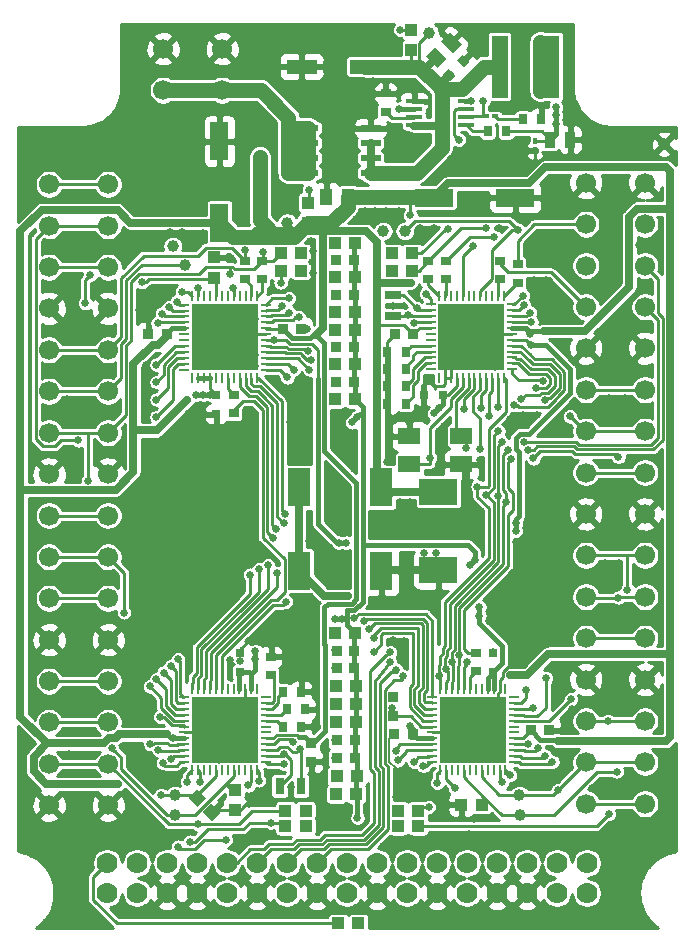
<source format=gtl>
G04 #@! TF.GenerationSoftware,KiCad,Pcbnew,(5.1.9)-1*
G04 #@! TF.CreationDate,2021-04-21T23:02:33-04:00*
G04 #@! TF.ProjectId,RoboRIO-IO-Link-Master,526f626f-5249-44f2-9d49-4f2d4c696e6b,rev?*
G04 #@! TF.SameCoordinates,Original*
G04 #@! TF.FileFunction,Copper,L1,Top*
G04 #@! TF.FilePolarity,Positive*
%FSLAX46Y46*%
G04 Gerber Fmt 4.6, Leading zero omitted, Abs format (unit mm)*
G04 Created by KiCad (PCBNEW (5.1.9)-1) date 2021-04-21 23:02:33*
%MOMM*%
%LPD*%
G01*
G04 APERTURE LIST*
G04 #@! TA.AperFunction,SMDPad,CuDef*
%ADD10R,0.812800X0.762000*%
G04 #@! TD*
G04 #@! TA.AperFunction,SMDPad,CuDef*
%ADD11R,3.251200X2.235200*%
G04 #@! TD*
G04 #@! TA.AperFunction,SMDPad,CuDef*
%ADD12R,1.879600X3.251200*%
G04 #@! TD*
G04 #@! TA.AperFunction,SMDPad,CuDef*
%ADD13R,1.900000X1.400000*%
G04 #@! TD*
G04 #@! TA.AperFunction,SMDPad,CuDef*
%ADD14R,5.588000X5.588000*%
G04 #@! TD*
G04 #@! TA.AperFunction,SMDPad,CuDef*
%ADD15R,0.203200X0.812800*%
G04 #@! TD*
G04 #@! TA.AperFunction,SMDPad,CuDef*
%ADD16R,0.812800X0.203200*%
G04 #@! TD*
G04 #@! TA.AperFunction,SMDPad,CuDef*
%ADD17R,1.371600X0.457200*%
G04 #@! TD*
G04 #@! TA.AperFunction,SMDPad,CuDef*
%ADD18R,1.651000X0.558800*%
G04 #@! TD*
G04 #@! TA.AperFunction,SMDPad,CuDef*
%ADD19R,1.450000X0.803200*%
G04 #@! TD*
G04 #@! TA.AperFunction,SMDPad,CuDef*
%ADD20R,0.762000X0.812800*%
G04 #@! TD*
G04 #@! TA.AperFunction,SMDPad,CuDef*
%ADD21R,0.803200X1.450000*%
G04 #@! TD*
G04 #@! TA.AperFunction,SMDPad,CuDef*
%ADD22R,0.812800X1.346200*%
G04 #@! TD*
G04 #@! TA.AperFunction,SMDPad,CuDef*
%ADD23R,1.397000X5.308600*%
G04 #@! TD*
G04 #@! TA.AperFunction,ComponentPad*
%ADD24C,1.699999*%
G04 #@! TD*
G04 #@! TA.AperFunction,SMDPad,CuDef*
%ADD25R,0.870000X0.930000*%
G04 #@! TD*
G04 #@! TA.AperFunction,SMDPad,CuDef*
%ADD26R,0.800000X0.655600*%
G04 #@! TD*
G04 #@! TA.AperFunction,SMDPad,CuDef*
%ADD27R,1.000000X1.100000*%
G04 #@! TD*
G04 #@! TA.AperFunction,SMDPad,CuDef*
%ADD28R,0.655600X0.800000*%
G04 #@! TD*
G04 #@! TA.AperFunction,SMDPad,CuDef*
%ADD29R,0.930000X0.870000*%
G04 #@! TD*
G04 #@! TA.AperFunction,SMDPad,CuDef*
%ADD30C,0.100000*%
G04 #@! TD*
G04 #@! TA.AperFunction,SMDPad,CuDef*
%ADD31R,1.100000X1.000000*%
G04 #@! TD*
G04 #@! TA.AperFunction,SMDPad,CuDef*
%ADD32R,1.066800X1.397000*%
G04 #@! TD*
G04 #@! TA.AperFunction,SMDPad,CuDef*
%ADD33R,3.302000X1.498600*%
G04 #@! TD*
G04 #@! TA.AperFunction,SMDPad,CuDef*
%ADD34R,1.498600X3.302000*%
G04 #@! TD*
G04 #@! TA.AperFunction,SMDPad,CuDef*
%ADD35R,0.300000X0.505600*%
G04 #@! TD*
G04 #@! TA.AperFunction,SMDPad,CuDef*
%ADD36R,0.505600X0.300000*%
G04 #@! TD*
G04 #@! TA.AperFunction,SMDPad,CuDef*
%ADD37R,2.616200X1.219200*%
G04 #@! TD*
G04 #@! TA.AperFunction,ComponentPad*
%ADD38C,1.000000*%
G04 #@! TD*
G04 #@! TA.AperFunction,SMDPad,CuDef*
%ADD39R,0.930000X0.910000*%
G04 #@! TD*
G04 #@! TA.AperFunction,ComponentPad*
%ADD40C,1.778000*%
G04 #@! TD*
G04 #@! TA.AperFunction,ViaPad*
%ADD41C,0.635000*%
G04 #@! TD*
G04 #@! TA.AperFunction,Conductor*
%ADD42C,1.270000*%
G04 #@! TD*
G04 #@! TA.AperFunction,Conductor*
%ADD43C,0.635000*%
G04 #@! TD*
G04 #@! TA.AperFunction,Conductor*
%ADD44C,0.254000*%
G04 #@! TD*
G04 #@! TA.AperFunction,Conductor*
%ADD45C,0.152400*%
G04 #@! TD*
G04 #@! TA.AperFunction,Conductor*
%ADD46C,0.381000*%
G04 #@! TD*
G04 #@! TA.AperFunction,Conductor*
%ADD47C,0.100000*%
G04 #@! TD*
G04 APERTURE END LIST*
D10*
X45923200Y-96939100D03*
X45923200Y-95389700D03*
X66421000Y-117233700D03*
X66421000Y-118783100D03*
D11*
X63246000Y-110185200D03*
X63246000Y-103555800D03*
D12*
X58420000Y-110236000D03*
X51435000Y-110236000D03*
X58420000Y-103187500D03*
X51435000Y-103187500D03*
D13*
X65192000Y-101250600D03*
X60792000Y-101250600D03*
X60792000Y-98850600D03*
X65192000Y-98850600D03*
D14*
X45161200Y-90474800D03*
D15*
X47911200Y-93929200D03*
X47411201Y-93929200D03*
X46911199Y-93929200D03*
X46411200Y-93929200D03*
X45911201Y-93929200D03*
X45411200Y-93929200D03*
X44911200Y-93929200D03*
X44411199Y-93929200D03*
X43911200Y-93929200D03*
X43411201Y-93929200D03*
X42911199Y-93929200D03*
X42411200Y-93929200D03*
D16*
X41706800Y-93224800D03*
X41706800Y-92724801D03*
X41706800Y-92224799D03*
X41706800Y-91724800D03*
X41706800Y-91224801D03*
X41706800Y-90724800D03*
X41706800Y-90224800D03*
X41706800Y-89724799D03*
X41706800Y-89224800D03*
X41706800Y-88724801D03*
X41706800Y-88224799D03*
X41706800Y-87724800D03*
D15*
X42411200Y-87020400D03*
X42911199Y-87020400D03*
X43411201Y-87020400D03*
X43911200Y-87020400D03*
X44411199Y-87020400D03*
X44911200Y-87020400D03*
X45411200Y-87020400D03*
X45911201Y-87020400D03*
X46411200Y-87020400D03*
X46911199Y-87020400D03*
X47411201Y-87020400D03*
X47911200Y-87020400D03*
D16*
X48615600Y-87724800D03*
X48615600Y-88224799D03*
X48615600Y-88724801D03*
X48615600Y-89224800D03*
X48615600Y-89724799D03*
X48615600Y-90224800D03*
X48615600Y-90724800D03*
X48615600Y-91224801D03*
X48615600Y-91724800D03*
X48615600Y-92224799D03*
X48615600Y-92724801D03*
X48615600Y-93224800D03*
D14*
X66040000Y-90449400D03*
D15*
X68790000Y-93903800D03*
X68290001Y-93903800D03*
X67789999Y-93903800D03*
X67290000Y-93903800D03*
X66790001Y-93903800D03*
X66290000Y-93903800D03*
X65790000Y-93903800D03*
X65289999Y-93903800D03*
X64790000Y-93903800D03*
X64290001Y-93903800D03*
X63789999Y-93903800D03*
X63290000Y-93903800D03*
D16*
X62585600Y-93199400D03*
X62585600Y-92699401D03*
X62585600Y-92199399D03*
X62585600Y-91699400D03*
X62585600Y-91199401D03*
X62585600Y-90699400D03*
X62585600Y-90199400D03*
X62585600Y-89699399D03*
X62585600Y-89199400D03*
X62585600Y-88699401D03*
X62585600Y-88199399D03*
X62585600Y-87699400D03*
D15*
X63290000Y-86995000D03*
X63789999Y-86995000D03*
X64290001Y-86995000D03*
X64790000Y-86995000D03*
X65289999Y-86995000D03*
X65790000Y-86995000D03*
X66290000Y-86995000D03*
X66790001Y-86995000D03*
X67290000Y-86995000D03*
X67789999Y-86995000D03*
X68290001Y-86995000D03*
X68790000Y-86995000D03*
D16*
X69494400Y-87699400D03*
X69494400Y-88199399D03*
X69494400Y-88699401D03*
X69494400Y-89199400D03*
X69494400Y-89699399D03*
X69494400Y-90199400D03*
X69494400Y-90699400D03*
X69494400Y-91199401D03*
X69494400Y-91699400D03*
X69494400Y-92199399D03*
X69494400Y-92699401D03*
X69494400Y-93199400D03*
D14*
X45148500Y-123698000D03*
D15*
X42398500Y-120243600D03*
X42898499Y-120243600D03*
X43398501Y-120243600D03*
X43898500Y-120243600D03*
X44398499Y-120243600D03*
X44898500Y-120243600D03*
X45398500Y-120243600D03*
X45898501Y-120243600D03*
X46398500Y-120243600D03*
X46898499Y-120243600D03*
X47398501Y-120243600D03*
X47898500Y-120243600D03*
D16*
X48602900Y-120948000D03*
X48602900Y-121447999D03*
X48602900Y-121948001D03*
X48602900Y-122448000D03*
X48602900Y-122947999D03*
X48602900Y-123448000D03*
X48602900Y-123948000D03*
X48602900Y-124448001D03*
X48602900Y-124948000D03*
X48602900Y-125447999D03*
X48602900Y-125948001D03*
X48602900Y-126448000D03*
D15*
X47898500Y-127152400D03*
X47398501Y-127152400D03*
X46898499Y-127152400D03*
X46398500Y-127152400D03*
X45898501Y-127152400D03*
X45398500Y-127152400D03*
X44898500Y-127152400D03*
X44398499Y-127152400D03*
X43898500Y-127152400D03*
X43398501Y-127152400D03*
X42898499Y-127152400D03*
X42398500Y-127152400D03*
D16*
X41694100Y-126448000D03*
X41694100Y-125948001D03*
X41694100Y-125447999D03*
X41694100Y-124948000D03*
X41694100Y-124448001D03*
X41694100Y-123948000D03*
X41694100Y-123448000D03*
X41694100Y-122947999D03*
X41694100Y-122448000D03*
X41694100Y-121948001D03*
X41694100Y-121447999D03*
X41694100Y-120948000D03*
D14*
X66167000Y-123698000D03*
D15*
X63417000Y-120243600D03*
X63916999Y-120243600D03*
X64417001Y-120243600D03*
X64917000Y-120243600D03*
X65416999Y-120243600D03*
X65917000Y-120243600D03*
X66417000Y-120243600D03*
X66917001Y-120243600D03*
X67417000Y-120243600D03*
X67916999Y-120243600D03*
X68417001Y-120243600D03*
X68917000Y-120243600D03*
D16*
X69621400Y-120948000D03*
X69621400Y-121447999D03*
X69621400Y-121948001D03*
X69621400Y-122448000D03*
X69621400Y-122947999D03*
X69621400Y-123448000D03*
X69621400Y-123948000D03*
X69621400Y-124448001D03*
X69621400Y-124948000D03*
X69621400Y-125447999D03*
X69621400Y-125948001D03*
X69621400Y-126448000D03*
D15*
X68917000Y-127152400D03*
X68417001Y-127152400D03*
X67916999Y-127152400D03*
X67417000Y-127152400D03*
X66917001Y-127152400D03*
X66417000Y-127152400D03*
X65917000Y-127152400D03*
X65416999Y-127152400D03*
X64917000Y-127152400D03*
X64417001Y-127152400D03*
X63916999Y-127152400D03*
X63417000Y-127152400D03*
D16*
X62712600Y-126448000D03*
X62712600Y-125948001D03*
X62712600Y-125447999D03*
X62712600Y-124948000D03*
X62712600Y-124448001D03*
X62712600Y-123948000D03*
X62712600Y-123448000D03*
X62712600Y-122947999D03*
X62712600Y-122448000D03*
X62712600Y-121948001D03*
X62712600Y-121447999D03*
X62712600Y-120948000D03*
D17*
X61175900Y-72475999D03*
X61175900Y-71826001D03*
X61175900Y-71175999D03*
X61175900Y-70526001D03*
X65570100Y-70526001D03*
X65570100Y-71175999D03*
X65570100Y-71826001D03*
X65570100Y-72475999D03*
D18*
X52235100Y-76581000D03*
X52235100Y-75311000D03*
X52235100Y-74041000D03*
X52235100Y-72771000D03*
X57492900Y-72771000D03*
X57492900Y-74041000D03*
X57492900Y-75311000D03*
X57492900Y-76581000D03*
D10*
X46837600Y-84010500D03*
X46837600Y-85559900D03*
X48310800Y-84010500D03*
X48310800Y-85559900D03*
D19*
X59385200Y-86880800D03*
X59385200Y-88684000D03*
D20*
X60464700Y-91694000D03*
X58915300Y-91694000D03*
X60464700Y-93167200D03*
X58915300Y-93167200D03*
X60464700Y-94640400D03*
X58915300Y-94640400D03*
X60464700Y-96113600D03*
X58915300Y-96113600D03*
D10*
X62382400Y-84010500D03*
X62382400Y-85559900D03*
X63855600Y-84010500D03*
X63855600Y-85559900D03*
X68478400Y-84010500D03*
X68478400Y-85559900D03*
X69951600Y-84315300D03*
X69951600Y-85864700D03*
D21*
X49796800Y-128473200D03*
X51600000Y-128473200D03*
D20*
X50076100Y-123444000D03*
X51625500Y-123444000D03*
X50380900Y-121970800D03*
X51930300Y-121970800D03*
X50076100Y-120497600D03*
X51625500Y-120497600D03*
D10*
X49072800Y-119087900D03*
X49072800Y-117538500D03*
D22*
X74409300Y-73761600D03*
X72707500Y-73761600D03*
D20*
X68948300Y-73050400D03*
X67398900Y-73050400D03*
D10*
X58775600Y-71386700D03*
X58775600Y-69837300D03*
D20*
X71945500Y-71983600D03*
X70396100Y-71983600D03*
D23*
X72809100Y-67564000D03*
X68414900Y-67564000D03*
D24*
X30277994Y-112590003D03*
X35277994Y-116090001D03*
X35277994Y-105579603D03*
X30277994Y-119600403D03*
X30277994Y-123100401D03*
X35277994Y-109079601D03*
X35277994Y-126610803D03*
X30277994Y-105579603D03*
X35277994Y-119600403D03*
X30277994Y-109079601D03*
X30277994Y-126610803D03*
X35277994Y-123100401D03*
X35277994Y-130110801D03*
X30277994Y-130110801D03*
X35277994Y-112590003D03*
X30277994Y-116090001D03*
X30277994Y-98569203D03*
X35277994Y-102069201D03*
X35277994Y-91558803D03*
X35277994Y-95058801D03*
X30277994Y-91558803D03*
X30277994Y-95058801D03*
X35277994Y-98569203D03*
X30277994Y-102069201D03*
X35277994Y-84548403D03*
X35277994Y-88048401D03*
X30277994Y-84548403D03*
X30277994Y-88048401D03*
X35277994Y-77538003D03*
X30277994Y-77538003D03*
X30277994Y-81038001D03*
X35277994Y-81038001D03*
X39929999Y-66068001D03*
X39929999Y-69567999D03*
X44929999Y-66068001D03*
X44929999Y-69567999D03*
D25*
X40251600Y-90170000D03*
X38691600Y-90170000D03*
D26*
X44424600Y-96992200D03*
X44424600Y-95336600D03*
D27*
X44246800Y-83732000D03*
X44246800Y-85432000D03*
D25*
X50070800Y-89763600D03*
X51630800Y-89763600D03*
X61130400Y-90220800D03*
X59570400Y-90220800D03*
D28*
X62011800Y-95351600D03*
X63667400Y-95351600D03*
D29*
X52476400Y-124848400D03*
X52476400Y-126408400D03*
D26*
X46431200Y-117180600D03*
X46431200Y-118836200D03*
D27*
X46024800Y-130478000D03*
X46024800Y-128778000D03*
G04 #@! TA.AperFunction,SMDPad,CuDef*
D30*
G36*
X43292579Y-130664486D02*
G01*
X43999686Y-129957379D01*
X44777503Y-130735196D01*
X44070396Y-131442303D01*
X43292579Y-130664486D01*
G37*
G04 #@! TD.AperFunction*
G04 #@! TA.AperFunction,SMDPad,CuDef*
G36*
X42090497Y-129462404D02*
G01*
X42797604Y-128755297D01*
X43575421Y-129533114D01*
X42868314Y-130240221D01*
X42090497Y-129462404D01*
G37*
G04 #@! TD.AperFunction*
D25*
X71069200Y-123748800D03*
X72629200Y-123748800D03*
D26*
X67894200Y-118836200D03*
X67894200Y-117180600D03*
D31*
X65190000Y-130048000D03*
X66890000Y-130048000D03*
D29*
X59436000Y-120987600D03*
X59436000Y-122547600D03*
D25*
X61061600Y-124053600D03*
X59501600Y-124053600D03*
D32*
X53746400Y-78587600D03*
X55549800Y-78587600D03*
D33*
X69748400Y-78676500D03*
X62839600Y-78676500D03*
D34*
X44704000Y-73888600D03*
X44704000Y-80797400D03*
D35*
X71424800Y-74672400D03*
X71424800Y-73866800D03*
D36*
X68068400Y-71780400D03*
X67262800Y-71780400D03*
G04 #@! TA.AperFunction,SMDPad,CuDef*
D30*
G36*
X64444841Y-66400487D02*
G01*
X63457013Y-65412659D01*
X64211355Y-64658317D01*
X65199183Y-65646145D01*
X64444841Y-66400487D01*
G37*
G04 #@! TD.AperFunction*
G04 #@! TA.AperFunction,SMDPad,CuDef*
G36*
X63169645Y-67675683D02*
G01*
X62181817Y-66687855D01*
X62936159Y-65933513D01*
X63923987Y-66921341D01*
X63169645Y-67675683D01*
G37*
G04 #@! TD.AperFunction*
G04 #@! TA.AperFunction,SMDPad,CuDef*
G36*
X65406396Y-67620289D02*
G01*
X64840711Y-67054604D01*
X65304290Y-66591025D01*
X65869975Y-67156710D01*
X65406396Y-67620289D01*
G37*
G04 #@! TD.AperFunction*
G04 #@! TA.AperFunction,SMDPad,CuDef*
G36*
X64235710Y-68790975D02*
G01*
X63670025Y-68225290D01*
X64133604Y-67761711D01*
X64699289Y-68327396D01*
X64235710Y-68790975D01*
G37*
G04 #@! TD.AperFunction*
D37*
X51650900Y-67564000D03*
X57061100Y-67564000D03*
D38*
X82372200Y-74142600D03*
X62484000Y-64719200D03*
X50444400Y-80772000D03*
X70154800Y-130937000D03*
X70104000Y-129235200D03*
X40944800Y-129235200D03*
X40944800Y-130911600D03*
X60401200Y-81483200D03*
X58572400Y-81483200D03*
X41808400Y-84378800D03*
X40741600Y-82753200D03*
D31*
X54762400Y-140106400D03*
X56462400Y-140106400D03*
D27*
X60960000Y-66165200D03*
X60960000Y-64465200D03*
X52171600Y-80795600D03*
X52171600Y-79095600D03*
D31*
X56184800Y-115519200D03*
X54484800Y-115519200D03*
D39*
X56134000Y-117043200D03*
X54614000Y-117043200D03*
X56134000Y-118516400D03*
X54614000Y-118516400D03*
D31*
X56235600Y-120040400D03*
X54535600Y-120040400D03*
X56235600Y-121564400D03*
X54535600Y-121564400D03*
X61518800Y-130556000D03*
X59818800Y-130556000D03*
X56184800Y-82473800D03*
X54484800Y-82473800D03*
D39*
X56079200Y-83947000D03*
X54559200Y-83947000D03*
X56079200Y-86893400D03*
X54559200Y-86893400D03*
D31*
X56183000Y-85420200D03*
X54483000Y-85420200D03*
X56157600Y-88366600D03*
X54457600Y-88366600D03*
X60983600Y-83362800D03*
X59283600Y-83362800D03*
X61010800Y-84836000D03*
X59310800Y-84836000D03*
X56183000Y-89839800D03*
X54483000Y-89839800D03*
D39*
X56079200Y-91313000D03*
X54559200Y-91313000D03*
X56079200Y-94259400D03*
X54559200Y-94259400D03*
D31*
X56157600Y-92786200D03*
X54457600Y-92786200D03*
X56183000Y-95732600D03*
X54483000Y-95732600D03*
X49885600Y-83362800D03*
X51585600Y-83362800D03*
X49885600Y-84836000D03*
X51585600Y-84836000D03*
D40*
X35179000Y-137541000D03*
X35179000Y-135001000D03*
X75819000Y-137541000D03*
X75819000Y-135001000D03*
X37719000Y-135001000D03*
X37719000Y-137541000D03*
X40259000Y-135001000D03*
X40259000Y-137541000D03*
X42799000Y-137541000D03*
X42799000Y-135001000D03*
X52959000Y-137541000D03*
X47879000Y-135001000D03*
X52959000Y-135001000D03*
X50419000Y-137541000D03*
X45339000Y-137541000D03*
X50419000Y-135001000D03*
X45339000Y-135001000D03*
X47879000Y-137541000D03*
X63119000Y-137541000D03*
X58039000Y-135001000D03*
X63119000Y-135001000D03*
X60579000Y-137541000D03*
X55499000Y-137541000D03*
X60579000Y-135001000D03*
X55499000Y-135001000D03*
X58039000Y-137541000D03*
X68199000Y-137541000D03*
X65659000Y-135001000D03*
X65659000Y-137541000D03*
X68199000Y-135001000D03*
X73279000Y-137541000D03*
X70739000Y-135001000D03*
X70739000Y-137541000D03*
X73279000Y-135001000D03*
D31*
X50292000Y-131876800D03*
X51992000Y-131876800D03*
X50292000Y-130556000D03*
X51992000Y-130556000D03*
X56272800Y-123088400D03*
X54572800Y-123088400D03*
D39*
X56184800Y-124612400D03*
X54664800Y-124612400D03*
X56184800Y-126136400D03*
X54664800Y-126136400D03*
D31*
X56337200Y-127660400D03*
X54637200Y-127660400D03*
X56286400Y-129184400D03*
X54586400Y-129184400D03*
X61518800Y-131876800D03*
X59818800Y-131876800D03*
D24*
X80720006Y-94927997D03*
X75720006Y-91427999D03*
X75720006Y-101938397D03*
X80720006Y-87917597D03*
X80720006Y-84417599D03*
X75720006Y-98438399D03*
X75720006Y-80907197D03*
X80720006Y-101938397D03*
X75720006Y-87917597D03*
X80720006Y-98438399D03*
X80720006Y-80907197D03*
X75720006Y-84417599D03*
X75720006Y-77407199D03*
X80720006Y-77407199D03*
X75720006Y-94927997D03*
X80720006Y-91427999D03*
X80720006Y-108948797D03*
X75720006Y-105448799D03*
X75720006Y-115959197D03*
X75720006Y-112459199D03*
X80720006Y-115959197D03*
X80720006Y-112459199D03*
X75720006Y-108948797D03*
X80720006Y-105448799D03*
X75720006Y-122969597D03*
X75720006Y-119469599D03*
X80720006Y-122969597D03*
X80720006Y-119469599D03*
X75720006Y-129979997D03*
X80720006Y-129979997D03*
X80720006Y-126479999D03*
X75720006Y-126479999D03*
D41*
X64541400Y-123215400D03*
X64541400Y-122301000D03*
X64541400Y-121310400D03*
X38608000Y-121056400D03*
X46101000Y-123621800D03*
X46837600Y-123545600D03*
X63728600Y-110871000D03*
X58216800Y-111277400D03*
X58343800Y-109169200D03*
X67995800Y-90449400D03*
X65913000Y-90398600D03*
X64211200Y-90347800D03*
X67894200Y-117170200D03*
X66014600Y-70459600D03*
X37896800Y-88163400D03*
X63347600Y-100025200D03*
X52095400Y-89763600D03*
X45643800Y-83769200D03*
X65862200Y-132562600D03*
X66217800Y-131241800D03*
X63449200Y-100990400D03*
X66725800Y-100914200D03*
X59613800Y-129438400D03*
X59055000Y-97764600D03*
X59029600Y-98983800D03*
X60731400Y-97688400D03*
X63474600Y-98704400D03*
X63677800Y-97967800D03*
X38582600Y-99491800D03*
X34315400Y-99745800D03*
X69824600Y-107823000D03*
X63042800Y-108788200D03*
X54533800Y-111175800D03*
X55499000Y-110159800D03*
X55575200Y-111201200D03*
X58420000Y-110236000D03*
X60604400Y-111226600D03*
X60299600Y-110185200D03*
X60858400Y-108889800D03*
X61976000Y-110185200D03*
X49758600Y-115290600D03*
X51104800Y-115290600D03*
X52527200Y-115265200D03*
X52527200Y-116586000D03*
X51028600Y-116586000D03*
X51028600Y-117957600D03*
X52628800Y-118033800D03*
X35585400Y-121183400D03*
X35255200Y-117906800D03*
X35331400Y-114173000D03*
X80289400Y-121285000D03*
X81178400Y-121310400D03*
X80289400Y-114173000D03*
X81203800Y-114173000D03*
X75488800Y-86080600D03*
X76403200Y-86080600D03*
X77317600Y-86106000D03*
X78308200Y-86055200D03*
X77089000Y-86944200D03*
X77063600Y-85217000D03*
X78054200Y-85242400D03*
X80746600Y-86106000D03*
X78409800Y-83718400D03*
X77343000Y-83718400D03*
X78384400Y-82677000D03*
X74193400Y-81991200D03*
X74904600Y-82753200D03*
X76530200Y-83032600D03*
X77012800Y-81864200D03*
X77470000Y-82753200D03*
X78155800Y-81737200D03*
X31826200Y-92405200D03*
X32918400Y-92405200D03*
X33934400Y-92354400D03*
X34061400Y-94183200D03*
X32969200Y-94208600D03*
X31927800Y-94234000D03*
X30276800Y-93243400D03*
X31369000Y-93268800D03*
X32461200Y-93268800D03*
X33451800Y-93294200D03*
X34594800Y-93218000D03*
X35560000Y-93243400D03*
X31800800Y-95732600D03*
X32969200Y-95783400D03*
X33909000Y-95834200D03*
X33832800Y-97790000D03*
X32867600Y-97764600D03*
X31851600Y-97764600D03*
X30226000Y-96774000D03*
X31165800Y-96748600D03*
X32258000Y-96723200D03*
X33426400Y-96748600D03*
X34417000Y-96697800D03*
X66852800Y-74320400D03*
X68148200Y-74345800D03*
X69316600Y-74345800D03*
X70383400Y-74371200D03*
X67487800Y-75133200D03*
X68757800Y-75158600D03*
X69900800Y-75184000D03*
X66700400Y-75768200D03*
X68122800Y-75844400D03*
X69367400Y-75869800D03*
X70561200Y-75920600D03*
X69977000Y-76454000D03*
X68732400Y-76479400D03*
X67386200Y-76403200D03*
X77698600Y-95631000D03*
X79070200Y-95656400D03*
X77698600Y-97713800D03*
X79248000Y-97713800D03*
X80899000Y-96672400D03*
X79679800Y-96672400D03*
X78359000Y-96647000D03*
X71551800Y-97078800D03*
X70434200Y-97053400D03*
X69291200Y-97383600D03*
X69469000Y-98272600D03*
X70561200Y-97917000D03*
X72313800Y-128549400D03*
X71297800Y-128600200D03*
X78562200Y-128219200D03*
X78536800Y-129082800D03*
X80111600Y-127939800D03*
X75768200Y-132689600D03*
X76606400Y-132689600D03*
X66929000Y-133959600D03*
X69494400Y-133934200D03*
X72034400Y-133934200D03*
X74574400Y-133985000D03*
X53187600Y-109829600D03*
X53873400Y-109194600D03*
X54432200Y-108661200D03*
X53848000Y-108127800D03*
X53035200Y-108940600D03*
X52959000Y-108102400D03*
X52908200Y-107289600D03*
X52324000Y-107746800D03*
X37896800Y-113919000D03*
X38862000Y-113919000D03*
X39674800Y-113944400D03*
X40563800Y-113944400D03*
X41376600Y-113969800D03*
X42214800Y-113969800D03*
X41783000Y-114731800D03*
X40894000Y-114706400D03*
X40081200Y-114681000D03*
X39217600Y-114630200D03*
X38354000Y-114554000D03*
X37287200Y-114579400D03*
X37871400Y-115189000D03*
X38785800Y-115265200D03*
X39700200Y-115316000D03*
X40563800Y-115341400D03*
X40309800Y-116103400D03*
X39395400Y-116103400D03*
X38404800Y-116103400D03*
X37566600Y-116128800D03*
X37160200Y-115519200D03*
X37134800Y-116967000D03*
X38074600Y-116992400D03*
X38963600Y-116967000D03*
X39751000Y-116789200D03*
X38735000Y-117779800D03*
X37566600Y-117652800D03*
X38125400Y-118262400D03*
X37236400Y-118364000D03*
X37287200Y-119176800D03*
X32410400Y-118364000D03*
X32435800Y-117475000D03*
X32512000Y-114477800D03*
X32486600Y-113665000D03*
X32562800Y-111302800D03*
X32562800Y-110490000D03*
X32740600Y-108000800D03*
X32766000Y-107264200D03*
X32283400Y-102412800D03*
X32740600Y-101777800D03*
X28905200Y-100838000D03*
X28905200Y-99999800D03*
X44450000Y-98196400D03*
X45262800Y-98221800D03*
X43891200Y-99288600D03*
X44780200Y-99288600D03*
X45669200Y-99288600D03*
X44348400Y-100228400D03*
X45364400Y-100228400D03*
X45415200Y-101066600D03*
X44373800Y-101066600D03*
X44856400Y-101803200D03*
X45669200Y-101904800D03*
X45237400Y-102616000D03*
X45415200Y-103428800D03*
X47548800Y-97612200D03*
X47548800Y-98450400D03*
X42113200Y-103886000D03*
X43002200Y-104775000D03*
X44196000Y-104800400D03*
X44323000Y-105638600D03*
X45440600Y-105664000D03*
X44907200Y-106273600D03*
X44373800Y-106883200D03*
X45440600Y-106959400D03*
X42621200Y-107492800D03*
X43561000Y-107518200D03*
X44805600Y-107543600D03*
X45669200Y-107975400D03*
X44170600Y-108077000D03*
X43103800Y-108026200D03*
X42138600Y-108940600D03*
X42189400Y-109905800D03*
X42824400Y-110490000D03*
X41859200Y-111404400D03*
X42138600Y-112141000D03*
X44399200Y-111963200D03*
X45237400Y-111709200D03*
X44323000Y-110845600D03*
X43637200Y-110312200D03*
X44526200Y-110083600D03*
X45415200Y-110642400D03*
X45288200Y-109728000D03*
X44297600Y-109296200D03*
X45415200Y-108864400D03*
X44881800Y-108280200D03*
X69469000Y-112141000D03*
X69265800Y-115316000D03*
X57734200Y-68808600D03*
X57556400Y-70662800D03*
X47726600Y-64897000D03*
X49123600Y-64897000D03*
X50546000Y-64922400D03*
X52044600Y-64947800D03*
X53771800Y-64922400D03*
X69418200Y-114579400D03*
X69596000Y-113817400D03*
X69494400Y-112928400D03*
X62941200Y-113614200D03*
X59359800Y-116154200D03*
X60299600Y-116179600D03*
X57048400Y-79756000D03*
X57912000Y-79756000D03*
X58826400Y-79756000D03*
X59867800Y-79756000D03*
X59512200Y-80568800D03*
X57531000Y-80568800D03*
X56286400Y-80492600D03*
X62280800Y-81889600D03*
X62890400Y-81254600D03*
X61696600Y-81229200D03*
X49682400Y-94538800D03*
X50571400Y-94894400D03*
X51460400Y-95021400D03*
X52095400Y-95656400D03*
X51409600Y-96113600D03*
X50596800Y-95707200D03*
X51308000Y-98298000D03*
X50800000Y-100203000D03*
X51358800Y-100914200D03*
X47625000Y-100203000D03*
X47599600Y-101015800D03*
X47294800Y-102082600D03*
X47599600Y-102895400D03*
X50673000Y-97688400D03*
X75742800Y-103581200D03*
X74955400Y-96266000D03*
X75336400Y-93319600D03*
X76250800Y-97053400D03*
X76174600Y-93319600D03*
X71323200Y-85674200D03*
X72339200Y-85648800D03*
X80213200Y-82702400D03*
X81000600Y-82677000D03*
X31902400Y-127381000D03*
X31927800Y-125806200D03*
X31927800Y-123875800D03*
X51130200Y-86106000D03*
X52425600Y-82296000D03*
X43307000Y-81661000D03*
X42926000Y-82524600D03*
X42062400Y-82905600D03*
X42164000Y-82067400D03*
X36931600Y-83337400D03*
X41910000Y-116916200D03*
X49174400Y-132664200D03*
X52628800Y-85013800D03*
X52578000Y-84074000D03*
X52628800Y-83185000D03*
X41503600Y-81584800D03*
X40538400Y-81610200D03*
X58877200Y-101066600D03*
X60020200Y-104419400D03*
X60858400Y-104394000D03*
X55626000Y-101041200D03*
X55753000Y-98653600D03*
X54279800Y-104571800D03*
X56134000Y-101600000D03*
X56057800Y-100355400D03*
X56032400Y-99441000D03*
X55194200Y-99390200D03*
X55473600Y-103428800D03*
X38887400Y-126466600D03*
X40919400Y-128143000D03*
X59385200Y-87807800D03*
X55372000Y-130530600D03*
X54305200Y-130556000D03*
X53289200Y-130581400D03*
X53390800Y-131673600D03*
X54432200Y-131648200D03*
X55422800Y-131622800D03*
X28727400Y-132461000D03*
X30022800Y-132435600D03*
X31419800Y-132435600D03*
X32918400Y-132461000D03*
X33909000Y-133553200D03*
X32258000Y-133578600D03*
X30835600Y-133553200D03*
X29464000Y-133553200D03*
X30251400Y-134747000D03*
X31623000Y-134670800D03*
X33274000Y-134696200D03*
X32537400Y-135813800D03*
X31038800Y-135813800D03*
X31800800Y-136906000D03*
X32766000Y-137693400D03*
X31521400Y-138353800D03*
X33274000Y-139395200D03*
X34391600Y-139954000D03*
X32232600Y-140131800D03*
X31013400Y-139598400D03*
X37236400Y-130022600D03*
X37998400Y-130835400D03*
X38785800Y-131521200D03*
X37312600Y-131521200D03*
X36830000Y-130860800D03*
X38912800Y-138861800D03*
X41554400Y-138938000D03*
X44145200Y-138861800D03*
X46558200Y-138887200D03*
X49301400Y-138887200D03*
X51562000Y-138861800D03*
X54330600Y-138836400D03*
X56667400Y-138861800D03*
X59410600Y-138963400D03*
X61722000Y-138887200D03*
X64566800Y-138861800D03*
X66827400Y-138861800D03*
X69469000Y-138887200D03*
X72161400Y-138836400D03*
X74523600Y-138836400D03*
X77063600Y-136220200D03*
X61798200Y-133807200D03*
X38963600Y-134035800D03*
X36423600Y-134010400D03*
X64338200Y-133959600D03*
X30048200Y-107365800D03*
X30861000Y-107365800D03*
X31673800Y-106603800D03*
X33197800Y-106451400D03*
X31750000Y-107873800D03*
X30124400Y-110845600D03*
X31038800Y-110845600D03*
X31597600Y-110083600D03*
X33299400Y-109931200D03*
X33324800Y-111861600D03*
X33350200Y-110896400D03*
X31673800Y-111810800D03*
X31826200Y-110972600D03*
X30099000Y-114198400D03*
X31013400Y-114198400D03*
X31572200Y-113512600D03*
X31750000Y-114858800D03*
X32918400Y-115316000D03*
X32105600Y-115722400D03*
X32893000Y-116205000D03*
X32029400Y-116636800D03*
X31521400Y-117602000D03*
X30708600Y-118008400D03*
X29972000Y-117983000D03*
X31546800Y-118541800D03*
X32207200Y-120472200D03*
X31267400Y-120777000D03*
X29591000Y-121234200D03*
X30530800Y-121310400D03*
X31927800Y-121285000D03*
X32004000Y-122301000D03*
X31267400Y-121818400D03*
X34721800Y-121564400D03*
X37312600Y-122758200D03*
X28905200Y-128905000D03*
X28194000Y-128270000D03*
X27965400Y-126923800D03*
X27940000Y-125806200D03*
X28194000Y-124790200D03*
X28194000Y-129692400D03*
X28346400Y-131114800D03*
X28219400Y-133502400D03*
X36474400Y-138709400D03*
X32054800Y-131114800D03*
X32080200Y-129311400D03*
X34950400Y-110871000D03*
X35712400Y-110921800D03*
X37541200Y-110490000D03*
X37465000Y-107645200D03*
X36423600Y-107619800D03*
X35560000Y-107010200D03*
X35001200Y-107492800D03*
X39014400Y-105283000D03*
X39039800Y-106222800D03*
X39039800Y-107188000D03*
X39522400Y-108051600D03*
X38481000Y-107975400D03*
X39065200Y-108940600D03*
X39090600Y-109956600D03*
X39624000Y-110794800D03*
X38531800Y-110794800D03*
X39065200Y-111658400D03*
X39065200Y-112649000D03*
X39979600Y-113182400D03*
X38277800Y-113207800D03*
X37388800Y-113157000D03*
X49707800Y-116382800D03*
X48818800Y-115874800D03*
X50368200Y-115900200D03*
X51866800Y-116001800D03*
X51790600Y-117271800D03*
X50469800Y-117271800D03*
X62001400Y-108788200D03*
X77698600Y-133858000D03*
X79019400Y-133858000D03*
X80365600Y-133858000D03*
X82042000Y-133908800D03*
X81178400Y-134620000D03*
X79603600Y-134670800D03*
X78282800Y-134645400D03*
X77546200Y-135382000D03*
X78968600Y-135458200D03*
X80441800Y-135534400D03*
X79705200Y-136169400D03*
X78206600Y-136144000D03*
X77571600Y-137033000D03*
X79019400Y-137033000D03*
X79933800Y-137642600D03*
X78232000Y-137795000D03*
X77190600Y-138480800D03*
X79121000Y-138480800D03*
X80314800Y-139242800D03*
X78206600Y-139192000D03*
X76098400Y-139369800D03*
X77216000Y-140004800D03*
X79502000Y-140106400D03*
X81076800Y-140233400D03*
X75006200Y-140106400D03*
X73202800Y-140106400D03*
X70739000Y-140131800D03*
X68097400Y-140131800D03*
X65735200Y-140182600D03*
X63169800Y-140157200D03*
X60553600Y-140157200D03*
X58216800Y-140208000D03*
X60350400Y-133299200D03*
X62433200Y-133045200D03*
X50723800Y-128549400D03*
X52654200Y-128244600D03*
X53365400Y-128905000D03*
X52654200Y-129362200D03*
X69545200Y-117246400D03*
X70586600Y-117221000D03*
X70027800Y-117983000D03*
X70154800Y-66548000D03*
X70154800Y-67513200D03*
X70154800Y-68808600D03*
X30276800Y-89916000D03*
X34493200Y-90119200D03*
X33451800Y-90601800D03*
X31826200Y-90601800D03*
X32232600Y-87757000D03*
X30302200Y-86182200D03*
X31445200Y-86842600D03*
X31572200Y-89306400D03*
X32842200Y-88696800D03*
X33578800Y-89484200D03*
X32486600Y-89763600D03*
X46431200Y-117856000D03*
X46431200Y-117180600D03*
X45593000Y-117830600D03*
X38455600Y-97231200D03*
X38455600Y-95758000D03*
X38455600Y-94284800D03*
X38506400Y-92811600D03*
X65633600Y-64363600D03*
X66929000Y-64363600D03*
X66294000Y-64770000D03*
X70104000Y-64744600D03*
X70688200Y-64236600D03*
X69443600Y-64211200D03*
X68199000Y-64236600D03*
X63474600Y-64185800D03*
X77978000Y-121818400D03*
X77978000Y-120904000D03*
X77978000Y-119989600D03*
X77978000Y-119075200D03*
X77978000Y-118364000D03*
X76250800Y-121361200D03*
X74574400Y-121970800D03*
X77266800Y-113487200D03*
X78079600Y-107289600D03*
X78384400Y-103428800D03*
X73253600Y-102311200D03*
X72745600Y-105410000D03*
X72593200Y-108153200D03*
X78435200Y-74066400D03*
X78130400Y-78435200D03*
X73202800Y-78790800D03*
X66751200Y-105664000D03*
X66141600Y-106375200D03*
X78384400Y-93167200D03*
X78282800Y-89611200D03*
X78333600Y-91389200D03*
X39624000Y-75590400D03*
X29108400Y-73863200D03*
X31038800Y-73863200D03*
X33832800Y-73863200D03*
X35814000Y-72694800D03*
X36982400Y-70866000D03*
X37439600Y-68122800D03*
X37338000Y-65379600D03*
X29108400Y-75844400D03*
X31038800Y-75844400D03*
X33832800Y-75742800D03*
X36728400Y-74828400D03*
X38557200Y-72288400D03*
X42367200Y-67614800D03*
X42468800Y-64770000D03*
X37236400Y-72694800D03*
X35255200Y-74472800D03*
X32359600Y-74828400D03*
X30073600Y-74777600D03*
X28397200Y-78892400D03*
X28448000Y-77165200D03*
X28244800Y-74828400D03*
X30022800Y-72948800D03*
X32562800Y-72948800D03*
X32461200Y-76250800D03*
X35560000Y-75895200D03*
X34696400Y-72948800D03*
X38557200Y-74066400D03*
X41706800Y-74523600D03*
X41757600Y-72136000D03*
X40233600Y-73456800D03*
X40233600Y-71374000D03*
X38608000Y-70764400D03*
X39268400Y-67919600D03*
X37896800Y-69443600D03*
X37541200Y-66751200D03*
X38252400Y-64414400D03*
X42468800Y-66090800D03*
X47701200Y-66446400D03*
X47650400Y-67614800D03*
X46024800Y-67919600D03*
X42824400Y-71120000D03*
X46431200Y-71120000D03*
X48768000Y-73558400D03*
X37846000Y-76200000D03*
X37236400Y-77774800D03*
X37795200Y-79400400D03*
X39573200Y-79400400D03*
X41554400Y-79451200D03*
X41656000Y-77774800D03*
X41706800Y-76301600D03*
X40233600Y-77114400D03*
X38862000Y-77978000D03*
X31902400Y-78536800D03*
X33426400Y-78536800D03*
X32715200Y-82854800D03*
X40843200Y-99568000D03*
X78841600Y-132842000D03*
X80314800Y-132791200D03*
X81788000Y-132842000D03*
X82956400Y-132791200D03*
X82854800Y-131724400D03*
X81178400Y-131673600D03*
X79857600Y-131724400D03*
X82346800Y-130759200D03*
X82499200Y-129590800D03*
X82296000Y-128320800D03*
X82854800Y-127050800D03*
X82905600Y-125831600D03*
X77927200Y-114655600D03*
X76098400Y-114300000D03*
X75031600Y-114046000D03*
X73710800Y-113741200D03*
X72186800Y-113741200D03*
X72136000Y-112420400D03*
X72136000Y-115214400D03*
X76911200Y-107442000D03*
X78384400Y-104800400D03*
X78282800Y-105968800D03*
X79552800Y-107543600D03*
X81737200Y-107340400D03*
X81838800Y-103479600D03*
X81940400Y-100736400D03*
X79654400Y-103276400D03*
X72847200Y-103835200D03*
X72745600Y-106680000D03*
X74015600Y-108204000D03*
X73304400Y-101092000D03*
X39674800Y-100685600D03*
X41808400Y-98145600D03*
X41910000Y-99110800D03*
X41198800Y-100584000D03*
X39725600Y-99517200D03*
X38608000Y-100533200D03*
X40792400Y-98602800D03*
X60147200Y-74168000D03*
X50292000Y-79349600D03*
X50698400Y-69494400D03*
X54051200Y-66243200D03*
X54051200Y-67919600D03*
X51308000Y-65938400D03*
X52882800Y-65887600D03*
X49225200Y-66090800D03*
X49123600Y-67411600D03*
X55016400Y-64414400D03*
X74676000Y-71678800D03*
X76250800Y-73202800D03*
X80264000Y-73406000D03*
X76504800Y-74879200D03*
X80467200Y-74828400D03*
X77216000Y-73914000D03*
X79705200Y-74066400D03*
X77927200Y-74980800D03*
X79248000Y-74930000D03*
X79146400Y-73050400D03*
X77927200Y-73152000D03*
X81330800Y-73050400D03*
X75590400Y-75031600D03*
X75590400Y-72237600D03*
X74320400Y-70510400D03*
X74218800Y-69189600D03*
X74218800Y-68021200D03*
X74269600Y-66802000D03*
X74320400Y-65481200D03*
X74320400Y-64465200D03*
X62839600Y-77114400D03*
X38709600Y-87528400D03*
X66548000Y-79654400D03*
X68376800Y-81229200D03*
X31699200Y-100025200D03*
X58521600Y-133553200D03*
X78536800Y-109626400D03*
X77368400Y-109626400D03*
X73304400Y-97739200D03*
X74371200Y-126949200D03*
X76250800Y-128625600D03*
X61264800Y-86715600D03*
X53848000Y-76606400D03*
X54762400Y-76555600D03*
X55727600Y-76606400D03*
X59461400Y-120980200D03*
X44704000Y-126238000D03*
X45110400Y-125450600D03*
X44297600Y-125374400D03*
X45085000Y-124536200D03*
X43586400Y-122834400D03*
X44602400Y-122605800D03*
X44754800Y-121615200D03*
X43764200Y-121462800D03*
X66319400Y-122758200D03*
X67437000Y-121615200D03*
X66268600Y-121589800D03*
X67233800Y-124180600D03*
X66268600Y-124206000D03*
X66319400Y-125399800D03*
X67284600Y-125425200D03*
X67995800Y-93014800D03*
X68097400Y-91998800D03*
X67843400Y-88976200D03*
X67894200Y-87985600D03*
X64135000Y-88265000D03*
X64135000Y-89154000D03*
X47675800Y-88900000D03*
X47650400Y-89712800D03*
X47548800Y-91186000D03*
X46990000Y-91643200D03*
X47040800Y-92506800D03*
X47675800Y-92938600D03*
X47675800Y-91998800D03*
X67056000Y-70459600D03*
X73177400Y-72390000D03*
X73177400Y-71704200D03*
X73177400Y-71018400D03*
X70967600Y-90170000D03*
X48133000Y-75247500D03*
X48133000Y-76200000D03*
X48133000Y-79883000D03*
X48133000Y-78994000D03*
X48133000Y-78105000D03*
X48133000Y-77152500D03*
X40804399Y-124448001D03*
X60858400Y-80162400D03*
X34798000Y-128320800D03*
X35509200Y-128320800D03*
X36118800Y-128320800D03*
X41957754Y-95808800D03*
X41451277Y-96315277D03*
X40917877Y-96848677D03*
X59486800Y-85852000D03*
X60198000Y-85852000D03*
X60909200Y-85852000D03*
X70764400Y-119075200D03*
X70053200Y-119075200D03*
X69342000Y-119075200D03*
X60807600Y-123393200D03*
X62420500Y-130263900D03*
X79248000Y-111861600D03*
X39674800Y-122631200D03*
X49326800Y-90728800D03*
X71069200Y-91135200D03*
X54787811Y-107873789D03*
X55448211Y-107873789D03*
X69799200Y-106883200D03*
X69799200Y-106222800D03*
X59309000Y-121894600D03*
X78486000Y-112522000D03*
X78333600Y-127254000D03*
X73350503Y-128849503D03*
X77673200Y-130860800D03*
X77588803Y-122969597D03*
X56388000Y-131165600D03*
X62890400Y-96926400D03*
X63322200Y-96494600D03*
X55930800Y-97688400D03*
X56388000Y-97231200D03*
X42722800Y-95351600D03*
X43332400Y-95351600D03*
X43942000Y-95351600D03*
X47752000Y-117754400D03*
X47752000Y-117043200D03*
X55117999Y-114350799D03*
X54508400Y-114350800D03*
X66700400Y-113334800D03*
X66700400Y-114046000D03*
X65887600Y-109778800D03*
X66344800Y-109321600D03*
X42926000Y-131724400D03*
X39776400Y-129235200D03*
X36626800Y-113792000D03*
X35585400Y-125298200D03*
X45262800Y-133045200D03*
X41198800Y-133604000D03*
X49066800Y-131578000D03*
X42214800Y-133197600D03*
X33578800Y-102616000D03*
X48361600Y-83261200D03*
X45567600Y-85140800D03*
X46837600Y-83108800D03*
X45872400Y-86309200D03*
X38125400Y-85826600D03*
X32766000Y-99212400D03*
X33350200Y-87604600D03*
X33782000Y-85217000D03*
X49885600Y-85852000D03*
X71272400Y-100736400D03*
X69951600Y-84315300D03*
X78486000Y-100634800D03*
X64058800Y-81280000D03*
X70459600Y-99314000D03*
X68478400Y-84010500D03*
X70866000Y-100025200D03*
X69951600Y-81381600D03*
X66141600Y-82753200D03*
X74371200Y-97180400D03*
X67970400Y-81991200D03*
X63855600Y-84010500D03*
X67310000Y-81229200D03*
X62382400Y-84010500D03*
X71882000Y-65468500D03*
X71882000Y-69659500D03*
X71882000Y-67627500D03*
X71882000Y-66548000D03*
X71882000Y-68643500D03*
X56438800Y-140106400D03*
X59994800Y-64465200D03*
X52273200Y-77978000D03*
X54508400Y-115468400D03*
X54508400Y-120040400D03*
X54508400Y-121564400D03*
X59740800Y-130403600D03*
X59740800Y-131927600D03*
X54508400Y-123088400D03*
X54508400Y-127660400D03*
X54508400Y-129184400D03*
X52019200Y-130454400D03*
X52070000Y-131927600D03*
X54533800Y-82473800D03*
X54533800Y-85420200D03*
X54533800Y-88366600D03*
X59334400Y-83312000D03*
X59385200Y-84836000D03*
X54533800Y-89839800D03*
X54533800Y-92786200D03*
X54559200Y-95732600D03*
X51562000Y-83362800D03*
X51612800Y-84836000D03*
X66865500Y-96443800D03*
X65024000Y-117398800D03*
X49276000Y-107492800D03*
X49580800Y-110439200D03*
X68935600Y-104444800D03*
X69138800Y-100025200D03*
X59156600Y-117144800D03*
X68326000Y-96418400D03*
X68326000Y-98450400D03*
X63906400Y-118567200D03*
X50139600Y-106222800D03*
X48056810Y-110134410D03*
X67310000Y-103851150D03*
X59639200Y-118618000D03*
X68630800Y-99364800D03*
X67564000Y-97129600D03*
X64414400Y-117957600D03*
X49479200Y-106680000D03*
X48818800Y-109778800D03*
X68275200Y-103886000D03*
X59156600Y-117983000D03*
X50292000Y-105410000D03*
X47294800Y-110591600D03*
X66548000Y-103124000D03*
X63322200Y-119176800D03*
X60223400Y-119202200D03*
X64973200Y-73761600D03*
X59888001Y-71175999D03*
X56134000Y-114249200D03*
X56946800Y-114503200D03*
X54508400Y-116992400D03*
X57353200Y-115214400D03*
X54508400Y-118516400D03*
X57759600Y-115925600D03*
X57759600Y-117094000D03*
X59791600Y-126314200D03*
X61163200Y-126441200D03*
X63144400Y-128219200D03*
X64668400Y-128676400D03*
X68605400Y-128168400D03*
X69316600Y-127558800D03*
X70637400Y-120370600D03*
X71272400Y-121869200D03*
X72364600Y-119329200D03*
X74472800Y-121132600D03*
X72237600Y-125933200D03*
X71678800Y-125222000D03*
X41198800Y-117754400D03*
X40589200Y-118313200D03*
X54508400Y-124612400D03*
X54508400Y-126136400D03*
X39979600Y-118872000D03*
X39370000Y-119430800D03*
X38811200Y-120040400D03*
X39522400Y-125399800D03*
X40640000Y-126161800D03*
X41960800Y-128117600D03*
X43078400Y-128117600D03*
X47142400Y-128422400D03*
X48056800Y-128016000D03*
X51511200Y-125323600D03*
X50139600Y-125780800D03*
X72085200Y-94183200D03*
X54559200Y-83947000D03*
X71526400Y-94742000D03*
X54533800Y-86893400D03*
X70256400Y-95707200D03*
X72237600Y-95808800D03*
X69646800Y-96215200D03*
X70459600Y-87782400D03*
X70967600Y-88392000D03*
X60706000Y-88595200D03*
X61417200Y-88036400D03*
X50444400Y-93878400D03*
X51003200Y-93218000D03*
X54533800Y-91313000D03*
X54533800Y-94259400D03*
X52324000Y-93218000D03*
X52425600Y-92405200D03*
X52222400Y-91643200D03*
X50038000Y-87833200D03*
X50596800Y-88392000D03*
X42926000Y-86309200D03*
X41554400Y-86614000D03*
X39370000Y-97231200D03*
X39370000Y-95758000D03*
X39370000Y-94284800D03*
X39370000Y-92811600D03*
X40436800Y-87934800D03*
X39827200Y-88493600D03*
X53848000Y-112395000D03*
X55626000Y-112395000D03*
X54737000Y-112395000D03*
X50901600Y-101955600D03*
X50901600Y-102666800D03*
X50901600Y-103479600D03*
X51460400Y-109270800D03*
X51435000Y-110109000D03*
X51460400Y-110947200D03*
X59631580Y-125542040D03*
X61976000Y-126796800D03*
X50317400Y-112877600D03*
X70866000Y-124917200D03*
X72898000Y-126441200D03*
X38862000Y-124942600D03*
X39903400Y-126542800D03*
X50139600Y-126593600D03*
X50901600Y-124764800D03*
X65379600Y-96520000D03*
X71120000Y-89204800D03*
X70408800Y-86969600D03*
X65582800Y-99872800D03*
X62534800Y-100685600D03*
X61214000Y-89255600D03*
X62179200Y-86817200D03*
X51409600Y-88798400D03*
X50596800Y-87172800D03*
X41097200Y-87477600D03*
X39471600Y-89306400D03*
X66725800Y-99949000D03*
X69392800Y-100787200D03*
X65684400Y-118008400D03*
D42*
X57492900Y-76581000D02*
X61404500Y-76581000D01*
X61404500Y-76581000D02*
X63563500Y-74422000D01*
X63563500Y-70675500D02*
X63563500Y-69532500D01*
D43*
X63404750Y-69056250D02*
X63087250Y-69056250D01*
X64184657Y-68276343D02*
X63404750Y-69056250D01*
D42*
X63087250Y-69056250D02*
X61595000Y-67564000D01*
X63563500Y-69532500D02*
X63087250Y-69056250D01*
D43*
X62293500Y-67564000D02*
X61595000Y-67564000D01*
X63052902Y-66804598D02*
X62293500Y-67564000D01*
X63444898Y-72572102D02*
X61175900Y-72572102D01*
X63563500Y-72453500D02*
X63444898Y-72572102D01*
D42*
X63563500Y-74422000D02*
X63563500Y-72453500D01*
X63563500Y-72453500D02*
X63563500Y-70675500D01*
X63633600Y-69462400D02*
X63563500Y-69532500D01*
X67119500Y-67564000D02*
X65221100Y-69462400D01*
X65221100Y-69462400D02*
X63633600Y-69462400D01*
X68414900Y-67564000D02*
X67119500Y-67564000D01*
D44*
X60960000Y-67183000D02*
X60579000Y-67564000D01*
D42*
X60579000Y-67564000D02*
X57061100Y-67564000D01*
D44*
X60960000Y-66165200D02*
X60960000Y-67183000D01*
D42*
X61595000Y-67564000D02*
X60579000Y-67564000D01*
D44*
X61595000Y-65608200D02*
X62484000Y-64719200D01*
X61595000Y-67564000D02*
X61595000Y-65608200D01*
D43*
X57492900Y-76581000D02*
X57492900Y-74041000D01*
D42*
X58470800Y-110185200D02*
X58420000Y-110236000D01*
D43*
X63246000Y-110185200D02*
X61976000Y-110185200D01*
D44*
X52095400Y-89763600D02*
X51630800Y-89763600D01*
X63615121Y-94589601D02*
X62941201Y-94589601D01*
X63789999Y-94414723D02*
X63615121Y-94589601D01*
X63789999Y-93903800D02*
X63789999Y-94414723D01*
X64290001Y-93903800D02*
X63789999Y-93903800D01*
X46024800Y-130478000D02*
X46509200Y-130478000D01*
X46609000Y-130378200D02*
X46634400Y-130378200D01*
X46509200Y-130478000D02*
X46609000Y-130378200D01*
X46634400Y-130378200D02*
X47396400Y-129616200D01*
X44256882Y-130478000D02*
X44035041Y-130699841D01*
X46024800Y-130478000D02*
X44256882Y-130478000D01*
X58915300Y-90875900D02*
X59570400Y-90220800D01*
X58915300Y-91694000D02*
X58915300Y-90875900D01*
X46431200Y-117180600D02*
X46431200Y-117180600D01*
X46431200Y-116916200D02*
X47167800Y-116179600D01*
D42*
X58420000Y-110236000D02*
X58420000Y-110236000D01*
D43*
X60299600Y-110185200D02*
X58470800Y-110185200D01*
X61976000Y-110185200D02*
X60299600Y-110185200D01*
D44*
X69590042Y-117983000D02*
X70027800Y-117983000D01*
X68745090Y-119216032D02*
X68745090Y-118827952D01*
X68417001Y-119544121D02*
X68745090Y-119216032D01*
X68745090Y-118827952D02*
X69590042Y-117983000D01*
X68417001Y-120243600D02*
X68417001Y-119544121D01*
X68298000Y-121567000D02*
X66167000Y-123698000D01*
X68298000Y-120627200D02*
X68298000Y-121567000D01*
X68417001Y-120508199D02*
X68298000Y-120627200D01*
X68417001Y-120243600D02*
X68417001Y-120508199D01*
X65917000Y-123948000D02*
X66167000Y-123698000D01*
X62712600Y-123948000D02*
X65917000Y-123948000D01*
X45411200Y-90224800D02*
X45161200Y-90474800D01*
X48615600Y-90224800D02*
X45411200Y-90224800D01*
X66290000Y-90199400D02*
X66040000Y-90449400D01*
X69494400Y-90199400D02*
X66290000Y-90199400D01*
X63789999Y-92699401D02*
X66040000Y-90449400D01*
X63789999Y-93903800D02*
X63789999Y-92699401D01*
X64290001Y-92199399D02*
X66040000Y-90449400D01*
X64290001Y-93903800D02*
X64290001Y-92199399D01*
X46898499Y-121948001D02*
X45148500Y-123698000D01*
X46898499Y-120243600D02*
X46898499Y-121948001D01*
X44898500Y-123948000D02*
X45148500Y-123698000D01*
X41694100Y-123948000D02*
X44898500Y-123948000D01*
X46431200Y-117180600D02*
X46431200Y-116916200D01*
D43*
X65192000Y-101250600D02*
X65608200Y-101666800D01*
X65608200Y-101666800D02*
X65608200Y-102692200D01*
D45*
X59085479Y-126430871D02*
X59613800Y-126959192D01*
X59085479Y-124469721D02*
X59085479Y-126430871D01*
X59613800Y-126959192D02*
X59613800Y-129438400D01*
X59501600Y-124053600D02*
X59085479Y-124469721D01*
D44*
X65615701Y-71780400D02*
X65570100Y-71826001D01*
X67262800Y-71780400D02*
X65615701Y-71780400D01*
X67056000Y-71573600D02*
X67262800Y-71780400D01*
X67056000Y-70459600D02*
X67056000Y-71573600D01*
X68271600Y-71983600D02*
X68068400Y-71780400D01*
X70396100Y-71983600D02*
X68271600Y-71983600D01*
X71996300Y-73050400D02*
X68948300Y-73050400D01*
X72707500Y-73761600D02*
X71996300Y-73050400D01*
X72602300Y-73866800D02*
X72707500Y-73761600D01*
X71424800Y-73866800D02*
X72602300Y-73866800D01*
D46*
X73177400Y-73291700D02*
X72707500Y-73761600D01*
X73177400Y-71018400D02*
X73177400Y-73291700D01*
D42*
X48133000Y-75247500D02*
X48133000Y-76200000D01*
X48133000Y-76200000D02*
X48133000Y-77152500D01*
X48133000Y-77152500D02*
X48133000Y-78105000D01*
X48133000Y-78105000D02*
X48133000Y-78994000D01*
X48133000Y-78994000D02*
X48133000Y-79883000D01*
X48133000Y-79883000D02*
X48133000Y-80581500D01*
X48133000Y-80581500D02*
X49530000Y-81978500D01*
X45885100Y-81978500D02*
X44704000Y-80797400D01*
X58788300Y-103555800D02*
X58420000Y-103187500D01*
D43*
X63246000Y-103555800D02*
X58788300Y-103555800D01*
D44*
X70369999Y-124448001D02*
X69621400Y-124448001D01*
X71069200Y-123748800D02*
X70369999Y-124448001D01*
X41694100Y-124448001D02*
X41007599Y-124448001D01*
X41007599Y-124448001D02*
X40804399Y-124448001D01*
X40804399Y-124448001D02*
X40804399Y-124448001D01*
D42*
X50988700Y-81978500D02*
X52171600Y-80795600D01*
X49530000Y-81978500D02*
X50988700Y-81978500D01*
X55549800Y-79433422D02*
X55549800Y-78587600D01*
X54187622Y-80795600D02*
X55549800Y-79433422D01*
X52171600Y-80795600D02*
X54187622Y-80795600D01*
X62750700Y-78587600D02*
X62839600Y-78676500D01*
D44*
X50988700Y-81316300D02*
X50988700Y-81978500D01*
X50444400Y-80772000D02*
X50988700Y-81316300D01*
X60858400Y-80162400D02*
X60858400Y-78638400D01*
X60858400Y-78638400D02*
X60807600Y-78587600D01*
D42*
X60807600Y-78587600D02*
X62750700Y-78587600D01*
X55549800Y-78587600D02*
X60807600Y-78587600D01*
D44*
X48654401Y-89763600D02*
X48615600Y-89724799D01*
X50070800Y-89763600D02*
X48654401Y-89763600D01*
X70496999Y-89699399D02*
X69494400Y-89699399D01*
X70967600Y-90170000D02*
X70496999Y-89699399D01*
X61651801Y-89699399D02*
X62585600Y-89699399D01*
X61130400Y-90220800D02*
X61651801Y-89699399D01*
D43*
X57110721Y-81503899D02*
X58064399Y-82457577D01*
X58064399Y-102831899D02*
X58420000Y-103187500D01*
X47358300Y-81978500D02*
X47832901Y-81503899D01*
D42*
X49530000Y-81978500D02*
X47358300Y-81978500D01*
X47358300Y-81978500D02*
X45885100Y-81978500D01*
D44*
X58064399Y-89458801D02*
X60368401Y-89458801D01*
X60368401Y-89458801D02*
X61130400Y-90220800D01*
D46*
X71069200Y-123748800D02*
X71877101Y-124556701D01*
X71877101Y-124556701D02*
X71919879Y-124556701D01*
X73338521Y-124556701D02*
X73343420Y-124561600D01*
X71919879Y-124556701D02*
X73338521Y-124556701D01*
D43*
X72299501Y-76087299D02*
X82335699Y-76087299D01*
X70929501Y-77457299D02*
X72299501Y-76087299D01*
X64058801Y-77457299D02*
X70929501Y-77457299D01*
X62839600Y-78676500D02*
X64058801Y-77457299D01*
D46*
X70637205Y-89699399D02*
X70904606Y-89966800D01*
X69494400Y-89699399D02*
X70637205Y-89699399D01*
X70904606Y-89966800D02*
X72186800Y-89966800D01*
D43*
X79400106Y-80273644D02*
X80086453Y-79587297D01*
X79400106Y-86190950D02*
X79400106Y-80273644D01*
X75624256Y-89966800D02*
X79400106Y-86190950D01*
X72186800Y-89966800D02*
X75624256Y-89966800D01*
D46*
X40585538Y-124448001D02*
X40241937Y-124104400D01*
X41694100Y-124448001D02*
X40585538Y-124448001D01*
D43*
X35911547Y-124420301D02*
X35345699Y-124420301D01*
X36227448Y-124104400D02*
X35911547Y-124420301D01*
X40241937Y-124104400D02*
X36227448Y-124104400D01*
X35345699Y-124420301D02*
X34899600Y-124866400D01*
X29644441Y-79718101D02*
X27838400Y-81524142D01*
X36080901Y-79718101D02*
X29644441Y-79718101D01*
X37160200Y-80797400D02*
X36080901Y-79718101D01*
X44704000Y-80797400D02*
X37160200Y-80797400D01*
X30090540Y-124866400D02*
X34899600Y-124866400D01*
X27838400Y-122614260D02*
X30090540Y-124866400D01*
D46*
X41706800Y-89724799D02*
X40654023Y-89724799D01*
D43*
X27838400Y-103327200D02*
X27838400Y-122614260D01*
X27838400Y-81524142D02*
X27838400Y-103327200D01*
D46*
X40696801Y-89724799D02*
X41706800Y-89724799D01*
X40251600Y-90170000D02*
X40696801Y-89724799D01*
D43*
X35911547Y-103389101D02*
X37410714Y-101889934D01*
X33971053Y-103389101D02*
X35911547Y-103389101D01*
X33956753Y-103403401D02*
X33971053Y-103389101D01*
X27914601Y-103403401D02*
X33956753Y-103403401D01*
X27838400Y-103327200D02*
X27914601Y-103403401D01*
X53437699Y-81528499D02*
X53462299Y-81503899D01*
X53437699Y-89702523D02*
X53437699Y-81528499D01*
X53462299Y-81503899D02*
X57110721Y-81503899D01*
X47832901Y-81503899D02*
X53462299Y-81503899D01*
D44*
X49581500Y-124129801D02*
X51282601Y-124129801D01*
X49263300Y-124448001D02*
X49581500Y-124129801D01*
X48602900Y-124448001D02*
X49263300Y-124448001D01*
X51282601Y-124129801D02*
X51460400Y-124307600D01*
D46*
X51935600Y-124307600D02*
X52476400Y-124848400D01*
X51460400Y-124307600D02*
X51935600Y-124307600D01*
D43*
X36118800Y-128320800D02*
X34798000Y-128320800D01*
X28958094Y-125998846D02*
X30090540Y-124866400D01*
X28958094Y-127244356D02*
X28958094Y-125998846D01*
X30034538Y-128320800D02*
X28958094Y-127244356D01*
X34798000Y-128320800D02*
X30034538Y-128320800D01*
X39388868Y-98377686D02*
X40917877Y-96848677D01*
X37410714Y-98377686D02*
X39388868Y-98377686D01*
X37410714Y-101889934D02*
X37410714Y-98377686D01*
X41957754Y-95808800D02*
X41957754Y-95808800D01*
X41451277Y-96315277D02*
X41957754Y-95808800D01*
X40917877Y-96848677D02*
X41451277Y-96315277D01*
X60909200Y-85852000D02*
X59486800Y-85852000D01*
X58115198Y-85852000D02*
X58064399Y-85902799D01*
X59486800Y-85852000D02*
X58115198Y-85852000D01*
X58064399Y-85902799D02*
X58064399Y-89458801D01*
X58064399Y-82457577D02*
X58064399Y-85902799D01*
X69342000Y-119075200D02*
X70764400Y-119075200D01*
D44*
X62712600Y-124448001D02*
X60819599Y-124448001D01*
X60807600Y-124436002D02*
X60807600Y-123393200D01*
X60819599Y-124448001D02*
X60807600Y-124436002D01*
D43*
X58064399Y-89458801D02*
X58064399Y-102831899D01*
X52875711Y-90264511D02*
X53437699Y-89702523D01*
D46*
X61456001Y-124448001D02*
X62712600Y-124448001D01*
X61061600Y-124053600D02*
X61456001Y-124448001D01*
X61061600Y-123647200D02*
X60807600Y-123393200D01*
X61061600Y-124053600D02*
X61061600Y-123647200D01*
X52647111Y-90264511D02*
X52875711Y-90264511D01*
X52340121Y-90571501D02*
X52647111Y-90264511D01*
X50878701Y-90571501D02*
X52340121Y-90571501D01*
X50070800Y-89763600D02*
X50878701Y-90571501D01*
X53564699Y-100097499D02*
X53564699Y-90953499D01*
X53642699Y-116537301D02*
X53591899Y-116486501D01*
X52824601Y-124670599D02*
X53679899Y-123815301D01*
X53564699Y-90953499D02*
X52875711Y-90264511D01*
X53679899Y-123815301D02*
X53679899Y-123190000D01*
X56286400Y-102819200D02*
X53564699Y-100097499D01*
X53679899Y-123190000D02*
X53642699Y-123152800D01*
X52654201Y-124670599D02*
X52824601Y-124670599D01*
X53591899Y-116486501D02*
X53591899Y-113362311D01*
X53898800Y-113055410D02*
X55899550Y-113055410D01*
X55899550Y-113055410D02*
X56286400Y-112668560D01*
X52476400Y-124848400D02*
X52654201Y-124670599D01*
X53591899Y-113362311D02*
X53898800Y-113055410D01*
X53642699Y-123152800D02*
X53642699Y-116537301D01*
X56286400Y-112668560D02*
X56286400Y-102819200D01*
D43*
X72560503Y-117279097D02*
X81483200Y-117297200D01*
X70764400Y-119075200D02*
X72560503Y-117279097D01*
X82335699Y-76087299D02*
X82386499Y-76087299D01*
X82852726Y-124360474D02*
X82529499Y-124683701D01*
X82538899Y-76087299D02*
X82852726Y-76401126D01*
X82529499Y-124683701D02*
X73338521Y-124683701D01*
X82335699Y-76087299D02*
X82538899Y-76087299D01*
X81483200Y-117297200D02*
X82778600Y-117297200D01*
X82852726Y-117371326D02*
X82852726Y-124360474D01*
X82778600Y-117297200D02*
X82852726Y-117371326D01*
X82787697Y-79587297D02*
X82852726Y-79652326D01*
X80086453Y-79587297D02*
X82787697Y-79587297D01*
X82852726Y-79652326D02*
X82852726Y-117371326D01*
X82852726Y-76401126D02*
X82852726Y-79652326D01*
X39502521Y-91104901D02*
X40251600Y-90355822D01*
X40251600Y-90355822D02*
X40251600Y-90170000D01*
X39047745Y-91104901D02*
X39502521Y-91104901D01*
X37410714Y-92741932D02*
X39047745Y-91104901D01*
X37410714Y-98377686D02*
X37410714Y-92741932D01*
D44*
X61671200Y-130403600D02*
X61518800Y-130556000D01*
X61810900Y-130263900D02*
X61518800Y-130556000D01*
X62420500Y-130263900D02*
X61810900Y-130263900D01*
X79248000Y-108982394D02*
X79214403Y-108948797D01*
X79248000Y-111861600D02*
X79248000Y-108982394D01*
X79214403Y-108948797D02*
X80720006Y-108948797D01*
X75720006Y-108948797D02*
X79214403Y-108948797D01*
X60903592Y-122547600D02*
X59436000Y-122547600D01*
X61803992Y-123448000D02*
X60903592Y-122547600D01*
X62712600Y-123448000D02*
X61803992Y-123448000D01*
X48619600Y-90728800D02*
X48615600Y-90724800D01*
X49326800Y-90728800D02*
X48619600Y-90728800D01*
X70633400Y-90699400D02*
X69494400Y-90699400D01*
X71069200Y-91135200D02*
X70633400Y-90699400D01*
D46*
X55448211Y-107873789D02*
X54635389Y-107873789D01*
X54635389Y-107873789D02*
X53031289Y-106269689D01*
X53031289Y-106269689D02*
X53031289Y-100318444D01*
X53031289Y-100318444D02*
X53031289Y-96367600D01*
X53031289Y-96367600D02*
X53031289Y-93980000D01*
D44*
X53031289Y-91537936D02*
X53031289Y-93980000D01*
X50684058Y-91041411D02*
X52534764Y-91041411D01*
X50371447Y-90728800D02*
X50684058Y-91041411D01*
X52534764Y-91041411D02*
X53031289Y-91537936D01*
X49326800Y-90728800D02*
X50371447Y-90728800D01*
D46*
X70053201Y-105613199D02*
X69799200Y-105867200D01*
X69799199Y-99935793D02*
X70053201Y-100189795D01*
X70053201Y-100189795D02*
X70053201Y-105613199D01*
X70940767Y-98653599D02*
X70142607Y-98653599D01*
X69799200Y-105867200D02*
X69799200Y-106222800D01*
X69799199Y-98997007D02*
X69799199Y-99935793D01*
X74371237Y-93197025D02*
X74371237Y-95223129D01*
X70142607Y-98653599D02*
X69799199Y-98997007D01*
X72309412Y-91135200D02*
X74371237Y-93197025D01*
X74371237Y-95223129D02*
X70940767Y-98653599D01*
X71069200Y-91135200D02*
X72309412Y-91135200D01*
X69799200Y-106883200D02*
X69799200Y-106883200D01*
X69799200Y-106222800D02*
X69799200Y-106883200D01*
D44*
X59436000Y-122021600D02*
X59309000Y-121894600D01*
X59436000Y-122547600D02*
X59436000Y-122021600D01*
X39992649Y-122631200D02*
X39674800Y-122631200D01*
X40715857Y-123354408D02*
X39992649Y-122631200D01*
X41668009Y-123354409D02*
X40715857Y-123354408D01*
X41694100Y-123380500D02*
X41668009Y-123354409D01*
X41694100Y-123448000D02*
X41694100Y-123380500D01*
X75720006Y-115959197D02*
X80720006Y-115959197D01*
X65416999Y-127749001D02*
X65416999Y-127152400D01*
X70154800Y-130937000D02*
X68604998Y-130937000D01*
X73004966Y-130937000D02*
X76687966Y-127254000D01*
X70154800Y-130937000D02*
X73004966Y-130937000D01*
X78548801Y-112459199D02*
X78486000Y-112522000D01*
X80720006Y-112459199D02*
X78548801Y-112459199D01*
X75782807Y-112522000D02*
X75720006Y-112459199D01*
X78486000Y-112522000D02*
X75782807Y-112522000D01*
X66890000Y-129706000D02*
X67131999Y-129464001D01*
X66890000Y-130048000D02*
X66890000Y-129706000D01*
X67131999Y-129464001D02*
X65416999Y-127749001D01*
X68604998Y-130937000D02*
X67131999Y-129464001D01*
X76687966Y-127254000D02*
X78333600Y-127254000D01*
X78333600Y-127254000D02*
X78333600Y-127254000D01*
X66917001Y-127749003D02*
X66917001Y-127152400D01*
X68403198Y-129235200D02*
X66917001Y-127749003D01*
X70104000Y-129235200D02*
X68403198Y-129235200D01*
X72964805Y-129235200D02*
X73350503Y-128849503D01*
X80720006Y-126479999D02*
X75720006Y-126479999D01*
X71831200Y-129235200D02*
X72964805Y-129235200D01*
X70104000Y-129235200D02*
X71831200Y-129235200D01*
X73350503Y-128849503D02*
X75720006Y-126479999D01*
X75720006Y-129979997D02*
X80720006Y-129979997D01*
X77757597Y-122969597D02*
X80720006Y-122969597D01*
X75720006Y-122969597D02*
X77588803Y-122969597D01*
X77673200Y-130860800D02*
X77673200Y-130860800D01*
X77588803Y-122969597D02*
X77757597Y-122969597D01*
X76657200Y-131876800D02*
X77673200Y-130860800D01*
X76657200Y-131876800D02*
X63246000Y-131876800D01*
X63246000Y-131876800D02*
X61518800Y-131876800D01*
X43911200Y-94823200D02*
X43911200Y-93929200D01*
X44424600Y-95336600D02*
X43911200Y-94823200D01*
X64790000Y-94604450D02*
X64790000Y-93903800D01*
X64042850Y-95351600D02*
X64790000Y-94604450D01*
X63667400Y-95351600D02*
X64042850Y-95351600D01*
D46*
X56388000Y-129286000D02*
X56286400Y-129184400D01*
X56388000Y-131165600D02*
X56388000Y-129286000D01*
X56286400Y-127711200D02*
X56337200Y-127660400D01*
X56286400Y-129184400D02*
X56286400Y-127711200D01*
X56337200Y-126288800D02*
X56184800Y-126136400D01*
X56337200Y-127660400D02*
X56337200Y-126288800D01*
X56184800Y-126136400D02*
X56184800Y-124612400D01*
X56184800Y-123176400D02*
X56272800Y-123088400D01*
X56184800Y-124612400D02*
X56184800Y-123176400D01*
X56272800Y-121601600D02*
X56235600Y-121564400D01*
X56272800Y-123088400D02*
X56272800Y-121601600D01*
X56235600Y-121564400D02*
X56235600Y-120040400D01*
X56235600Y-118618000D02*
X56134000Y-118516400D01*
X56235600Y-120040400D02*
X56235600Y-118618000D01*
X56134000Y-118516400D02*
X56134000Y-117043200D01*
X56134000Y-115570000D02*
X56184800Y-115519200D01*
X56134000Y-117043200D02*
X56134000Y-115570000D01*
X56183000Y-94363200D02*
X56079200Y-94259400D01*
X56183000Y-95732600D02*
X56183000Y-94363200D01*
X56079200Y-92864600D02*
X56157600Y-92786200D01*
X56079200Y-94259400D02*
X56079200Y-92864600D01*
X56157600Y-91391400D02*
X56079200Y-91313000D01*
X56157600Y-92786200D02*
X56157600Y-91391400D01*
X56079200Y-89943600D02*
X56183000Y-89839800D01*
X56079200Y-91313000D02*
X56079200Y-89943600D01*
X56183000Y-88392000D02*
X56157600Y-88366600D01*
X56183000Y-89839800D02*
X56183000Y-88392000D01*
X56157600Y-86971800D02*
X56079200Y-86893400D01*
X56157600Y-88366600D02*
X56157600Y-86971800D01*
X56079200Y-85524000D02*
X56183000Y-85420200D01*
X56079200Y-86893400D02*
X56079200Y-85524000D01*
X56183000Y-84050800D02*
X56079200Y-83947000D01*
X56183000Y-85420200D02*
X56183000Y-84050800D01*
X56079200Y-82579400D02*
X56184800Y-82473800D01*
X56079200Y-83947000D02*
X56079200Y-82579400D01*
X56819810Y-96369410D02*
X56183000Y-95732600D01*
X56120494Y-113588820D02*
X56819810Y-112889505D01*
X55524380Y-113588820D02*
X56120494Y-113588820D01*
X55473599Y-113639601D02*
X55524380Y-113588820D01*
X56184800Y-115519200D02*
X55473599Y-114807999D01*
D44*
X36015166Y-140106400D02*
X54762400Y-140106400D01*
X34010599Y-138101833D02*
X36015166Y-140106400D01*
X34010599Y-136169401D02*
X34010599Y-138101833D01*
X35179000Y-135001000D02*
X34010599Y-136169401D01*
D46*
X63667400Y-95351600D02*
X63667400Y-96149400D01*
X63667400Y-96149400D02*
X63322200Y-96494600D01*
X62890400Y-96926400D02*
X62890400Y-96926400D01*
X63322200Y-96494600D02*
X62890400Y-96926400D01*
X56616590Y-97002610D02*
X56819810Y-97002610D01*
X55930800Y-97688400D02*
X56616590Y-97002610D01*
X56819810Y-97002610D02*
X56819810Y-96369410D01*
X43942000Y-95351600D02*
X42722800Y-95351600D01*
X42911199Y-93929200D02*
X43911200Y-93929200D01*
X44409600Y-95351600D02*
X44424600Y-95336600D01*
X43942000Y-95351600D02*
X44409600Y-95351600D01*
X46398500Y-118868900D02*
X46431200Y-118836200D01*
X46398500Y-120243600D02*
X46398500Y-118868900D01*
X47212200Y-118836200D02*
X46431200Y-118836200D01*
X47398501Y-119022501D02*
X47212200Y-118836200D01*
X47398501Y-120243600D02*
X47398501Y-119022501D01*
X67916999Y-118858999D02*
X67894200Y-118836200D01*
X67916999Y-120243600D02*
X67916999Y-118858999D01*
X67417000Y-119313400D02*
X67894200Y-118836200D01*
X67417000Y-120243600D02*
X67417000Y-119313400D01*
X55473599Y-114807999D02*
X55473599Y-114350799D01*
X55473599Y-114350799D02*
X55473599Y-113639601D01*
X47752000Y-118669002D02*
X47398501Y-119022501D01*
X47752000Y-117043200D02*
X47752000Y-118669002D01*
X55473599Y-114350799D02*
X55117999Y-114350799D01*
X55117999Y-114350799D02*
X55117999Y-114350799D01*
X55117999Y-114350799D02*
X54668986Y-114350800D01*
X54668986Y-114350800D02*
X54508400Y-114350800D01*
X56819810Y-108076990D02*
X65760610Y-108076990D01*
X56819810Y-112889505D02*
X56819810Y-108076990D01*
X56819810Y-108076990D02*
X56819810Y-97002610D01*
X68637101Y-118093299D02*
X68637101Y-116643101D01*
X67894200Y-118836200D02*
X68637101Y-118093299D01*
X68637101Y-116643101D02*
X66700400Y-114706400D01*
X66700400Y-114706400D02*
X66700400Y-114046000D01*
X66700400Y-113334800D02*
X66700400Y-113334800D01*
X66700400Y-114046000D02*
X66700400Y-113334800D01*
X66344800Y-108661180D02*
X65760610Y-108076990D01*
X66344800Y-109321600D02*
X66344800Y-108661180D01*
X65887600Y-109778800D02*
X66344800Y-109321600D01*
D44*
X35277994Y-126610803D02*
X30277994Y-126610803D01*
X47499722Y-130556000D02*
X46331322Y-131724400D01*
X50292000Y-130556000D02*
X47499722Y-130556000D01*
X46331322Y-131724400D02*
X42926000Y-131724400D01*
X42926000Y-131724400D02*
X42926000Y-131724400D01*
X40391591Y-131724400D02*
X42926000Y-131724400D01*
X35277994Y-126610803D02*
X40391591Y-131724400D01*
X35277994Y-119600403D02*
X30277994Y-119600403D01*
X30277994Y-123100401D02*
X35277994Y-123100401D01*
X44398499Y-127663323D02*
X44398499Y-127152400D01*
X40944800Y-129235200D02*
X42826622Y-129235200D01*
X40944800Y-129235200D02*
X39776400Y-129235200D01*
X42832959Y-129228863D02*
X42927111Y-129134711D01*
X42832959Y-129497759D02*
X42832959Y-129228863D01*
X42927111Y-129134711D02*
X44398499Y-127663323D01*
X42826622Y-129235200D02*
X42927111Y-129134711D01*
X39776400Y-129235200D02*
X39776400Y-129235200D01*
X35277994Y-109079601D02*
X30277994Y-109079601D01*
X45898501Y-127663321D02*
X45898501Y-127152400D01*
X40944800Y-130911600D02*
X42650222Y-130911600D01*
X36407394Y-110209001D02*
X35277994Y-109079601D01*
X40237694Y-130911600D02*
X36407394Y-127081300D01*
X40944800Y-130911600D02*
X40237694Y-130911600D01*
X42650222Y-130911600D02*
X45277311Y-128284511D01*
X46024800Y-128486800D02*
X45886000Y-128486800D01*
X45480511Y-128081311D02*
X45898501Y-127663321D01*
X45277311Y-128284511D02*
X45480511Y-128081311D01*
X45770800Y-128778000D02*
X45277311Y-128284511D01*
X46024800Y-128778000D02*
X45770800Y-128778000D01*
X36407394Y-126068690D02*
X35864800Y-125526096D01*
X36407394Y-127081300D02*
X36407394Y-126068690D01*
X36626800Y-110428407D02*
X36407394Y-110209001D01*
X36626800Y-113792000D02*
X36626800Y-110428407D01*
X35813296Y-125526096D02*
X35585400Y-125298200D01*
X35864800Y-125526096D02*
X35813296Y-125526096D01*
X35277994Y-105579603D02*
X30277994Y-105579603D01*
X43390962Y-133045200D02*
X45262800Y-133045200D01*
X42641661Y-133794501D02*
X43390962Y-133045200D01*
X41389301Y-133794501D02*
X42641661Y-133794501D01*
X41198800Y-133604000D02*
X41389301Y-133794501D01*
X30277994Y-112590003D02*
X35277994Y-112590003D01*
X49993200Y-131578000D02*
X50292000Y-131876800D01*
X49066800Y-131578000D02*
X49993200Y-131578000D01*
X47288800Y-131578000D02*
X49066800Y-131578000D01*
X46735990Y-132130810D02*
X47288800Y-131578000D01*
X43730602Y-132130810D02*
X46735990Y-132130810D01*
X42663812Y-133197600D02*
X43730602Y-132130810D01*
X42214800Y-133197600D02*
X42663812Y-133197600D01*
X33578800Y-98586406D02*
X33561597Y-98569203D01*
X33578800Y-102616000D02*
X33578800Y-98586406D01*
X33561597Y-98569203D02*
X35277994Y-98569203D01*
X30277994Y-98569203D02*
X33561597Y-98569203D01*
X49237900Y-84010500D02*
X49885600Y-83362800D01*
X48310800Y-84010500D02*
X49237900Y-84010500D01*
X45951699Y-84670901D02*
X47650399Y-84670901D01*
X45842199Y-84561401D02*
X45951699Y-84670901D01*
X47650399Y-84670901D02*
X48310800Y-84010500D01*
X37220214Y-90778620D02*
X37220214Y-86258400D01*
X36813804Y-91185030D02*
X37220214Y-90778620D01*
X36813804Y-97033393D02*
X36813804Y-91185030D01*
X35277994Y-98569203D02*
X36813804Y-97033393D01*
X37220214Y-86258400D02*
X37220402Y-86258400D01*
X48361600Y-83959700D02*
X48310800Y-84010500D01*
X48361600Y-83261200D02*
X48361600Y-83959700D01*
X45567600Y-84582000D02*
X45588199Y-84561401D01*
X45567600Y-85140800D02*
X45567600Y-84582000D01*
X45588199Y-84561401D02*
X45842199Y-84561401D01*
X43564477Y-84561401D02*
X45588199Y-84561401D01*
X42967677Y-85158201D02*
X43564477Y-84561401D01*
X37220214Y-85848372D02*
X37910385Y-85158201D01*
X37910385Y-85158201D02*
X42967677Y-85158201D01*
X37220214Y-86258400D02*
X37220214Y-85848372D01*
X30277994Y-91558803D02*
X35277994Y-91558803D01*
X45729699Y-82902599D02*
X46837600Y-84010500D01*
X42859878Y-83566000D02*
X43523279Y-82902599D01*
X38963600Y-83566000D02*
X42859878Y-83566000D01*
X43523279Y-82902599D02*
X45729699Y-82902599D01*
X46837600Y-83108800D02*
X46837600Y-84010500D01*
X38272212Y-83566000D02*
X38277800Y-83566000D01*
X36407394Y-85430818D02*
X38272212Y-83566000D01*
X36407394Y-90429403D02*
X36407394Y-85430818D01*
X35277994Y-91558803D02*
X36407394Y-90429403D01*
X38277800Y-83566000D02*
X38963600Y-83566000D01*
X35277994Y-95058801D02*
X30277994Y-95058801D01*
X45911201Y-86348001D02*
X45872400Y-86309200D01*
X45911201Y-87020400D02*
X45911201Y-86348001D01*
X38271064Y-84378800D02*
X41808400Y-84378800D01*
X36813805Y-85680031D02*
X38115036Y-84378800D01*
X36813804Y-90610280D02*
X36813805Y-85680031D01*
X38115036Y-84378800D02*
X38271064Y-84378800D01*
X36407394Y-91016690D02*
X36813804Y-90610280D01*
X36407394Y-93929401D02*
X36407394Y-91016690D01*
X35277994Y-95058801D02*
X36407394Y-93929401D01*
X30277994Y-81038001D02*
X35277994Y-81038001D01*
X44411199Y-85596399D02*
X44411199Y-87020400D01*
X44246800Y-85432000D02*
X44411199Y-85596399D01*
X44114189Y-85564611D02*
X38742989Y-85564611D01*
X44246800Y-85432000D02*
X44114189Y-85564611D01*
X38125400Y-85826600D02*
X38125400Y-85826600D01*
X38481000Y-85826600D02*
X38742989Y-85564611D01*
X38125400Y-85826600D02*
X38481000Y-85826600D01*
X29148594Y-82167401D02*
X30277994Y-81038001D01*
X29148594Y-99111316D02*
X29148594Y-82167401D01*
X32766000Y-99212400D02*
X31292800Y-99212400D01*
X30806597Y-99698603D02*
X31292800Y-99212400D01*
X29735881Y-99698603D02*
X30806597Y-99698603D01*
X29148594Y-99111316D02*
X29735881Y-99698603D01*
X35277994Y-77538003D02*
X30277994Y-77538003D01*
X33350200Y-87604600D02*
X33350200Y-85648800D01*
X33350200Y-85648800D02*
X33782000Y-85217000D01*
X33782000Y-85217000D02*
X33782000Y-85217000D01*
X35277994Y-84548403D02*
X30277994Y-84548403D01*
X49885600Y-84836000D02*
X49885600Y-85852000D01*
X49885600Y-85852000D02*
X49885600Y-85852000D01*
X74587414Y-100126820D02*
X74841213Y-100380619D01*
X71881980Y-100126820D02*
X74587414Y-100126820D01*
X71272400Y-100736400D02*
X71881980Y-100126820D01*
X69951600Y-84315300D02*
X69951600Y-84315300D01*
X71340403Y-80907197D02*
X75720006Y-80907197D01*
X69951600Y-82296000D02*
X71340403Y-80907197D01*
X69951600Y-84315300D02*
X69951600Y-82296000D01*
X74841213Y-100380619D02*
X78231819Y-100380619D01*
X78231819Y-100380619D02*
X78486000Y-100634800D01*
X78486000Y-100634800D02*
X78486000Y-100634800D01*
X61787600Y-83362800D02*
X63870400Y-81280000D01*
X60983600Y-83362800D02*
X61787600Y-83362800D01*
X63870400Y-81280000D02*
X64058800Y-81280000D01*
X64058800Y-81280000D02*
X64058800Y-81280000D01*
X81849406Y-89046997D02*
X80720006Y-87917597D01*
X81849406Y-98980512D02*
X81849406Y-89046997D01*
X81262119Y-99567799D02*
X81849406Y-98980512D01*
X75177893Y-99567799D02*
X81262119Y-99567799D01*
X74924094Y-99314000D02*
X75177893Y-99567799D01*
X70459600Y-99314000D02*
X74924094Y-99314000D01*
X68478400Y-84289900D02*
X68478400Y-84010500D01*
X69164201Y-84975701D02*
X68478400Y-84289900D01*
X72778110Y-84975701D02*
X69164201Y-84975701D01*
X75720006Y-87917597D02*
X72778110Y-84975701D01*
X68478400Y-84010500D02*
X68478400Y-84010500D01*
X81849406Y-85546999D02*
X80720006Y-84417599D01*
X81430460Y-99974208D02*
X82255816Y-99148852D01*
X82255816Y-99148852D02*
X82255816Y-88859816D01*
X75009553Y-99974209D02*
X81430460Y-99974208D01*
X81849406Y-88453406D02*
X81849406Y-85546999D01*
X82255816Y-88859816D02*
X81849406Y-88453406D01*
X71619802Y-99720410D02*
X74755754Y-99720410D01*
X74755754Y-99720410D02*
X75009553Y-99974209D01*
X71315012Y-100025200D02*
X71619802Y-99720410D01*
X70866000Y-100025200D02*
X71315012Y-100025200D01*
X66790001Y-86575199D02*
X66790001Y-86995000D01*
X67792599Y-85572601D02*
X66790001Y-86575199D01*
X67792599Y-83091589D02*
X67792599Y-85572601D01*
X69502588Y-81381600D02*
X67792599Y-83091589D01*
X69951600Y-81381600D02*
X69502588Y-81381600D01*
X69202299Y-80632299D02*
X69951600Y-81381600D01*
X61252101Y-80632299D02*
X69202299Y-80632299D01*
X60401200Y-81483200D02*
X61252101Y-80632299D01*
X80720006Y-98438399D02*
X75720006Y-98438399D01*
X65289999Y-83604801D02*
X66141600Y-82753200D01*
X65289999Y-86995000D02*
X65289999Y-83604801D01*
X75629199Y-98438399D02*
X74371200Y-97180400D01*
X75720006Y-98438399D02*
X75629199Y-98438399D01*
X75720006Y-101938397D02*
X80720006Y-101938397D01*
X65874900Y-81991200D02*
X63855600Y-84010500D01*
X67970400Y-81991200D02*
X65874900Y-81991200D01*
X63855600Y-84010500D02*
X63855600Y-84010500D01*
X75720006Y-94927997D02*
X80720006Y-94927997D01*
X65163700Y-81229200D02*
X62382400Y-84010500D01*
X67310000Y-81229200D02*
X65163700Y-81229200D01*
X62382400Y-84010500D02*
X62382400Y-84010500D01*
X61556900Y-84836000D02*
X62382400Y-84010500D01*
X61010800Y-84836000D02*
X61556900Y-84836000D01*
D42*
X72809100Y-67564000D02*
X71882000Y-67564000D01*
X71882000Y-67564000D02*
X71882000Y-66548000D01*
X71882000Y-65468500D02*
X71882000Y-67627500D01*
X71882000Y-65468500D02*
X71882000Y-65468500D01*
X71882000Y-69659500D02*
X71882000Y-69659500D01*
X71882000Y-67627500D02*
X71882000Y-69659500D01*
D44*
X60960000Y-64465200D02*
X59994800Y-64465200D01*
X59994800Y-64465200D02*
X59994800Y-64465200D01*
X52273200Y-78994000D02*
X52171600Y-79095600D01*
X52273200Y-77978000D02*
X52273200Y-78994000D01*
D42*
X50546000Y-76581000D02*
X52235100Y-76581000D01*
X48231999Y-69567999D02*
X50546000Y-71882000D01*
X44929999Y-69567999D02*
X48231999Y-69567999D01*
X52235100Y-75311000D02*
X50546000Y-75311000D01*
X50546000Y-75311000D02*
X50546000Y-76581000D01*
X52235100Y-74041000D02*
X50546000Y-74041000D01*
X50546000Y-74041000D02*
X50546000Y-75311000D01*
X52235100Y-72771000D02*
X50546000Y-72771000D01*
X50546000Y-72771000D02*
X50546000Y-74041000D01*
X50546000Y-71882000D02*
X50546000Y-72771000D01*
X39929999Y-69567999D02*
X44929999Y-69567999D01*
X52235100Y-76581000D02*
X52235100Y-72771000D01*
D44*
X66865500Y-96443800D02*
X66929000Y-96443800D01*
X65024000Y-118231414D02*
X65024000Y-117398800D01*
X64917000Y-118338414D02*
X65024000Y-118231414D01*
X64917000Y-120243600D02*
X64917000Y-118338414D01*
X67290000Y-94978200D02*
X67290000Y-93903800D01*
X66865500Y-95402700D02*
X67290000Y-94978200D01*
X66865500Y-96443800D02*
X66865500Y-95402700D01*
X48971200Y-107137200D02*
X48971200Y-107137200D01*
X46411200Y-94664351D02*
X46411200Y-93929200D01*
X47200068Y-95453219D02*
X46411200Y-94664351D01*
X47805770Y-95453220D02*
X47200068Y-95453219D01*
X48167840Y-95815290D02*
X47805770Y-95453220D01*
X48167841Y-95834191D02*
X48167840Y-95815290D01*
X48767970Y-96434320D02*
X48167841Y-95834191D01*
X49276000Y-107492800D02*
X48767970Y-106933970D01*
X48767970Y-106933970D02*
X48767970Y-96434320D01*
X49580800Y-110439200D02*
X49580800Y-110439200D01*
X68935600Y-104444800D02*
X68935600Y-104444800D01*
X65024000Y-113377572D02*
X65024000Y-117398800D01*
X68732430Y-109669142D02*
X65024000Y-113377572D01*
X68732430Y-104749570D02*
X68732430Y-109669142D01*
X68935600Y-104546400D02*
X68732430Y-104749570D01*
X68935600Y-104444800D02*
X68935600Y-104546400D01*
X68732430Y-100431570D02*
X69138800Y-100025200D01*
X68732430Y-103459816D02*
X68732430Y-100431570D01*
X68935600Y-103662986D02*
X68732430Y-103459816D01*
X68935600Y-104444800D02*
X68935600Y-103662986D01*
X49580800Y-111658400D02*
X49580800Y-110439200D01*
X48901211Y-112331489D02*
X48907711Y-112331489D01*
X47212100Y-114020600D02*
X48901211Y-112331489D01*
X47210978Y-114020600D02*
X47212100Y-114020600D01*
X43992090Y-117239488D02*
X47210978Y-114020600D01*
X48907711Y-112331489D02*
X49580800Y-111658400D01*
X43992089Y-119489611D02*
X43992090Y-117239488D01*
X43898500Y-119583200D02*
X43992089Y-119489611D01*
X43898500Y-120243600D02*
X43898500Y-119583200D01*
X46149766Y-135001000D02*
X45339000Y-135001000D01*
X47318167Y-133832599D02*
X46149766Y-135001000D01*
X48439833Y-133832599D02*
X47318167Y-133832599D01*
X48456242Y-133849008D02*
X48439833Y-133832599D01*
X50844311Y-133426189D02*
X48879061Y-133426189D01*
X51250721Y-133019779D02*
X50844311Y-133426189D01*
X57472369Y-118710219D02*
X57472369Y-127044919D01*
X48879061Y-133426189D02*
X48456242Y-133849008D01*
X59156600Y-117144800D02*
X58783788Y-117398800D01*
X58783788Y-117398800D02*
X57472369Y-118710219D01*
X57770169Y-131615181D02*
X56771981Y-132613369D01*
X57472369Y-127044919D02*
X57770169Y-127342719D01*
X57770169Y-127342719D02*
X57770169Y-131615181D01*
X56771981Y-132613369D02*
X53622381Y-132613369D01*
X53622381Y-132613369D02*
X53215971Y-133019779D01*
X53215971Y-133019779D02*
X51250721Y-133019779D01*
X64046101Y-118706901D02*
X63906400Y-118567200D01*
X64046101Y-119514113D02*
X64046101Y-118706901D01*
X63916999Y-119643215D02*
X64046101Y-119514113D01*
X63916999Y-120243600D02*
X63916999Y-119643215D01*
X67919610Y-98856790D02*
X68326000Y-98450400D01*
X68326000Y-93939799D02*
X68290001Y-93903800D01*
X68326000Y-96418400D02*
X68326000Y-93939799D01*
X50038000Y-106172000D02*
X50038000Y-106172000D01*
X47411201Y-94440123D02*
X47411201Y-93929200D01*
X47611478Y-94640400D02*
X47411201Y-94440123D01*
X48142450Y-94640400D02*
X47611478Y-94640400D01*
X49580790Y-96078740D02*
X48142450Y-94640400D01*
X49580790Y-105714790D02*
X49580790Y-96078740D01*
X50139600Y-106222800D02*
X49580790Y-105714790D01*
X48056810Y-110134410D02*
X48056810Y-110134410D01*
X67919610Y-98856790D02*
X67919610Y-103241540D01*
X67919610Y-103241540D02*
X67310000Y-103851150D01*
X64216636Y-113035436D02*
X67919610Y-109332462D01*
X64211180Y-113040892D02*
X64216636Y-113035436D01*
X64211180Y-116773270D02*
X64211180Y-113040892D01*
X64007991Y-116976459D02*
X64211180Y-116773270D01*
X64007990Y-117480596D02*
X64007991Y-116976459D01*
X63906400Y-118333014D02*
X63817499Y-118244113D01*
X63817499Y-117671087D02*
X64007990Y-117480596D01*
X63817499Y-118244113D02*
X63817499Y-117671087D01*
X63906400Y-118567200D02*
X63906400Y-118333014D01*
X67310000Y-103851150D02*
X67310000Y-103851150D01*
X67919609Y-104460759D02*
X67919609Y-109332462D01*
X67310000Y-103851150D02*
X67919609Y-104460759D01*
X46875409Y-113207791D02*
X48056810Y-112026390D01*
X46874287Y-113207791D02*
X46875409Y-113207791D01*
X43179272Y-116902806D02*
X46874287Y-113207791D01*
X43179271Y-119110779D02*
X43179272Y-116902806D01*
X48056810Y-112026390D02*
X48056810Y-110134410D01*
X42898499Y-119391551D02*
X43179271Y-119110779D01*
X42898499Y-120243600D02*
X42898499Y-119391551D01*
X53519833Y-133832599D02*
X51587401Y-133832599D01*
X58582989Y-127006039D02*
X58582989Y-131951861D01*
X53536242Y-133849008D02*
X53519833Y-133832599D01*
X59639200Y-118618000D02*
X59702699Y-118859301D01*
X51587401Y-133832599D02*
X50419000Y-135001000D01*
X58582989Y-131951861D02*
X57108661Y-133426189D01*
X59702699Y-118859301D02*
X59194699Y-118859301D01*
X59194699Y-118859301D02*
X58285189Y-119768811D01*
X58285189Y-119768811D02*
X58285189Y-126708239D01*
X58285189Y-126708239D02*
X58582989Y-127006039D01*
X57108661Y-133426189D02*
X53959061Y-133426189D01*
X53959061Y-133426189D02*
X53536242Y-133849008D01*
X68630800Y-99364800D02*
X68630800Y-99364800D01*
X64503301Y-119631663D02*
X64503301Y-118046501D01*
X64503301Y-118046501D02*
X64414400Y-117957600D01*
X64417001Y-119717963D02*
X64503301Y-119631663D01*
X64417001Y-120243600D02*
X64417001Y-119717963D01*
X67789999Y-95052951D02*
X67789999Y-93903800D01*
X67564000Y-95278950D02*
X67789999Y-95052951D01*
X67564000Y-97129600D02*
X67564000Y-95278950D01*
X46911199Y-94589600D02*
X47368409Y-95046810D01*
X46911199Y-93929200D02*
X46911199Y-94589600D01*
X47368409Y-95046810D02*
X47443138Y-95046810D01*
X47443138Y-95046810D02*
X47974110Y-95046810D01*
X47974110Y-95046810D02*
X48574250Y-95646950D01*
X48574250Y-95665850D02*
X49174380Y-96265980D01*
X48574250Y-95646950D02*
X48574250Y-95665850D01*
X49174380Y-96265980D02*
X49174380Y-96605660D01*
X49174380Y-96605660D02*
X49174380Y-104851200D01*
X49174380Y-104851200D02*
X49174380Y-106375180D01*
X49174380Y-106375180D02*
X49479200Y-106680000D01*
X49479200Y-106680000D02*
X49479200Y-106680000D01*
X48818800Y-109778800D02*
X48818800Y-109778800D01*
X68326020Y-103581180D02*
X68275200Y-103886000D01*
X68326020Y-99669580D02*
X68326020Y-103581180D01*
X68630800Y-99364800D02*
X68326020Y-99669580D01*
X68275200Y-103886000D02*
X68275200Y-103886000D01*
X64414400Y-117144800D02*
X64414400Y-117957600D01*
X64617590Y-116941610D02*
X64414400Y-117144800D01*
X64617590Y-113209232D02*
X64617590Y-116941610D01*
X68326020Y-104292420D02*
X68326020Y-109500802D01*
X68275200Y-104241600D02*
X68326020Y-104292420D01*
X68326020Y-109500802D02*
X64617590Y-113209232D01*
X68275200Y-103886000D02*
X68275200Y-104241600D01*
X48823525Y-111840925D02*
X48818800Y-111836200D01*
X47043750Y-113614200D02*
X48732871Y-111925079D01*
X47042628Y-113614200D02*
X47043750Y-113614200D01*
X43585681Y-117071147D02*
X47042628Y-113614200D01*
X48739371Y-111925079D02*
X48823525Y-111840925D01*
X48732871Y-111925079D02*
X48739371Y-111925079D01*
X43585681Y-119279119D02*
X43585681Y-117071147D01*
X43398501Y-119466299D02*
X43585681Y-119279119D01*
X48818800Y-111836200D02*
X48818800Y-109778800D01*
X43398501Y-120243600D02*
X43398501Y-119466299D01*
X49047401Y-133832599D02*
X47879000Y-135001000D01*
X51419061Y-133426189D02*
X50996242Y-133849008D01*
X59156600Y-117983000D02*
X57878779Y-119565621D01*
X57878779Y-119565621D02*
X57878779Y-126876579D01*
X57878779Y-126876579D02*
X58176579Y-127174379D01*
X58176579Y-127174379D02*
X58176579Y-131783521D01*
X58176579Y-131783521D02*
X56940321Y-133019779D01*
X50979833Y-133832599D02*
X49047401Y-133832599D01*
X53384311Y-133426189D02*
X51419061Y-133426189D01*
X56940321Y-133019779D02*
X53790721Y-133019779D01*
X53790721Y-133019779D02*
X53384311Y-133426189D01*
X50996242Y-133849008D02*
X50979833Y-133832599D01*
X68922901Y-94036701D02*
X68790000Y-93903800D01*
X68922901Y-96821559D02*
X68922901Y-94036701D01*
X67513200Y-98231260D02*
X68922901Y-96821559D01*
X47955200Y-93973200D02*
X47911200Y-93929200D01*
X49987200Y-95910400D02*
X49987200Y-105003600D01*
X49987200Y-105105200D02*
X50292000Y-105410000D01*
X49987200Y-105003600D02*
X49987200Y-105105200D01*
X48006000Y-93929200D02*
X49987200Y-95910400D01*
X47911200Y-93929200D02*
X48006000Y-93929200D01*
X47294800Y-110591600D02*
X47294800Y-110591600D01*
X67462400Y-103124000D02*
X67513200Y-103073200D01*
X66548000Y-103124000D02*
X67462400Y-103124000D01*
X67513200Y-103073200D02*
X67513200Y-98231260D01*
X47294800Y-112213650D02*
X47294800Y-110591600D01*
X46707068Y-112801382D02*
X47294800Y-112213650D01*
X42772863Y-116734465D02*
X46705946Y-112801382D01*
X42772861Y-118942439D02*
X42772863Y-116734465D01*
X42492090Y-119223210D02*
X42772861Y-118942439D01*
X42492089Y-119712311D02*
X42492090Y-119223210D01*
X42398500Y-119805900D02*
X42492089Y-119712311D01*
X46705946Y-112801382D02*
X46707068Y-112801382D01*
X42398500Y-120243600D02*
X42398500Y-119805900D01*
X67513199Y-104937763D02*
X66548000Y-103972564D01*
X66548000Y-103972564D02*
X66548000Y-103124000D01*
X67513200Y-109164122D02*
X67513199Y-104937763D01*
X63804770Y-112872552D02*
X67513200Y-109164122D01*
X63449200Y-118993414D02*
X63309499Y-118853713D01*
X63322200Y-119176800D02*
X63417000Y-119259800D01*
X63417000Y-119259800D02*
X63417000Y-120243600D01*
X63601581Y-117312255D02*
X63601582Y-116808118D01*
X63322200Y-119176800D02*
X63449200Y-118993414D01*
X63309499Y-118853713D02*
X63309499Y-118280687D01*
X63411090Y-117502746D02*
X63601581Y-117312255D01*
X63309499Y-118280687D02*
X63411089Y-118179097D01*
X63411089Y-118179097D02*
X63411090Y-117502746D01*
X63601582Y-116808118D02*
X63804770Y-116604930D01*
X63804770Y-116604930D02*
X63804770Y-112872552D01*
X54127401Y-133832599D02*
X52959000Y-135001000D01*
X58989399Y-126837699D02*
X58989399Y-132120201D01*
X58691599Y-126539899D02*
X58989399Y-126837699D01*
X57277001Y-133832599D02*
X54127401Y-133832599D01*
X59475579Y-119545099D02*
X58691599Y-120329079D01*
X60134501Y-119545099D02*
X59475579Y-119545099D01*
X58691599Y-120329079D02*
X58691599Y-126539899D01*
X60223400Y-119202200D02*
X60134501Y-119545099D01*
X58989399Y-132120201D02*
X57277001Y-133832599D01*
X64717100Y-71175999D02*
X65570100Y-71175999D01*
X64557299Y-71335800D02*
X64717100Y-71175999D01*
X64557299Y-73345699D02*
X64557299Y-71335800D01*
X64973200Y-73761600D02*
X64557299Y-73345699D01*
X61098901Y-71903000D02*
X61175900Y-71826001D01*
X59291900Y-71903000D02*
X61098901Y-71903000D01*
X58775600Y-71386700D02*
X59291900Y-71903000D01*
X66144501Y-73050400D02*
X65570100Y-72475999D01*
X67398900Y-73050400D02*
X66144501Y-73050400D01*
D46*
X61175900Y-71175999D02*
X59888001Y-71175999D01*
X59888001Y-71175999D02*
X59888001Y-71175999D01*
D44*
X45411200Y-94877700D02*
X45411200Y-93929200D01*
X45923200Y-95389700D02*
X45411200Y-94877700D01*
X62712600Y-120948000D02*
X62712600Y-115951000D01*
X62712600Y-115951000D02*
X62712600Y-114477800D01*
X62712600Y-114477800D02*
X62179200Y-113944400D01*
X62179200Y-113944400D02*
X62128400Y-113893600D01*
X62128400Y-113893600D02*
X58978800Y-113893600D01*
X58978800Y-113893600D02*
X56489600Y-113893600D01*
X56489600Y-113893600D02*
X56134000Y-114249200D01*
X56134000Y-114249200D02*
X56134000Y-114249200D01*
X62306190Y-120343488D02*
X62306190Y-114680990D01*
X61925210Y-114300010D02*
X57810410Y-114300010D01*
X62026799Y-121273121D02*
X62026799Y-120622879D01*
X62026799Y-120622879D02*
X62306190Y-120343488D01*
X62108088Y-121354410D02*
X62026799Y-121273121D01*
X62306190Y-114680990D02*
X61925210Y-114300010D01*
X62680410Y-121354410D02*
X62108088Y-121354410D01*
X62712600Y-121386600D02*
X62680410Y-121354410D01*
X62712600Y-121447999D02*
X62712600Y-121386600D01*
X57810410Y-114300010D02*
X57759590Y-114300010D01*
X57149990Y-114300010D02*
X56946800Y-114503200D01*
X57810410Y-114300010D02*
X57149990Y-114300010D01*
X61756870Y-114706420D02*
X57861180Y-114706420D01*
X61899780Y-114849330D02*
X61756870Y-114706420D01*
X61899780Y-120175148D02*
X61899780Y-114849330D01*
X61620389Y-120454539D02*
X61899780Y-120175148D01*
X61620389Y-121441461D02*
X61620389Y-120454539D01*
X62126929Y-121948001D02*
X61620389Y-121441461D01*
X62712600Y-121948001D02*
X62126929Y-121948001D01*
X57353200Y-115214400D02*
X57861180Y-114706420D01*
X62052178Y-122448000D02*
X62712600Y-122448000D01*
X61213979Y-121609801D02*
X62052178Y-122448000D01*
X61213980Y-120286198D02*
X61213979Y-121609801D01*
X61493370Y-120006808D02*
X61213980Y-120286198D01*
X61493370Y-115112830D02*
X61493370Y-120006808D01*
X57759600Y-115691414D02*
X58338184Y-115112830D01*
X58338184Y-115112830D02*
X61493370Y-115112830D01*
X57759600Y-115925600D02*
X57759600Y-115691414D01*
X61086960Y-119091140D02*
X61086960Y-117703600D01*
X61086960Y-119838468D02*
X61086960Y-119091140D01*
X60807571Y-120117857D02*
X61086960Y-119838468D01*
X60807570Y-121778140D02*
X60807571Y-120117857D01*
X61977427Y-122947999D02*
X60807570Y-121778140D01*
X62712600Y-122947999D02*
X61977427Y-122947999D01*
X61086960Y-117703600D02*
X61086960Y-115646160D01*
X61086960Y-115646160D02*
X61086960Y-115519240D01*
X61086960Y-115519240D02*
X59724860Y-115519240D01*
X59724860Y-115519240D02*
X60147200Y-115519240D01*
X59724860Y-115519240D02*
X59334360Y-115519240D01*
X57759600Y-117094000D02*
X58356501Y-116497099D01*
X58356501Y-116497099D02*
X58356501Y-115669263D01*
X58521560Y-115519240D02*
X59334360Y-115519240D01*
X58371537Y-115669263D02*
X58521560Y-115519240D01*
X58356501Y-115669263D02*
X58371537Y-115669263D01*
X62712600Y-125447999D02*
X60469515Y-125447999D01*
X60469515Y-125636285D02*
X60469515Y-125447999D01*
X59791600Y-126314200D02*
X60469515Y-125636285D01*
X62350201Y-126066999D02*
X61537401Y-126066999D01*
X62469199Y-125948001D02*
X62350201Y-126066999D01*
X62712600Y-125948001D02*
X62469199Y-125948001D01*
X61537401Y-126066999D02*
X61163200Y-126441200D01*
X61163200Y-126441200D02*
X61163200Y-126441200D01*
X63144400Y-127425000D02*
X63417000Y-127152400D01*
X63144400Y-128219200D02*
X63144400Y-127425000D01*
X63916999Y-127924999D02*
X63916999Y-127152400D01*
X64668400Y-128676400D02*
X63916999Y-127924999D01*
X68417001Y-127152400D02*
X68417001Y-127980001D01*
X68417001Y-127980001D02*
X68605400Y-128168400D01*
X68605400Y-128168400D02*
X68605400Y-128168400D01*
X69316600Y-127552000D02*
X68917000Y-127152400D01*
X69316600Y-127558800D02*
X69316600Y-127552000D01*
X70218003Y-121447999D02*
X69621400Y-121447999D01*
X70637400Y-121028602D02*
X70218003Y-121447999D01*
X70637400Y-120370600D02*
X70637400Y-121028602D01*
X71193599Y-121948001D02*
X69621400Y-121948001D01*
X71272400Y-121869200D02*
X71193599Y-121948001D01*
X70218003Y-122448000D02*
X69621400Y-122448000D01*
X70423868Y-122448000D02*
X70218003Y-122448000D01*
X70572069Y-122596201D02*
X70423868Y-122448000D01*
X71621361Y-122596201D02*
X70572069Y-122596201D01*
X72364600Y-121852962D02*
X71621361Y-122596201D01*
X72364600Y-119329200D02*
X72364600Y-121852962D01*
X69677800Y-123004399D02*
X69621400Y-122947999D01*
X72601001Y-123004399D02*
X69677800Y-123004399D01*
X74472800Y-121132600D02*
X72601001Y-123004399D01*
X70332172Y-126101401D02*
X72069399Y-126101401D01*
X70178772Y-125948001D02*
X70332172Y-126101401D01*
X69621400Y-125948001D02*
X70178772Y-125948001D01*
X72069399Y-126101401D02*
X72237600Y-125933200D01*
X72237600Y-125933200D02*
X72237600Y-125933200D01*
X71386699Y-125514101D02*
X71678800Y-125222000D01*
X70579487Y-125514101D02*
X71386699Y-125514101D01*
X70513385Y-125447999D02*
X70579487Y-125514101D01*
X69621400Y-125447999D02*
X70513385Y-125447999D01*
X41402010Y-120700810D02*
X41402010Y-117957610D01*
X41649200Y-120948000D02*
X41402010Y-120700810D01*
X41402010Y-117957610D02*
X41198800Y-117754400D01*
X41694100Y-120948000D02*
X41649200Y-120948000D01*
X41183177Y-121447999D02*
X40995600Y-121260422D01*
X41694100Y-121447999D02*
X41183177Y-121447999D01*
X40995600Y-118719600D02*
X40995600Y-121260422D01*
X40589200Y-118313200D02*
X40995600Y-118719600D01*
X41033700Y-121948001D02*
X40589190Y-121503491D01*
X41694100Y-121948001D02*
X41033700Y-121948001D01*
X40589190Y-119481590D02*
X39979600Y-118872000D01*
X40589190Y-121503491D02*
X40589190Y-119481590D01*
X40958949Y-122448000D02*
X40182780Y-121671831D01*
X41694100Y-122448000D02*
X40958949Y-122448000D01*
X40182780Y-120243580D02*
X39370000Y-119430800D01*
X40182780Y-121671831D02*
X40182780Y-120243580D01*
X39776371Y-121840172D02*
X39776370Y-121765442D01*
X40884198Y-122947999D02*
X39776371Y-121840172D01*
X41694100Y-122947999D02*
X40884198Y-122947999D01*
X39776371Y-121005571D02*
X38811200Y-120040400D01*
X39776371Y-121840172D02*
X39776371Y-121005571D01*
X39662099Y-125539499D02*
X39522400Y-125399800D01*
X40113713Y-125539499D02*
X39662099Y-125539499D01*
X40113715Y-125539501D02*
X40113713Y-125539499D01*
X41171063Y-125539501D02*
X40113715Y-125539501D01*
X41262565Y-125447999D02*
X41171063Y-125539501D01*
X41694100Y-125447999D02*
X41262565Y-125447999D01*
X40853799Y-125948001D02*
X40640000Y-126161800D01*
X41694100Y-125948001D02*
X40853799Y-125948001D01*
X41960800Y-127590100D02*
X42398500Y-127152400D01*
X41960800Y-128117600D02*
X41960800Y-127590100D01*
X43014901Y-128104901D02*
X43014901Y-127268802D01*
X43027600Y-128117600D02*
X43014901Y-128104901D01*
X43014901Y-127268802D02*
X42898499Y-127152400D01*
X43078400Y-128117600D02*
X43027600Y-128117600D01*
X47398501Y-128166299D02*
X47398501Y-127152400D01*
X47142400Y-128422400D02*
X47398501Y-128166299D01*
X48056800Y-127310700D02*
X47898500Y-127152400D01*
X48056800Y-128016000D02*
X48056800Y-127310700D01*
X49113823Y-121447999D02*
X48602900Y-121447999D01*
X49288701Y-121273121D02*
X49113823Y-121447999D01*
X49288701Y-119303801D02*
X49288701Y-121273121D01*
X49072800Y-119087900D02*
X49288701Y-119303801D01*
X49188571Y-121948001D02*
X49695111Y-121441461D01*
X48602900Y-121948001D02*
X49188571Y-121948001D01*
X49695111Y-121441461D02*
X49695111Y-120853200D01*
X49720500Y-120853200D02*
X50076100Y-120497600D01*
X49695111Y-120853200D02*
X49720500Y-120853200D01*
X49903700Y-122448000D02*
X48602900Y-122448000D01*
X50380900Y-121970800D02*
X49903700Y-122448000D01*
X49580099Y-122947999D02*
X48602900Y-122947999D01*
X50076100Y-123444000D02*
X49580099Y-122947999D01*
X50894485Y-125641099D02*
X51193701Y-125641099D01*
X50437285Y-125183899D02*
X50894485Y-125641099D01*
X49853087Y-125183899D02*
X50437285Y-125183899D01*
X49588987Y-125447999D02*
X49853087Y-125183899D01*
X51193701Y-125641099D02*
X51511200Y-125323600D01*
X48602900Y-125447999D02*
X49588987Y-125447999D01*
X51600000Y-125412400D02*
X51511200Y-125323600D01*
X51600000Y-128473200D02*
X51600000Y-125412400D01*
X49972399Y-125948001D02*
X50139600Y-125780800D01*
X48602900Y-125948001D02*
X49972399Y-125948001D01*
X50210214Y-125780800D02*
X50139600Y-125780800D01*
X50736501Y-126307087D02*
X50210214Y-125780800D01*
X50736501Y-127533499D02*
X50736501Y-126307087D01*
X49796800Y-128473200D02*
X50736501Y-127533499D01*
X69494400Y-93573600D02*
X69494400Y-93199400D01*
X70053200Y-94132400D02*
X69494400Y-93573600D01*
X71800214Y-94132400D02*
X70053200Y-94132400D01*
X71851014Y-94183200D02*
X71800214Y-94132400D01*
X72085200Y-94183200D02*
X71851014Y-94183200D01*
X72682101Y-93896687D02*
X72371713Y-93586299D01*
X72682101Y-94469713D02*
X72682101Y-93896687D01*
X72371713Y-94780101D02*
X72682101Y-94469713D01*
X71798687Y-94780101D02*
X72371713Y-94780101D01*
X71760586Y-94742000D02*
X71798687Y-94780101D01*
X71526400Y-94742000D02*
X71760586Y-94742000D01*
X70005323Y-92699401D02*
X69494400Y-92699401D01*
X70892221Y-93586299D02*
X70005323Y-92699401D01*
X72371713Y-93586299D02*
X70892221Y-93586299D01*
X69788591Y-92292991D02*
X69694999Y-92199399D01*
X71060561Y-93179889D02*
X70173664Y-92292992D01*
X72540053Y-93179889D02*
X71060561Y-93179889D01*
X70173664Y-92292992D02*
X69788591Y-92292991D01*
X73088510Y-93728346D02*
X72540053Y-93179889D01*
X73088511Y-94638053D02*
X73088510Y-93728346D01*
X69694999Y-92199399D02*
X69494400Y-92199399D01*
X72540054Y-95186510D02*
X73088511Y-94638053D01*
X71965303Y-95186511D02*
X72540054Y-95186510D01*
X71812913Y-95338901D02*
X71965303Y-95186511D01*
X70624699Y-95338901D02*
X71812913Y-95338901D01*
X70256400Y-95707200D02*
X70624699Y-95338901D01*
X72453481Y-95592919D02*
X72237600Y-95808800D01*
X73494919Y-93560007D02*
X73494920Y-94806394D01*
X72708395Y-95592919D02*
X72453481Y-95592919D01*
X72708394Y-92773480D02*
X73494919Y-93560007D01*
X71234279Y-92773479D02*
X72708394Y-92773480D01*
X70894089Y-92433289D02*
X71234279Y-92773479D01*
X73494920Y-94806394D02*
X72708395Y-95592919D01*
X70888711Y-92433289D02*
X70894089Y-92433289D01*
X70342005Y-91886583D02*
X70888711Y-92433289D01*
X70307200Y-91886582D02*
X70342005Y-91886583D01*
X70307200Y-91851779D02*
X70307200Y-91886582D01*
X70154821Y-91699400D02*
X70307200Y-91851779D01*
X69494400Y-91699400D02*
X70154821Y-91699400D01*
X70229573Y-91199401D02*
X71049086Y-92018914D01*
X69494400Y-91199401D02*
X70229573Y-91199401D01*
X71049086Y-92018914D02*
X71074486Y-92044314D01*
X69880986Y-96215200D02*
X70071487Y-96405701D01*
X69646800Y-96215200D02*
X69880986Y-96215200D01*
X70071487Y-96405701D02*
X71951087Y-96405701D01*
X73101200Y-95828614D02*
X73101200Y-95774864D01*
X72524113Y-96405701D02*
X73101200Y-95828614D01*
X71951087Y-96405701D02*
X72524113Y-96405701D01*
X73101200Y-95774864D02*
X73490632Y-95385432D01*
X72876731Y-92367070D02*
X71402620Y-92367070D01*
X73901329Y-94974733D02*
X73901328Y-93391667D01*
X73901328Y-93391667D02*
X72876731Y-92367070D01*
X73490632Y-95385432D02*
X73901329Y-94974733D01*
X71402620Y-92367070D02*
X71628000Y-92367070D01*
X71402620Y-92367070D02*
X71077175Y-92041625D01*
X70042601Y-88199399D02*
X70459600Y-87782400D01*
X69494400Y-88199399D02*
X70042601Y-88199399D01*
X70660199Y-88699401D02*
X70967600Y-88392000D01*
X69494400Y-88699401D02*
X70660199Y-88699401D01*
X69920300Y-85864700D02*
X68790000Y-86995000D01*
X69951600Y-85864700D02*
X69920300Y-85864700D01*
X68290001Y-85748299D02*
X68290001Y-86995000D01*
X68478400Y-85559900D02*
X68290001Y-85748299D01*
X63855600Y-86929399D02*
X63789999Y-86995000D01*
X63855600Y-85559900D02*
X63855600Y-86929399D01*
X62382400Y-86087400D02*
X63290000Y-86995000D01*
X62382400Y-85559900D02*
X62382400Y-86087400D01*
X61125101Y-95453199D02*
X60464700Y-96113600D01*
X61531510Y-94148340D02*
X61125101Y-94554749D01*
X61531511Y-93317318D02*
X61531510Y-94148340D01*
X62149428Y-92699401D02*
X61531511Y-93317318D01*
X61125101Y-94554749D02*
X61125101Y-95453199D01*
X62585600Y-92699401D02*
X62149428Y-92699401D01*
X62074680Y-92199399D02*
X62585600Y-92199399D01*
X61125101Y-93148978D02*
X62074680Y-92199399D01*
X61125101Y-93979999D02*
X61125101Y-93148978D01*
X60464700Y-94640400D02*
X61125101Y-93979999D01*
X61749622Y-91699400D02*
X61744222Y-91694000D01*
X62585600Y-91699400D02*
X61749622Y-91699400D01*
X61744222Y-91694000D02*
X61417200Y-91694000D01*
X61417200Y-91694000D02*
X61125101Y-91986099D01*
X60464700Y-92984322D02*
X60464700Y-93167200D01*
X61125101Y-92323921D02*
X60464700Y-92984322D01*
X61125101Y-91986099D02*
X61125101Y-92323921D01*
X60959299Y-91199401D02*
X62585600Y-91199401D01*
X60464700Y-91694000D02*
X60959299Y-91199401D01*
X62585600Y-88699401D02*
X61572201Y-88699401D01*
X61531499Y-88658699D02*
X61572201Y-88699401D01*
X61023499Y-88658699D02*
X61531499Y-88658699D01*
X60960000Y-88595200D02*
X61023499Y-88658699D01*
X60706000Y-88595200D02*
X60960000Y-88595200D01*
X60617200Y-88684000D02*
X60706000Y-88595200D01*
X59385200Y-88684000D02*
X60617200Y-88684000D01*
X61580199Y-88199399D02*
X61417200Y-88036400D01*
X62585600Y-88199399D02*
X61580199Y-88199399D01*
X60261600Y-86880800D02*
X59385200Y-86880800D01*
X61417200Y-88036400D02*
X60261600Y-86880800D01*
X49790800Y-93224800D02*
X50444400Y-93878400D01*
X48615600Y-93224800D02*
X49790800Y-93224800D01*
X50510001Y-92724801D02*
X51003200Y-93218000D01*
X48615600Y-92724801D02*
X50510001Y-92724801D01*
X48651440Y-92260639D02*
X48615600Y-92224799D01*
X51366639Y-92260639D02*
X48651440Y-92260639D01*
X52324000Y-93218000D02*
X51366639Y-92260639D01*
X48622911Y-91732111D02*
X48615600Y-91724800D01*
X50225258Y-91732111D02*
X48622911Y-91732111D01*
X51625499Y-91854231D02*
X50347377Y-91854230D01*
X50347377Y-91854230D02*
X50225258Y-91732111D01*
X51625499Y-91929713D02*
X51625499Y-91854231D01*
X52100986Y-92405200D02*
X51625499Y-91929713D01*
X52425600Y-92405200D02*
X52100986Y-92405200D01*
X52070000Y-91643200D02*
X52222400Y-91643200D01*
X50515718Y-91447821D02*
X51874621Y-91447821D01*
X50393598Y-91325701D02*
X50515718Y-91447821D01*
X51874621Y-91447821D02*
X52070000Y-91643200D01*
X49040287Y-91325701D02*
X50393598Y-91325701D01*
X48939387Y-91224801D02*
X49040287Y-91325701D01*
X48615600Y-91224801D02*
X48939387Y-91224801D01*
X48651619Y-88188780D02*
X48615600Y-88224799D01*
X49682420Y-88188780D02*
X48651619Y-88188780D01*
X50038000Y-87833200D02*
X49682420Y-88188780D01*
X50495200Y-88493600D02*
X50596800Y-88392000D01*
X50495200Y-88595190D02*
X50495200Y-88493600D01*
X49181383Y-88595190D02*
X50495200Y-88595190D01*
X49051772Y-88724801D02*
X49181383Y-88595190D01*
X48615600Y-88724801D02*
X49051772Y-88724801D01*
X48310800Y-86620800D02*
X47911200Y-87020400D01*
X48310800Y-85559900D02*
X48310800Y-86620800D01*
X47411201Y-86133501D02*
X47411201Y-87020400D01*
X46837600Y-85559900D02*
X47411201Y-86133501D01*
X42911199Y-86324001D02*
X42926000Y-86309200D01*
X42911199Y-87020400D02*
X42911199Y-86324001D01*
X42004800Y-86614000D02*
X42411200Y-87020400D01*
X41554400Y-86614000D02*
X42004800Y-86614000D01*
X40779721Y-93140957D02*
X41195877Y-92724801D01*
X41195877Y-92724801D02*
X41706800Y-92724801D01*
X40779721Y-95821479D02*
X40779721Y-93140957D01*
X39370000Y-97231200D02*
X40779721Y-95821479D01*
X41121129Y-92224799D02*
X41706800Y-92224799D01*
X40373312Y-92972616D02*
X41121129Y-92224799D01*
X40373311Y-94754689D02*
X40373312Y-92972616D01*
X39370000Y-95758000D02*
X40373311Y-94754689D01*
X39966901Y-93687899D02*
X39966901Y-92804299D01*
X39370000Y-94284800D02*
X39966901Y-93687899D01*
X41046378Y-91724800D02*
X41706800Y-91724800D01*
X39966903Y-92804275D02*
X41046378Y-91724800D01*
X39966901Y-92804299D02*
X39966903Y-92804275D01*
X40956799Y-91224801D02*
X41706800Y-91224801D01*
X39370000Y-92811600D02*
X40956799Y-91224801D01*
X40726799Y-88224799D02*
X40436800Y-87934800D01*
X41706800Y-88224799D02*
X40726799Y-88224799D01*
X41706800Y-88724801D02*
X40058401Y-88724801D01*
X40058401Y-88724801D02*
X39827200Y-88493600D01*
D43*
X55626000Y-112395000D02*
X54737000Y-112395000D01*
X53594000Y-112395000D02*
X51435000Y-110236000D01*
X53848000Y-112395000D02*
X53594000Y-112395000D01*
X54737000Y-112395000D02*
X53848000Y-112395000D01*
X51435000Y-103187500D02*
X51435000Y-110109000D01*
X51435000Y-110109000D02*
X51435000Y-110236000D01*
D44*
X59924000Y-124948000D02*
X62712600Y-124948000D01*
X59924000Y-124988000D02*
X59924000Y-124948000D01*
X59631580Y-125542040D02*
X59924000Y-124988000D01*
X62543950Y-126448000D02*
X62195150Y-126796800D01*
X62712600Y-126448000D02*
X62543950Y-126448000D01*
X62195150Y-126796800D02*
X61976000Y-126796800D01*
X49237891Y-113144309D02*
X50050691Y-113144309D01*
X45999400Y-116382800D02*
X49237891Y-113144309D01*
X50050691Y-113144309D02*
X50317400Y-112877600D01*
X45998277Y-116382801D02*
X45999400Y-116382800D01*
X44898500Y-117482578D02*
X45998277Y-116382801D01*
X44898500Y-120243600D02*
X44898500Y-117482578D01*
X65917000Y-119287100D02*
X66421000Y-118783100D01*
X65917000Y-120243600D02*
X65917000Y-119287100D01*
X70174800Y-124948000D02*
X70205600Y-124917200D01*
X69621400Y-124948000D02*
X70174800Y-124948000D01*
X70205600Y-124917200D02*
X70561200Y-124917200D01*
X70561200Y-124917200D02*
X70866000Y-124917200D01*
X70866000Y-124917200D02*
X70866000Y-124917200D01*
X70248905Y-126660201D02*
X72678999Y-126660201D01*
X70036704Y-126448000D02*
X70248905Y-126660201D01*
X69621400Y-126448000D02*
X70036704Y-126448000D01*
X72678999Y-126660201D02*
X72898000Y-126441200D01*
X72898000Y-126441200D02*
X72898000Y-126441200D01*
X41090912Y-125044902D02*
X41187814Y-124948000D01*
X40275883Y-124802899D02*
X40517886Y-125044902D01*
X41187814Y-124948000D02*
X41694100Y-124948000D01*
X39235887Y-124802899D02*
X40275883Y-124802899D01*
X40517886Y-125044902D02*
X41090912Y-125044902D01*
X39096186Y-124942600D02*
X39235887Y-124802899D01*
X38862000Y-124942600D02*
X39096186Y-124942600D01*
X40119301Y-126758701D02*
X39903400Y-126542800D01*
X41078599Y-126758701D02*
X40119301Y-126758701D01*
X41389300Y-126448000D02*
X41078599Y-126758701D01*
X41694100Y-126448000D02*
X41389300Y-126448000D01*
X48748500Y-126593600D02*
X48602900Y-126448000D01*
X50139600Y-126593600D02*
X48748500Y-126593600D01*
X49338051Y-124948000D02*
X49749840Y-124536211D01*
X48602900Y-124948000D02*
X49338051Y-124948000D01*
X50673011Y-124536211D02*
X50901600Y-124764800D01*
X49749840Y-124536211D02*
X50673011Y-124536211D01*
X65379600Y-96520000D02*
X65379600Y-96520000D01*
X66290000Y-94828700D02*
X66290000Y-93903800D01*
X65379600Y-95739100D02*
X66290000Y-94828700D01*
X65379600Y-96520000D02*
X65379600Y-95739100D01*
X71114600Y-89199400D02*
X71120000Y-89204800D01*
X69494400Y-89199400D02*
X71114600Y-89199400D01*
X69494400Y-87699400D02*
X69679000Y-87699400D01*
X69679000Y-87699400D02*
X70408800Y-86969600D01*
X70408800Y-86969600D02*
X70408800Y-86969600D01*
X65582800Y-99241400D02*
X65192000Y-98850600D01*
X65582800Y-99872800D02*
X65582800Y-99241400D01*
X65790000Y-94753950D02*
X65790000Y-93903800D01*
X64700199Y-95843751D02*
X65790000Y-94753950D01*
X64700199Y-98358799D02*
X64700199Y-95843751D01*
X65192000Y-98850600D02*
X64700199Y-98358799D01*
X62534800Y-101244400D02*
X62541000Y-101250600D01*
X62534800Y-100685600D02*
X62534800Y-101244400D01*
X60792000Y-101250600D02*
X62541000Y-101250600D01*
X65289999Y-94679201D02*
X65289999Y-93903800D01*
X64293789Y-95675411D02*
X65289999Y-94679201D01*
X62534800Y-98145600D02*
X64293789Y-96386611D01*
X64293789Y-96386611D02*
X64293789Y-95675411D01*
X62534800Y-100685600D02*
X62534800Y-98145600D01*
X61270200Y-89199400D02*
X61214000Y-89255600D01*
X62585600Y-89199400D02*
X61270200Y-89199400D01*
X62585600Y-87223600D02*
X62179200Y-86817200D01*
X62585600Y-87699400D02*
X62585600Y-87223600D01*
X49126523Y-89224800D02*
X48615600Y-89224800D01*
X49349723Y-89001600D02*
X49126523Y-89224800D01*
X50921414Y-89001600D02*
X49349723Y-89001600D01*
X51124614Y-88798400D02*
X50921414Y-89001600D01*
X51409600Y-88798400D02*
X51124614Y-88798400D01*
X49167600Y-87172800D02*
X48615600Y-87724800D01*
X50596800Y-87172800D02*
X49167600Y-87172800D01*
X41344400Y-87724800D02*
X41097200Y-87477600D01*
X41706800Y-87724800D02*
X41344400Y-87724800D01*
X39553200Y-89224800D02*
X39471600Y-89306400D01*
X41706800Y-89224800D02*
X39553200Y-89224800D01*
X66790001Y-94903449D02*
X66790001Y-93903800D01*
X66186099Y-96795215D02*
X66186099Y-95507351D01*
X66725800Y-97334916D02*
X66186099Y-96795215D01*
X66186099Y-95507351D02*
X66790001Y-94903449D01*
X66725800Y-99949000D02*
X66725800Y-97334916D01*
X69392800Y-100787200D02*
X69392800Y-100787200D01*
X69138840Y-103291476D02*
X69138840Y-101041160D01*
X69532501Y-103685137D02*
X69138840Y-103291476D01*
X69532501Y-105117939D02*
X69532501Y-103685137D01*
X69138840Y-105511600D02*
X69532501Y-105117939D01*
X65430410Y-113545912D02*
X69138840Y-109837482D01*
X69138840Y-101041160D02*
X69392800Y-100787200D01*
X65430410Y-116903510D02*
X65430410Y-113545912D01*
X65760600Y-117233700D02*
X65430410Y-116903510D01*
X69138840Y-109837482D02*
X69138840Y-105511600D01*
X66421000Y-117233700D02*
X65760600Y-117233700D01*
X65684400Y-118145764D02*
X65684400Y-118008400D01*
X65416999Y-118413165D02*
X65684400Y-118145764D01*
X65416999Y-120243600D02*
X65416999Y-118413165D01*
X45923200Y-96621656D02*
X45923200Y-96939100D01*
X46685228Y-95859628D02*
X45923200Y-96621656D01*
X44398499Y-120243600D02*
X44398499Y-117407829D01*
X45831059Y-115976391D02*
X49069551Y-112737899D01*
X45829937Y-115976391D02*
X45831059Y-115976391D01*
X50215799Y-109296199D02*
X48361560Y-107441960D01*
X49069551Y-112737899D02*
X49563021Y-112737899D01*
X49563021Y-112737899D02*
X50215799Y-112085121D01*
X44398499Y-117407829D02*
X45829937Y-115976391D01*
X50215799Y-112085121D02*
X50215799Y-109296199D01*
X48361560Y-107441960D02*
X48361560Y-96621560D01*
X48361560Y-96621560D02*
X48244050Y-96504050D01*
X48244050Y-96504050D02*
X48244050Y-96485150D01*
X47618529Y-95859629D02*
X46685228Y-95859628D01*
X48244050Y-96485150D02*
X47618529Y-95859629D01*
X29102712Y-124866400D02*
X28488438Y-125480675D01*
X28461792Y-125502543D01*
X28439924Y-125529189D01*
X28439920Y-125529193D01*
X28374503Y-125608903D01*
X28309643Y-125730248D01*
X28291745Y-125789250D01*
X28269702Y-125861916D01*
X28262923Y-125930743D01*
X28256216Y-125998846D01*
X28259595Y-126033154D01*
X28259594Y-127210057D01*
X28256216Y-127244356D01*
X28259594Y-127278654D01*
X28259594Y-127278664D01*
X28269701Y-127381285D01*
X28309642Y-127512952D01*
X28309643Y-127512954D01*
X28374503Y-127634299D01*
X28439920Y-127714009D01*
X28439923Y-127714012D01*
X28461791Y-127740658D01*
X28488438Y-127762527D01*
X29516367Y-128790457D01*
X29537919Y-128816717D01*
X29506837Y-128833331D01*
X29429203Y-129082405D01*
X30277994Y-129931196D01*
X31126785Y-129082405D01*
X31107116Y-129019300D01*
X34448872Y-129019300D01*
X34429203Y-129082405D01*
X35277994Y-129931196D01*
X36126785Y-129082405D01*
X36107116Y-129019300D01*
X36187596Y-129019300D01*
X36221419Y-129012572D01*
X36255730Y-129009193D01*
X36288723Y-128999185D01*
X36322545Y-128992457D01*
X36354407Y-128979260D01*
X36387397Y-128969252D01*
X36417798Y-128953002D01*
X36449664Y-128939803D01*
X36478344Y-128920639D01*
X36508743Y-128904391D01*
X36535385Y-128882526D01*
X36564068Y-128863361D01*
X36588463Y-128838966D01*
X36615103Y-128817103D01*
X36636966Y-128790463D01*
X36661361Y-128766068D01*
X36680526Y-128737385D01*
X36683064Y-128734293D01*
X40014741Y-132065971D01*
X40030643Y-132085348D01*
X40050020Y-132101250D01*
X40107995Y-132148829D01*
X40183038Y-132188940D01*
X40196248Y-132196001D01*
X40292006Y-132225049D01*
X40366644Y-132232400D01*
X40366646Y-132232400D01*
X40391590Y-132234857D01*
X40416534Y-132232400D01*
X42446171Y-132232400D01*
X42480732Y-132266961D01*
X42595136Y-132343403D01*
X42722255Y-132396057D01*
X42742840Y-132400152D01*
X42556892Y-132586100D01*
X42545664Y-132578597D01*
X42418545Y-132525943D01*
X42283596Y-132499100D01*
X42146004Y-132499100D01*
X42011055Y-132525943D01*
X41883936Y-132578597D01*
X41769532Y-132655039D01*
X41672239Y-132752332D01*
X41595797Y-132866736D01*
X41543143Y-132993855D01*
X41543117Y-132993986D01*
X41529664Y-132984997D01*
X41402545Y-132932343D01*
X41267596Y-132905500D01*
X41130004Y-132905500D01*
X40995055Y-132932343D01*
X40867936Y-132984997D01*
X40753532Y-133061439D01*
X40656239Y-133158732D01*
X40579797Y-133273136D01*
X40527143Y-133400255D01*
X40500300Y-133535204D01*
X40500300Y-133672796D01*
X40517142Y-133757467D01*
X40384084Y-133731000D01*
X40133916Y-133731000D01*
X39888555Y-133779805D01*
X39657429Y-133875541D01*
X39449422Y-134014527D01*
X39272527Y-134191422D01*
X39133541Y-134399429D01*
X39037805Y-134630555D01*
X38989000Y-134875916D01*
X38940195Y-134630555D01*
X38844459Y-134399429D01*
X38705473Y-134191422D01*
X38528578Y-134014527D01*
X38320571Y-133875541D01*
X38089445Y-133779805D01*
X37844084Y-133731000D01*
X37593916Y-133731000D01*
X37348555Y-133779805D01*
X37117429Y-133875541D01*
X36909422Y-134014527D01*
X36732527Y-134191422D01*
X36593541Y-134399429D01*
X36497805Y-134630555D01*
X36449000Y-134875916D01*
X36400195Y-134630555D01*
X36304459Y-134399429D01*
X36165473Y-134191422D01*
X35988578Y-134014527D01*
X35780571Y-133875541D01*
X35549445Y-133779805D01*
X35304084Y-133731000D01*
X35053916Y-133731000D01*
X34808555Y-133779805D01*
X34577429Y-133875541D01*
X34369422Y-134014527D01*
X34192527Y-134191422D01*
X34053541Y-134399429D01*
X33957805Y-134630555D01*
X33909000Y-134875916D01*
X33909000Y-135126084D01*
X33957805Y-135371445D01*
X33996564Y-135465016D01*
X33669034Y-135792546D01*
X33649651Y-135808453D01*
X33586170Y-135885806D01*
X33538998Y-135974059D01*
X33509950Y-136069817D01*
X33502599Y-136144454D01*
X33500142Y-136169401D01*
X33502599Y-136194345D01*
X33502600Y-138076879D01*
X33500142Y-138101833D01*
X33507153Y-138173011D01*
X33509951Y-138201418D01*
X33517717Y-138227018D01*
X33538999Y-138297176D01*
X33586170Y-138385428D01*
X33629864Y-138438669D01*
X33649652Y-138462781D01*
X33669029Y-138478683D01*
X35638311Y-140447965D01*
X35654218Y-140467348D01*
X35680600Y-140488999D01*
X29160798Y-140488999D01*
X29276560Y-140417761D01*
X29295429Y-140403572D01*
X29574829Y-140149572D01*
X29579203Y-140145403D01*
X29884003Y-139840603D01*
X29892493Y-139831221D01*
X30121093Y-139551821D01*
X30130961Y-139537960D01*
X30334161Y-139207760D01*
X30341311Y-139194420D01*
X30493711Y-138864220D01*
X30499619Y-138848881D01*
X30626619Y-138442481D01*
X30629148Y-138433157D01*
X30705348Y-138102957D01*
X30708353Y-138082322D01*
X30733753Y-137675922D01*
X30734000Y-137668000D01*
X30734000Y-137287000D01*
X30732724Y-137269039D01*
X30681924Y-136913439D01*
X30680734Y-136906493D01*
X30604534Y-136525493D01*
X30597917Y-136503233D01*
X30445517Y-136122233D01*
X30442685Y-136115694D01*
X30264885Y-135734694D01*
X30254218Y-135716110D01*
X30025618Y-135385910D01*
X30015172Y-135372771D01*
X29761172Y-135093371D01*
X29757003Y-135088997D01*
X29452203Y-134784197D01*
X29429710Y-134766304D01*
X29023310Y-134512304D01*
X29018263Y-134509310D01*
X28611863Y-134280710D01*
X28591868Y-134271640D01*
X28160068Y-134119240D01*
X28143963Y-134114724D01*
X27661363Y-134013124D01*
X27659001Y-134012812D01*
X27659001Y-131139197D01*
X29429203Y-131139197D01*
X29506837Y-131388271D01*
X29770877Y-131514170D01*
X30054405Y-131586139D01*
X30346525Y-131601411D01*
X30636012Y-131559400D01*
X30911741Y-131461719D01*
X31049151Y-131388271D01*
X31126785Y-131139197D01*
X34429203Y-131139197D01*
X34506837Y-131388271D01*
X34770877Y-131514170D01*
X35054405Y-131586139D01*
X35346525Y-131601411D01*
X35636012Y-131559400D01*
X35911741Y-131461719D01*
X36049151Y-131388271D01*
X36126785Y-131139197D01*
X35277994Y-130290406D01*
X34429203Y-131139197D01*
X31126785Y-131139197D01*
X30277994Y-130290406D01*
X29429203Y-131139197D01*
X27659001Y-131139197D01*
X27659001Y-130179332D01*
X28787384Y-130179332D01*
X28829395Y-130468819D01*
X28927076Y-130744548D01*
X29000524Y-130881958D01*
X29249598Y-130959592D01*
X30098389Y-130110801D01*
X30457599Y-130110801D01*
X31306390Y-130959592D01*
X31555464Y-130881958D01*
X31681363Y-130617918D01*
X31753332Y-130334390D01*
X31761438Y-130179332D01*
X33787384Y-130179332D01*
X33829395Y-130468819D01*
X33927076Y-130744548D01*
X34000524Y-130881958D01*
X34249598Y-130959592D01*
X35098389Y-130110801D01*
X35457599Y-130110801D01*
X36306390Y-130959592D01*
X36555464Y-130881958D01*
X36681363Y-130617918D01*
X36753332Y-130334390D01*
X36768604Y-130042270D01*
X36726593Y-129752783D01*
X36628912Y-129477054D01*
X36555464Y-129339644D01*
X36306390Y-129262010D01*
X35457599Y-130110801D01*
X35098389Y-130110801D01*
X34249598Y-129262010D01*
X34000524Y-129339644D01*
X33874625Y-129603684D01*
X33802656Y-129887212D01*
X33787384Y-130179332D01*
X31761438Y-130179332D01*
X31768604Y-130042270D01*
X31726593Y-129752783D01*
X31628912Y-129477054D01*
X31555464Y-129339644D01*
X31306390Y-129262010D01*
X30457599Y-130110801D01*
X30098389Y-130110801D01*
X29249598Y-129262010D01*
X29000524Y-129339644D01*
X28874625Y-129603684D01*
X28802656Y-129887212D01*
X28787384Y-130179332D01*
X27659001Y-130179332D01*
X27659001Y-123422688D01*
X29102712Y-124866400D01*
G04 #@! TA.AperFunction,Conductor*
D47*
G36*
X29102712Y-124866400D02*
G01*
X28488438Y-125480675D01*
X28461792Y-125502543D01*
X28439924Y-125529189D01*
X28439920Y-125529193D01*
X28374503Y-125608903D01*
X28309643Y-125730248D01*
X28291745Y-125789250D01*
X28269702Y-125861916D01*
X28262923Y-125930743D01*
X28256216Y-125998846D01*
X28259595Y-126033154D01*
X28259594Y-127210057D01*
X28256216Y-127244356D01*
X28259594Y-127278654D01*
X28259594Y-127278664D01*
X28269701Y-127381285D01*
X28309642Y-127512952D01*
X28309643Y-127512954D01*
X28374503Y-127634299D01*
X28439920Y-127714009D01*
X28439923Y-127714012D01*
X28461791Y-127740658D01*
X28488438Y-127762527D01*
X29516367Y-128790457D01*
X29537919Y-128816717D01*
X29506837Y-128833331D01*
X29429203Y-129082405D01*
X30277994Y-129931196D01*
X31126785Y-129082405D01*
X31107116Y-129019300D01*
X34448872Y-129019300D01*
X34429203Y-129082405D01*
X35277994Y-129931196D01*
X36126785Y-129082405D01*
X36107116Y-129019300D01*
X36187596Y-129019300D01*
X36221419Y-129012572D01*
X36255730Y-129009193D01*
X36288723Y-128999185D01*
X36322545Y-128992457D01*
X36354407Y-128979260D01*
X36387397Y-128969252D01*
X36417798Y-128953002D01*
X36449664Y-128939803D01*
X36478344Y-128920639D01*
X36508743Y-128904391D01*
X36535385Y-128882526D01*
X36564068Y-128863361D01*
X36588463Y-128838966D01*
X36615103Y-128817103D01*
X36636966Y-128790463D01*
X36661361Y-128766068D01*
X36680526Y-128737385D01*
X36683064Y-128734293D01*
X40014741Y-132065971D01*
X40030643Y-132085348D01*
X40050020Y-132101250D01*
X40107995Y-132148829D01*
X40183038Y-132188940D01*
X40196248Y-132196001D01*
X40292006Y-132225049D01*
X40366644Y-132232400D01*
X40366646Y-132232400D01*
X40391590Y-132234857D01*
X40416534Y-132232400D01*
X42446171Y-132232400D01*
X42480732Y-132266961D01*
X42595136Y-132343403D01*
X42722255Y-132396057D01*
X42742840Y-132400152D01*
X42556892Y-132586100D01*
X42545664Y-132578597D01*
X42418545Y-132525943D01*
X42283596Y-132499100D01*
X42146004Y-132499100D01*
X42011055Y-132525943D01*
X41883936Y-132578597D01*
X41769532Y-132655039D01*
X41672239Y-132752332D01*
X41595797Y-132866736D01*
X41543143Y-132993855D01*
X41543117Y-132993986D01*
X41529664Y-132984997D01*
X41402545Y-132932343D01*
X41267596Y-132905500D01*
X41130004Y-132905500D01*
X40995055Y-132932343D01*
X40867936Y-132984997D01*
X40753532Y-133061439D01*
X40656239Y-133158732D01*
X40579797Y-133273136D01*
X40527143Y-133400255D01*
X40500300Y-133535204D01*
X40500300Y-133672796D01*
X40517142Y-133757467D01*
X40384084Y-133731000D01*
X40133916Y-133731000D01*
X39888555Y-133779805D01*
X39657429Y-133875541D01*
X39449422Y-134014527D01*
X39272527Y-134191422D01*
X39133541Y-134399429D01*
X39037805Y-134630555D01*
X38989000Y-134875916D01*
X38940195Y-134630555D01*
X38844459Y-134399429D01*
X38705473Y-134191422D01*
X38528578Y-134014527D01*
X38320571Y-133875541D01*
X38089445Y-133779805D01*
X37844084Y-133731000D01*
X37593916Y-133731000D01*
X37348555Y-133779805D01*
X37117429Y-133875541D01*
X36909422Y-134014527D01*
X36732527Y-134191422D01*
X36593541Y-134399429D01*
X36497805Y-134630555D01*
X36449000Y-134875916D01*
X36400195Y-134630555D01*
X36304459Y-134399429D01*
X36165473Y-134191422D01*
X35988578Y-134014527D01*
X35780571Y-133875541D01*
X35549445Y-133779805D01*
X35304084Y-133731000D01*
X35053916Y-133731000D01*
X34808555Y-133779805D01*
X34577429Y-133875541D01*
X34369422Y-134014527D01*
X34192527Y-134191422D01*
X34053541Y-134399429D01*
X33957805Y-134630555D01*
X33909000Y-134875916D01*
X33909000Y-135126084D01*
X33957805Y-135371445D01*
X33996564Y-135465016D01*
X33669034Y-135792546D01*
X33649651Y-135808453D01*
X33586170Y-135885806D01*
X33538998Y-135974059D01*
X33509950Y-136069817D01*
X33502599Y-136144454D01*
X33500142Y-136169401D01*
X33502599Y-136194345D01*
X33502600Y-138076879D01*
X33500142Y-138101833D01*
X33507153Y-138173011D01*
X33509951Y-138201418D01*
X33517717Y-138227018D01*
X33538999Y-138297176D01*
X33586170Y-138385428D01*
X33629864Y-138438669D01*
X33649652Y-138462781D01*
X33669029Y-138478683D01*
X35638311Y-140447965D01*
X35654218Y-140467348D01*
X35680600Y-140488999D01*
X29160798Y-140488999D01*
X29276560Y-140417761D01*
X29295429Y-140403572D01*
X29574829Y-140149572D01*
X29579203Y-140145403D01*
X29884003Y-139840603D01*
X29892493Y-139831221D01*
X30121093Y-139551821D01*
X30130961Y-139537960D01*
X30334161Y-139207760D01*
X30341311Y-139194420D01*
X30493711Y-138864220D01*
X30499619Y-138848881D01*
X30626619Y-138442481D01*
X30629148Y-138433157D01*
X30705348Y-138102957D01*
X30708353Y-138082322D01*
X30733753Y-137675922D01*
X30734000Y-137668000D01*
X30734000Y-137287000D01*
X30732724Y-137269039D01*
X30681924Y-136913439D01*
X30680734Y-136906493D01*
X30604534Y-136525493D01*
X30597917Y-136503233D01*
X30445517Y-136122233D01*
X30442685Y-136115694D01*
X30264885Y-135734694D01*
X30254218Y-135716110D01*
X30025618Y-135385910D01*
X30015172Y-135372771D01*
X29761172Y-135093371D01*
X29757003Y-135088997D01*
X29452203Y-134784197D01*
X29429710Y-134766304D01*
X29023310Y-134512304D01*
X29018263Y-134509310D01*
X28611863Y-134280710D01*
X28591868Y-134271640D01*
X28160068Y-134119240D01*
X28143963Y-134114724D01*
X27661363Y-134013124D01*
X27659001Y-134012812D01*
X27659001Y-131139197D01*
X29429203Y-131139197D01*
X29506837Y-131388271D01*
X29770877Y-131514170D01*
X30054405Y-131586139D01*
X30346525Y-131601411D01*
X30636012Y-131559400D01*
X30911741Y-131461719D01*
X31049151Y-131388271D01*
X31126785Y-131139197D01*
X34429203Y-131139197D01*
X34506837Y-131388271D01*
X34770877Y-131514170D01*
X35054405Y-131586139D01*
X35346525Y-131601411D01*
X35636012Y-131559400D01*
X35911741Y-131461719D01*
X36049151Y-131388271D01*
X36126785Y-131139197D01*
X35277994Y-130290406D01*
X34429203Y-131139197D01*
X31126785Y-131139197D01*
X30277994Y-130290406D01*
X29429203Y-131139197D01*
X27659001Y-131139197D01*
X27659001Y-130179332D01*
X28787384Y-130179332D01*
X28829395Y-130468819D01*
X28927076Y-130744548D01*
X29000524Y-130881958D01*
X29249598Y-130959592D01*
X30098389Y-130110801D01*
X30457599Y-130110801D01*
X31306390Y-130959592D01*
X31555464Y-130881958D01*
X31681363Y-130617918D01*
X31753332Y-130334390D01*
X31761438Y-130179332D01*
X33787384Y-130179332D01*
X33829395Y-130468819D01*
X33927076Y-130744548D01*
X34000524Y-130881958D01*
X34249598Y-130959592D01*
X35098389Y-130110801D01*
X35457599Y-130110801D01*
X36306390Y-130959592D01*
X36555464Y-130881958D01*
X36681363Y-130617918D01*
X36753332Y-130334390D01*
X36768604Y-130042270D01*
X36726593Y-129752783D01*
X36628912Y-129477054D01*
X36555464Y-129339644D01*
X36306390Y-129262010D01*
X35457599Y-130110801D01*
X35098389Y-130110801D01*
X34249598Y-129262010D01*
X34000524Y-129339644D01*
X33874625Y-129603684D01*
X33802656Y-129887212D01*
X33787384Y-130179332D01*
X31761438Y-130179332D01*
X31768604Y-130042270D01*
X31726593Y-129752783D01*
X31628912Y-129477054D01*
X31555464Y-129339644D01*
X31306390Y-129262010D01*
X30457599Y-130110801D01*
X30098389Y-130110801D01*
X29249598Y-129262010D01*
X29000524Y-129339644D01*
X28874625Y-129603684D01*
X28802656Y-129887212D01*
X28787384Y-130179332D01*
X27659001Y-130179332D01*
X27659001Y-123422688D01*
X29102712Y-124866400D01*
G37*
G04 #@! TD.AperFunction*
D44*
X83339000Y-134026346D02*
X83224798Y-134036277D01*
X83206384Y-134039254D01*
X82672984Y-134166254D01*
X82649180Y-134174489D01*
X81988780Y-134479289D01*
X81965800Y-134493000D01*
X81762600Y-134645400D01*
X81760830Y-134646752D01*
X81532230Y-134824552D01*
X81525241Y-134830402D01*
X81271241Y-135059002D01*
X81261802Y-135068441D01*
X81033202Y-135322441D01*
X81024891Y-135332702D01*
X80821691Y-135612102D01*
X80814700Y-135622808D01*
X80636900Y-135927608D01*
X80630546Y-135940020D01*
X80528946Y-136168620D01*
X80525646Y-136176799D01*
X80424046Y-136456199D01*
X80420875Y-136466184D01*
X80344675Y-136745584D01*
X80342249Y-136756282D01*
X80291449Y-137035682D01*
X80289839Y-137047853D01*
X80264439Y-137352653D01*
X80264000Y-137363200D01*
X80264000Y-137642600D01*
X80264439Y-137653147D01*
X80289839Y-137957947D01*
X80290676Y-137965361D01*
X80341476Y-138320961D01*
X80345816Y-138340349D01*
X80447416Y-138670549D01*
X80451569Y-138682046D01*
X80578569Y-138986846D01*
X80583980Y-138998211D01*
X80761780Y-139328411D01*
X80766770Y-139336876D01*
X80995370Y-139692476D01*
X81001952Y-139701770D01*
X81179752Y-139930370D01*
X81190197Y-139942203D01*
X81469597Y-140221603D01*
X81481430Y-140232048D01*
X81710030Y-140409848D01*
X81715170Y-140413642D01*
X81822823Y-140488999D01*
X57395243Y-140488999D01*
X57395243Y-139606400D01*
X57387887Y-139531711D01*
X57366101Y-139459892D01*
X57330722Y-139393704D01*
X57283111Y-139335689D01*
X57225096Y-139288078D01*
X57158908Y-139252699D01*
X57087089Y-139230913D01*
X57012400Y-139223557D01*
X55912400Y-139223557D01*
X55837711Y-139230913D01*
X55765892Y-139252699D01*
X55699704Y-139288078D01*
X55641689Y-139335689D01*
X55612400Y-139371378D01*
X55583111Y-139335689D01*
X55525096Y-139288078D01*
X55458908Y-139252699D01*
X55387089Y-139230913D01*
X55312400Y-139223557D01*
X54212400Y-139223557D01*
X54137711Y-139230913D01*
X54065892Y-139252699D01*
X53999704Y-139288078D01*
X53941689Y-139335689D01*
X53894078Y-139393704D01*
X53858699Y-139459892D01*
X53836913Y-139531711D01*
X53830345Y-139598400D01*
X36225586Y-139598400D01*
X35415937Y-138788751D01*
X35549445Y-138762195D01*
X35780571Y-138666459D01*
X35988578Y-138527473D01*
X36165473Y-138350578D01*
X36304459Y-138142571D01*
X36400195Y-137911445D01*
X36449000Y-137666084D01*
X36497805Y-137911445D01*
X36593541Y-138142571D01*
X36732527Y-138350578D01*
X36909422Y-138527473D01*
X37117429Y-138666459D01*
X37348555Y-138762195D01*
X37593916Y-138811000D01*
X37844084Y-138811000D01*
X38089445Y-138762195D01*
X38320571Y-138666459D01*
X38424177Y-138597231D01*
X39382374Y-138597231D01*
X39464727Y-138850289D01*
X39735418Y-138980086D01*
X40026230Y-139054580D01*
X40325988Y-139070908D01*
X40623171Y-139028443D01*
X40906359Y-138928816D01*
X41053273Y-138850289D01*
X41135626Y-138597231D01*
X41922374Y-138597231D01*
X42004727Y-138850289D01*
X42275418Y-138980086D01*
X42566230Y-139054580D01*
X42865988Y-139070908D01*
X43163171Y-139028443D01*
X43446359Y-138928816D01*
X43593273Y-138850289D01*
X43675626Y-138597231D01*
X42799000Y-137720605D01*
X41922374Y-138597231D01*
X41135626Y-138597231D01*
X40259000Y-137720605D01*
X39382374Y-138597231D01*
X38424177Y-138597231D01*
X38528578Y-138527473D01*
X38705473Y-138350578D01*
X38844459Y-138142571D01*
X38850200Y-138128712D01*
X38871184Y-138188359D01*
X38949711Y-138335273D01*
X39202769Y-138417626D01*
X40079395Y-137541000D01*
X40438605Y-137541000D01*
X41315231Y-138417626D01*
X41529000Y-138348059D01*
X41742769Y-138417626D01*
X42619395Y-137541000D01*
X41742769Y-136664374D01*
X41529000Y-136733941D01*
X41315231Y-136664374D01*
X40438605Y-137541000D01*
X40079395Y-137541000D01*
X39202769Y-136664374D01*
X38949711Y-136746727D01*
X38850415Y-136953808D01*
X38844459Y-136939429D01*
X38705473Y-136731422D01*
X38528578Y-136554527D01*
X38320571Y-136415541D01*
X38089445Y-136319805D01*
X37844084Y-136271000D01*
X38089445Y-136222195D01*
X38320571Y-136126459D01*
X38528578Y-135987473D01*
X38705473Y-135810578D01*
X38844459Y-135602571D01*
X38940195Y-135371445D01*
X38989000Y-135126084D01*
X39037805Y-135371445D01*
X39133541Y-135602571D01*
X39272527Y-135810578D01*
X39449422Y-135987473D01*
X39657429Y-136126459D01*
X39671288Y-136132200D01*
X39611641Y-136153184D01*
X39464727Y-136231711D01*
X39382374Y-136484769D01*
X40259000Y-137361395D01*
X41135626Y-136484769D01*
X41053273Y-136231711D01*
X40846192Y-136132415D01*
X40860571Y-136126459D01*
X41068578Y-135987473D01*
X41245473Y-135810578D01*
X41384459Y-135602571D01*
X41480195Y-135371445D01*
X41529000Y-135126084D01*
X41577805Y-135371445D01*
X41673541Y-135602571D01*
X41812527Y-135810578D01*
X41989422Y-135987473D01*
X42197429Y-136126459D01*
X42211288Y-136132200D01*
X42151641Y-136153184D01*
X42004727Y-136231711D01*
X41922374Y-136484769D01*
X42799000Y-137361395D01*
X43675626Y-136484769D01*
X43593273Y-136231711D01*
X43386192Y-136132415D01*
X43400571Y-136126459D01*
X43608578Y-135987473D01*
X43785473Y-135810578D01*
X43924459Y-135602571D01*
X44020195Y-135371445D01*
X44069000Y-135126084D01*
X44117805Y-135371445D01*
X44213541Y-135602571D01*
X44352527Y-135810578D01*
X44529422Y-135987473D01*
X44737429Y-136126459D01*
X44968555Y-136222195D01*
X45213916Y-136271000D01*
X44968555Y-136319805D01*
X44737429Y-136415541D01*
X44529422Y-136554527D01*
X44352527Y-136731422D01*
X44213541Y-136939429D01*
X44207800Y-136953288D01*
X44186816Y-136893641D01*
X44108289Y-136746727D01*
X43855231Y-136664374D01*
X42978605Y-137541000D01*
X43855231Y-138417626D01*
X44108289Y-138335273D01*
X44207585Y-138128192D01*
X44213541Y-138142571D01*
X44352527Y-138350578D01*
X44529422Y-138527473D01*
X44737429Y-138666459D01*
X44968555Y-138762195D01*
X45213916Y-138811000D01*
X45464084Y-138811000D01*
X45709445Y-138762195D01*
X45940571Y-138666459D01*
X46044177Y-138597231D01*
X47002374Y-138597231D01*
X47084727Y-138850289D01*
X47355418Y-138980086D01*
X47646230Y-139054580D01*
X47945988Y-139070908D01*
X48243171Y-139028443D01*
X48526359Y-138928816D01*
X48673273Y-138850289D01*
X48755626Y-138597231D01*
X47879000Y-137720605D01*
X47002374Y-138597231D01*
X46044177Y-138597231D01*
X46148578Y-138527473D01*
X46325473Y-138350578D01*
X46464459Y-138142571D01*
X46470200Y-138128712D01*
X46491184Y-138188359D01*
X46569711Y-138335273D01*
X46822769Y-138417626D01*
X47699395Y-137541000D01*
X46822769Y-136664374D01*
X46569711Y-136746727D01*
X46470415Y-136953808D01*
X46464459Y-136939429D01*
X46325473Y-136731422D01*
X46148578Y-136554527D01*
X45940571Y-136415541D01*
X45709445Y-136319805D01*
X45464084Y-136271000D01*
X45709445Y-136222195D01*
X45940571Y-136126459D01*
X46148578Y-135987473D01*
X46325473Y-135810578D01*
X46464459Y-135602571D01*
X46560195Y-135371445D01*
X46575702Y-135293484D01*
X46631249Y-135237937D01*
X46657805Y-135371445D01*
X46753541Y-135602571D01*
X46892527Y-135810578D01*
X47069422Y-135987473D01*
X47277429Y-136126459D01*
X47291288Y-136132200D01*
X47231641Y-136153184D01*
X47084727Y-136231711D01*
X47002374Y-136484769D01*
X47879000Y-137361395D01*
X48755626Y-136484769D01*
X48673273Y-136231711D01*
X48466192Y-136132415D01*
X48480571Y-136126459D01*
X48688578Y-135987473D01*
X48865473Y-135810578D01*
X49004459Y-135602571D01*
X49100195Y-135371445D01*
X49149000Y-135126084D01*
X49197805Y-135371445D01*
X49293541Y-135602571D01*
X49432527Y-135810578D01*
X49609422Y-135987473D01*
X49817429Y-136126459D01*
X50048555Y-136222195D01*
X50293916Y-136271000D01*
X50048555Y-136319805D01*
X49817429Y-136415541D01*
X49609422Y-136554527D01*
X49432527Y-136731422D01*
X49293541Y-136939429D01*
X49287800Y-136953288D01*
X49266816Y-136893641D01*
X49188289Y-136746727D01*
X48935231Y-136664374D01*
X48058605Y-137541000D01*
X48935231Y-138417626D01*
X49188289Y-138335273D01*
X49287585Y-138128192D01*
X49293541Y-138142571D01*
X49432527Y-138350578D01*
X49609422Y-138527473D01*
X49817429Y-138666459D01*
X50048555Y-138762195D01*
X50293916Y-138811000D01*
X50544084Y-138811000D01*
X50789445Y-138762195D01*
X51020571Y-138666459D01*
X51124177Y-138597231D01*
X52082374Y-138597231D01*
X52164727Y-138850289D01*
X52435418Y-138980086D01*
X52726230Y-139054580D01*
X53025988Y-139070908D01*
X53323171Y-139028443D01*
X53606359Y-138928816D01*
X53753273Y-138850289D01*
X53835626Y-138597231D01*
X52959000Y-137720605D01*
X52082374Y-138597231D01*
X51124177Y-138597231D01*
X51228578Y-138527473D01*
X51405473Y-138350578D01*
X51544459Y-138142571D01*
X51550200Y-138128712D01*
X51571184Y-138188359D01*
X51649711Y-138335273D01*
X51902769Y-138417626D01*
X52779395Y-137541000D01*
X51902769Y-136664374D01*
X51649711Y-136746727D01*
X51550415Y-136953808D01*
X51544459Y-136939429D01*
X51405473Y-136731422D01*
X51228578Y-136554527D01*
X51020571Y-136415541D01*
X50789445Y-136319805D01*
X50544084Y-136271000D01*
X50789445Y-136222195D01*
X51020571Y-136126459D01*
X51228578Y-135987473D01*
X51405473Y-135810578D01*
X51544459Y-135602571D01*
X51640195Y-135371445D01*
X51689000Y-135126084D01*
X51737805Y-135371445D01*
X51833541Y-135602571D01*
X51972527Y-135810578D01*
X52149422Y-135987473D01*
X52357429Y-136126459D01*
X52371288Y-136132200D01*
X52311641Y-136153184D01*
X52164727Y-136231711D01*
X52082374Y-136484769D01*
X52959000Y-137361395D01*
X53835626Y-136484769D01*
X53753273Y-136231711D01*
X53546192Y-136132415D01*
X53560571Y-136126459D01*
X53768578Y-135987473D01*
X53945473Y-135810578D01*
X54084459Y-135602571D01*
X54180195Y-135371445D01*
X54229000Y-135126084D01*
X54277805Y-135371445D01*
X54373541Y-135602571D01*
X54512527Y-135810578D01*
X54689422Y-135987473D01*
X54897429Y-136126459D01*
X55128555Y-136222195D01*
X55373916Y-136271000D01*
X55128555Y-136319805D01*
X54897429Y-136415541D01*
X54689422Y-136554527D01*
X54512527Y-136731422D01*
X54373541Y-136939429D01*
X54367800Y-136953288D01*
X54346816Y-136893641D01*
X54268289Y-136746727D01*
X54015231Y-136664374D01*
X53138605Y-137541000D01*
X54015231Y-138417626D01*
X54268289Y-138335273D01*
X54367585Y-138128192D01*
X54373541Y-138142571D01*
X54512527Y-138350578D01*
X54689422Y-138527473D01*
X54897429Y-138666459D01*
X55128555Y-138762195D01*
X55373916Y-138811000D01*
X55624084Y-138811000D01*
X55869445Y-138762195D01*
X56100571Y-138666459D01*
X56204177Y-138597231D01*
X57162374Y-138597231D01*
X57244727Y-138850289D01*
X57515418Y-138980086D01*
X57806230Y-139054580D01*
X58105988Y-139070908D01*
X58403171Y-139028443D01*
X58686359Y-138928816D01*
X58833273Y-138850289D01*
X58915626Y-138597231D01*
X58039000Y-137720605D01*
X57162374Y-138597231D01*
X56204177Y-138597231D01*
X56308578Y-138527473D01*
X56485473Y-138350578D01*
X56624459Y-138142571D01*
X56630200Y-138128712D01*
X56651184Y-138188359D01*
X56729711Y-138335273D01*
X56982769Y-138417626D01*
X57859395Y-137541000D01*
X56982769Y-136664374D01*
X56729711Y-136746727D01*
X56630415Y-136953808D01*
X56624459Y-136939429D01*
X56485473Y-136731422D01*
X56308578Y-136554527D01*
X56100571Y-136415541D01*
X55869445Y-136319805D01*
X55624084Y-136271000D01*
X55869445Y-136222195D01*
X56100571Y-136126459D01*
X56308578Y-135987473D01*
X56485473Y-135810578D01*
X56624459Y-135602571D01*
X56720195Y-135371445D01*
X56769000Y-135126084D01*
X56817805Y-135371445D01*
X56913541Y-135602571D01*
X57052527Y-135810578D01*
X57229422Y-135987473D01*
X57437429Y-136126459D01*
X57451288Y-136132200D01*
X57391641Y-136153184D01*
X57244727Y-136231711D01*
X57162374Y-136484769D01*
X58039000Y-137361395D01*
X58915626Y-136484769D01*
X58833273Y-136231711D01*
X58626192Y-136132415D01*
X58640571Y-136126459D01*
X58848578Y-135987473D01*
X59025473Y-135810578D01*
X59164459Y-135602571D01*
X59260195Y-135371445D01*
X59309000Y-135126084D01*
X59357805Y-135371445D01*
X59453541Y-135602571D01*
X59592527Y-135810578D01*
X59769422Y-135987473D01*
X59977429Y-136126459D01*
X60208555Y-136222195D01*
X60453916Y-136271000D01*
X60208555Y-136319805D01*
X59977429Y-136415541D01*
X59769422Y-136554527D01*
X59592527Y-136731422D01*
X59453541Y-136939429D01*
X59447800Y-136953288D01*
X59426816Y-136893641D01*
X59348289Y-136746727D01*
X59095231Y-136664374D01*
X58218605Y-137541000D01*
X59095231Y-138417626D01*
X59348289Y-138335273D01*
X59447585Y-138128192D01*
X59453541Y-138142571D01*
X59592527Y-138350578D01*
X59769422Y-138527473D01*
X59977429Y-138666459D01*
X60208555Y-138762195D01*
X60453916Y-138811000D01*
X60704084Y-138811000D01*
X60949445Y-138762195D01*
X61180571Y-138666459D01*
X61284177Y-138597231D01*
X62242374Y-138597231D01*
X62324727Y-138850289D01*
X62595418Y-138980086D01*
X62886230Y-139054580D01*
X63185988Y-139070908D01*
X63483171Y-139028443D01*
X63766359Y-138928816D01*
X63913273Y-138850289D01*
X63995626Y-138597231D01*
X63119000Y-137720605D01*
X62242374Y-138597231D01*
X61284177Y-138597231D01*
X61388578Y-138527473D01*
X61565473Y-138350578D01*
X61704459Y-138142571D01*
X61710200Y-138128712D01*
X61731184Y-138188359D01*
X61809711Y-138335273D01*
X62062769Y-138417626D01*
X62939395Y-137541000D01*
X62062769Y-136664374D01*
X61809711Y-136746727D01*
X61710415Y-136953808D01*
X61704459Y-136939429D01*
X61565473Y-136731422D01*
X61388578Y-136554527D01*
X61180571Y-136415541D01*
X60949445Y-136319805D01*
X60704084Y-136271000D01*
X60949445Y-136222195D01*
X61180571Y-136126459D01*
X61388578Y-135987473D01*
X61565473Y-135810578D01*
X61704459Y-135602571D01*
X61800195Y-135371445D01*
X61849000Y-135126084D01*
X61897805Y-135371445D01*
X61993541Y-135602571D01*
X62132527Y-135810578D01*
X62309422Y-135987473D01*
X62517429Y-136126459D01*
X62531288Y-136132200D01*
X62471641Y-136153184D01*
X62324727Y-136231711D01*
X62242374Y-136484769D01*
X63119000Y-137361395D01*
X63995626Y-136484769D01*
X63913273Y-136231711D01*
X63706192Y-136132415D01*
X63720571Y-136126459D01*
X63928578Y-135987473D01*
X64105473Y-135810578D01*
X64244459Y-135602571D01*
X64340195Y-135371445D01*
X64389000Y-135126084D01*
X64437805Y-135371445D01*
X64533541Y-135602571D01*
X64672527Y-135810578D01*
X64849422Y-135987473D01*
X65057429Y-136126459D01*
X65288555Y-136222195D01*
X65533916Y-136271000D01*
X65288555Y-136319805D01*
X65057429Y-136415541D01*
X64849422Y-136554527D01*
X64672527Y-136731422D01*
X64533541Y-136939429D01*
X64527800Y-136953288D01*
X64506816Y-136893641D01*
X64428289Y-136746727D01*
X64175231Y-136664374D01*
X63298605Y-137541000D01*
X64175231Y-138417626D01*
X64428289Y-138335273D01*
X64527585Y-138128192D01*
X64533541Y-138142571D01*
X64672527Y-138350578D01*
X64849422Y-138527473D01*
X65057429Y-138666459D01*
X65288555Y-138762195D01*
X65533916Y-138811000D01*
X65784084Y-138811000D01*
X66029445Y-138762195D01*
X66260571Y-138666459D01*
X66364177Y-138597231D01*
X67322374Y-138597231D01*
X67404727Y-138850289D01*
X67675418Y-138980086D01*
X67966230Y-139054580D01*
X68265988Y-139070908D01*
X68563171Y-139028443D01*
X68846359Y-138928816D01*
X68993273Y-138850289D01*
X69075626Y-138597231D01*
X69862374Y-138597231D01*
X69944727Y-138850289D01*
X70215418Y-138980086D01*
X70506230Y-139054580D01*
X70805988Y-139070908D01*
X71103171Y-139028443D01*
X71386359Y-138928816D01*
X71533273Y-138850289D01*
X71615626Y-138597231D01*
X70739000Y-137720605D01*
X69862374Y-138597231D01*
X69075626Y-138597231D01*
X68199000Y-137720605D01*
X67322374Y-138597231D01*
X66364177Y-138597231D01*
X66468578Y-138527473D01*
X66645473Y-138350578D01*
X66784459Y-138142571D01*
X66790200Y-138128712D01*
X66811184Y-138188359D01*
X66889711Y-138335273D01*
X67142769Y-138417626D01*
X68019395Y-137541000D01*
X68378605Y-137541000D01*
X69255231Y-138417626D01*
X69469000Y-138348059D01*
X69682769Y-138417626D01*
X70559395Y-137541000D01*
X69682769Y-136664374D01*
X69469000Y-136733941D01*
X69255231Y-136664374D01*
X68378605Y-137541000D01*
X68019395Y-137541000D01*
X67142769Y-136664374D01*
X66889711Y-136746727D01*
X66790415Y-136953808D01*
X66784459Y-136939429D01*
X66645473Y-136731422D01*
X66468578Y-136554527D01*
X66260571Y-136415541D01*
X66029445Y-136319805D01*
X65784084Y-136271000D01*
X66029445Y-136222195D01*
X66260571Y-136126459D01*
X66468578Y-135987473D01*
X66645473Y-135810578D01*
X66784459Y-135602571D01*
X66880195Y-135371445D01*
X66929000Y-135126084D01*
X66977805Y-135371445D01*
X67073541Y-135602571D01*
X67212527Y-135810578D01*
X67389422Y-135987473D01*
X67597429Y-136126459D01*
X67611288Y-136132200D01*
X67551641Y-136153184D01*
X67404727Y-136231711D01*
X67322374Y-136484769D01*
X68199000Y-137361395D01*
X69075626Y-136484769D01*
X68993273Y-136231711D01*
X68786192Y-136132415D01*
X68800571Y-136126459D01*
X69008578Y-135987473D01*
X69185473Y-135810578D01*
X69324459Y-135602571D01*
X69420195Y-135371445D01*
X69469000Y-135126084D01*
X69517805Y-135371445D01*
X69613541Y-135602571D01*
X69752527Y-135810578D01*
X69929422Y-135987473D01*
X70137429Y-136126459D01*
X70151288Y-136132200D01*
X70091641Y-136153184D01*
X69944727Y-136231711D01*
X69862374Y-136484769D01*
X70739000Y-137361395D01*
X71615626Y-136484769D01*
X71533273Y-136231711D01*
X71326192Y-136132415D01*
X71340571Y-136126459D01*
X71548578Y-135987473D01*
X71725473Y-135810578D01*
X71864459Y-135602571D01*
X71960195Y-135371445D01*
X72009000Y-135126084D01*
X72057805Y-135371445D01*
X72153541Y-135602571D01*
X72292527Y-135810578D01*
X72469422Y-135987473D01*
X72677429Y-136126459D01*
X72908555Y-136222195D01*
X73153916Y-136271000D01*
X72908555Y-136319805D01*
X72677429Y-136415541D01*
X72469422Y-136554527D01*
X72292527Y-136731422D01*
X72153541Y-136939429D01*
X72147800Y-136953288D01*
X72126816Y-136893641D01*
X72048289Y-136746727D01*
X71795231Y-136664374D01*
X70918605Y-137541000D01*
X71795231Y-138417626D01*
X72048289Y-138335273D01*
X72147585Y-138128192D01*
X72153541Y-138142571D01*
X72292527Y-138350578D01*
X72469422Y-138527473D01*
X72677429Y-138666459D01*
X72908555Y-138762195D01*
X73153916Y-138811000D01*
X73404084Y-138811000D01*
X73649445Y-138762195D01*
X73880571Y-138666459D01*
X74088578Y-138527473D01*
X74265473Y-138350578D01*
X74404459Y-138142571D01*
X74500195Y-137911445D01*
X74549000Y-137666084D01*
X74597805Y-137911445D01*
X74693541Y-138142571D01*
X74832527Y-138350578D01*
X75009422Y-138527473D01*
X75217429Y-138666459D01*
X75448555Y-138762195D01*
X75693916Y-138811000D01*
X75944084Y-138811000D01*
X76189445Y-138762195D01*
X76420571Y-138666459D01*
X76628578Y-138527473D01*
X76805473Y-138350578D01*
X76944459Y-138142571D01*
X77040195Y-137911445D01*
X77089000Y-137666084D01*
X77089000Y-137415916D01*
X77040195Y-137170555D01*
X76944459Y-136939429D01*
X76805473Y-136731422D01*
X76628578Y-136554527D01*
X76420571Y-136415541D01*
X76189445Y-136319805D01*
X75944084Y-136271000D01*
X76189445Y-136222195D01*
X76420571Y-136126459D01*
X76628578Y-135987473D01*
X76805473Y-135810578D01*
X76944459Y-135602571D01*
X77040195Y-135371445D01*
X77089000Y-135126084D01*
X77089000Y-134875916D01*
X77040195Y-134630555D01*
X76944459Y-134399429D01*
X76805473Y-134191422D01*
X76628578Y-134014527D01*
X76420571Y-133875541D01*
X76189445Y-133779805D01*
X75944084Y-133731000D01*
X75693916Y-133731000D01*
X75448555Y-133779805D01*
X75217429Y-133875541D01*
X75009422Y-134014527D01*
X74832527Y-134191422D01*
X74693541Y-134399429D01*
X74597805Y-134630555D01*
X74549000Y-134875916D01*
X74500195Y-134630555D01*
X74404459Y-134399429D01*
X74265473Y-134191422D01*
X74088578Y-134014527D01*
X73880571Y-133875541D01*
X73649445Y-133779805D01*
X73404084Y-133731000D01*
X73153916Y-133731000D01*
X72908555Y-133779805D01*
X72677429Y-133875541D01*
X72469422Y-134014527D01*
X72292527Y-134191422D01*
X72153541Y-134399429D01*
X72057805Y-134630555D01*
X72009000Y-134875916D01*
X71960195Y-134630555D01*
X71864459Y-134399429D01*
X71725473Y-134191422D01*
X71548578Y-134014527D01*
X71340571Y-133875541D01*
X71109445Y-133779805D01*
X70864084Y-133731000D01*
X70613916Y-133731000D01*
X70368555Y-133779805D01*
X70137429Y-133875541D01*
X69929422Y-134014527D01*
X69752527Y-134191422D01*
X69613541Y-134399429D01*
X69517805Y-134630555D01*
X69469000Y-134875916D01*
X69420195Y-134630555D01*
X69324459Y-134399429D01*
X69185473Y-134191422D01*
X69008578Y-134014527D01*
X68800571Y-133875541D01*
X68569445Y-133779805D01*
X68324084Y-133731000D01*
X68073916Y-133731000D01*
X67828555Y-133779805D01*
X67597429Y-133875541D01*
X67389422Y-134014527D01*
X67212527Y-134191422D01*
X67073541Y-134399429D01*
X66977805Y-134630555D01*
X66929000Y-134875916D01*
X66880195Y-134630555D01*
X66784459Y-134399429D01*
X66645473Y-134191422D01*
X66468578Y-134014527D01*
X66260571Y-133875541D01*
X66029445Y-133779805D01*
X65784084Y-133731000D01*
X65533916Y-133731000D01*
X65288555Y-133779805D01*
X65057429Y-133875541D01*
X64849422Y-134014527D01*
X64672527Y-134191422D01*
X64533541Y-134399429D01*
X64437805Y-134630555D01*
X64389000Y-134875916D01*
X64340195Y-134630555D01*
X64244459Y-134399429D01*
X64105473Y-134191422D01*
X63928578Y-134014527D01*
X63720571Y-133875541D01*
X63489445Y-133779805D01*
X63244084Y-133731000D01*
X62993916Y-133731000D01*
X62748555Y-133779805D01*
X62517429Y-133875541D01*
X62309422Y-134014527D01*
X62132527Y-134191422D01*
X61993541Y-134399429D01*
X61897805Y-134630555D01*
X61849000Y-134875916D01*
X61800195Y-134630555D01*
X61704459Y-134399429D01*
X61565473Y-134191422D01*
X61388578Y-134014527D01*
X61180571Y-133875541D01*
X60949445Y-133779805D01*
X60704084Y-133731000D01*
X60453916Y-133731000D01*
X60208555Y-133779805D01*
X59977429Y-133875541D01*
X59769422Y-134014527D01*
X59592527Y-134191422D01*
X59453541Y-134399429D01*
X59357805Y-134630555D01*
X59309000Y-134875916D01*
X59260195Y-134630555D01*
X59164459Y-134399429D01*
X59025473Y-134191422D01*
X58848578Y-134014527D01*
X58640571Y-133875541D01*
X58409445Y-133779805D01*
X58164084Y-133731000D01*
X58097020Y-133731000D01*
X59106149Y-132721872D01*
X59122292Y-132730501D01*
X59194111Y-132752287D01*
X59268800Y-132759643D01*
X60368800Y-132759643D01*
X60443489Y-132752287D01*
X60515308Y-132730501D01*
X60581496Y-132695122D01*
X60639511Y-132647511D01*
X60668800Y-132611822D01*
X60698089Y-132647511D01*
X60756104Y-132695122D01*
X60822292Y-132730501D01*
X60894111Y-132752287D01*
X60968800Y-132759643D01*
X62068800Y-132759643D01*
X62143489Y-132752287D01*
X62215308Y-132730501D01*
X62281496Y-132695122D01*
X62339511Y-132647511D01*
X62387122Y-132589496D01*
X62422501Y-132523308D01*
X62444287Y-132451489D01*
X62450855Y-132384800D01*
X76632256Y-132384800D01*
X76657200Y-132387257D01*
X76682144Y-132384800D01*
X76682147Y-132384800D01*
X76756785Y-132377449D01*
X76852543Y-132348401D01*
X76940795Y-132301229D01*
X77018148Y-132237748D01*
X77034055Y-132218365D01*
X77693121Y-131559300D01*
X77741996Y-131559300D01*
X77876945Y-131532457D01*
X78004064Y-131479803D01*
X78118468Y-131403361D01*
X78215761Y-131306068D01*
X78292203Y-131191664D01*
X78344857Y-131064545D01*
X78371700Y-130929596D01*
X78371700Y-130792004D01*
X78344857Y-130657055D01*
X78292203Y-130529936D01*
X78264180Y-130487997D01*
X79598003Y-130487997D01*
X79629109Y-130563094D01*
X79763827Y-130764713D01*
X79935290Y-130936176D01*
X80136909Y-131070894D01*
X80360937Y-131163689D01*
X80598763Y-131210996D01*
X80841249Y-131210996D01*
X81079075Y-131163689D01*
X81303103Y-131070894D01*
X81504722Y-130936176D01*
X81676185Y-130764713D01*
X81810903Y-130563094D01*
X81903698Y-130339066D01*
X81951005Y-130101240D01*
X81951005Y-129858754D01*
X81903698Y-129620928D01*
X81810903Y-129396900D01*
X81676185Y-129195281D01*
X81504722Y-129023818D01*
X81303103Y-128889100D01*
X81079075Y-128796305D01*
X80841249Y-128748998D01*
X80598763Y-128748998D01*
X80360937Y-128796305D01*
X80136909Y-128889100D01*
X79935290Y-129023818D01*
X79763827Y-129195281D01*
X79629109Y-129396900D01*
X79598003Y-129471997D01*
X76842009Y-129471997D01*
X76810903Y-129396900D01*
X76676185Y-129195281D01*
X76504722Y-129023818D01*
X76303103Y-128889100D01*
X76079075Y-128796305D01*
X75899751Y-128760635D01*
X76898386Y-127762000D01*
X77853771Y-127762000D01*
X77888332Y-127796561D01*
X78002736Y-127873003D01*
X78129855Y-127925657D01*
X78264804Y-127952500D01*
X78402396Y-127952500D01*
X78537345Y-127925657D01*
X78664464Y-127873003D01*
X78778868Y-127796561D01*
X78876161Y-127699268D01*
X78952603Y-127584864D01*
X79005257Y-127457745D01*
X79032100Y-127322796D01*
X79032100Y-127185204D01*
X79005257Y-127050255D01*
X78979470Y-126987999D01*
X79598003Y-126987999D01*
X79629109Y-127063096D01*
X79763827Y-127264715D01*
X79935290Y-127436178D01*
X80136909Y-127570896D01*
X80360937Y-127663691D01*
X80598763Y-127710998D01*
X80841249Y-127710998D01*
X81079075Y-127663691D01*
X81303103Y-127570896D01*
X81504722Y-127436178D01*
X81676185Y-127264715D01*
X81810903Y-127063096D01*
X81903698Y-126839068D01*
X81951005Y-126601242D01*
X81951005Y-126358756D01*
X81903698Y-126120930D01*
X81810903Y-125896902D01*
X81676185Y-125695283D01*
X81504722Y-125523820D01*
X81303103Y-125389102D01*
X81286442Y-125382201D01*
X82495201Y-125382201D01*
X82529499Y-125385579D01*
X82563797Y-125382201D01*
X82563808Y-125382201D01*
X82666429Y-125372094D01*
X82798096Y-125332153D01*
X82919442Y-125267292D01*
X83025802Y-125180004D01*
X83047674Y-125153353D01*
X83322378Y-124878649D01*
X83339000Y-124865008D01*
X83339000Y-134026346D01*
G04 #@! TA.AperFunction,Conductor*
D47*
G36*
X83339000Y-134026346D02*
G01*
X83224798Y-134036277D01*
X83206384Y-134039254D01*
X82672984Y-134166254D01*
X82649180Y-134174489D01*
X81988780Y-134479289D01*
X81965800Y-134493000D01*
X81762600Y-134645400D01*
X81760830Y-134646752D01*
X81532230Y-134824552D01*
X81525241Y-134830402D01*
X81271241Y-135059002D01*
X81261802Y-135068441D01*
X81033202Y-135322441D01*
X81024891Y-135332702D01*
X80821691Y-135612102D01*
X80814700Y-135622808D01*
X80636900Y-135927608D01*
X80630546Y-135940020D01*
X80528946Y-136168620D01*
X80525646Y-136176799D01*
X80424046Y-136456199D01*
X80420875Y-136466184D01*
X80344675Y-136745584D01*
X80342249Y-136756282D01*
X80291449Y-137035682D01*
X80289839Y-137047853D01*
X80264439Y-137352653D01*
X80264000Y-137363200D01*
X80264000Y-137642600D01*
X80264439Y-137653147D01*
X80289839Y-137957947D01*
X80290676Y-137965361D01*
X80341476Y-138320961D01*
X80345816Y-138340349D01*
X80447416Y-138670549D01*
X80451569Y-138682046D01*
X80578569Y-138986846D01*
X80583980Y-138998211D01*
X80761780Y-139328411D01*
X80766770Y-139336876D01*
X80995370Y-139692476D01*
X81001952Y-139701770D01*
X81179752Y-139930370D01*
X81190197Y-139942203D01*
X81469597Y-140221603D01*
X81481430Y-140232048D01*
X81710030Y-140409848D01*
X81715170Y-140413642D01*
X81822823Y-140488999D01*
X57395243Y-140488999D01*
X57395243Y-139606400D01*
X57387887Y-139531711D01*
X57366101Y-139459892D01*
X57330722Y-139393704D01*
X57283111Y-139335689D01*
X57225096Y-139288078D01*
X57158908Y-139252699D01*
X57087089Y-139230913D01*
X57012400Y-139223557D01*
X55912400Y-139223557D01*
X55837711Y-139230913D01*
X55765892Y-139252699D01*
X55699704Y-139288078D01*
X55641689Y-139335689D01*
X55612400Y-139371378D01*
X55583111Y-139335689D01*
X55525096Y-139288078D01*
X55458908Y-139252699D01*
X55387089Y-139230913D01*
X55312400Y-139223557D01*
X54212400Y-139223557D01*
X54137711Y-139230913D01*
X54065892Y-139252699D01*
X53999704Y-139288078D01*
X53941689Y-139335689D01*
X53894078Y-139393704D01*
X53858699Y-139459892D01*
X53836913Y-139531711D01*
X53830345Y-139598400D01*
X36225586Y-139598400D01*
X35415937Y-138788751D01*
X35549445Y-138762195D01*
X35780571Y-138666459D01*
X35988578Y-138527473D01*
X36165473Y-138350578D01*
X36304459Y-138142571D01*
X36400195Y-137911445D01*
X36449000Y-137666084D01*
X36497805Y-137911445D01*
X36593541Y-138142571D01*
X36732527Y-138350578D01*
X36909422Y-138527473D01*
X37117429Y-138666459D01*
X37348555Y-138762195D01*
X37593916Y-138811000D01*
X37844084Y-138811000D01*
X38089445Y-138762195D01*
X38320571Y-138666459D01*
X38424177Y-138597231D01*
X39382374Y-138597231D01*
X39464727Y-138850289D01*
X39735418Y-138980086D01*
X40026230Y-139054580D01*
X40325988Y-139070908D01*
X40623171Y-139028443D01*
X40906359Y-138928816D01*
X41053273Y-138850289D01*
X41135626Y-138597231D01*
X41922374Y-138597231D01*
X42004727Y-138850289D01*
X42275418Y-138980086D01*
X42566230Y-139054580D01*
X42865988Y-139070908D01*
X43163171Y-139028443D01*
X43446359Y-138928816D01*
X43593273Y-138850289D01*
X43675626Y-138597231D01*
X42799000Y-137720605D01*
X41922374Y-138597231D01*
X41135626Y-138597231D01*
X40259000Y-137720605D01*
X39382374Y-138597231D01*
X38424177Y-138597231D01*
X38528578Y-138527473D01*
X38705473Y-138350578D01*
X38844459Y-138142571D01*
X38850200Y-138128712D01*
X38871184Y-138188359D01*
X38949711Y-138335273D01*
X39202769Y-138417626D01*
X40079395Y-137541000D01*
X40438605Y-137541000D01*
X41315231Y-138417626D01*
X41529000Y-138348059D01*
X41742769Y-138417626D01*
X42619395Y-137541000D01*
X41742769Y-136664374D01*
X41529000Y-136733941D01*
X41315231Y-136664374D01*
X40438605Y-137541000D01*
X40079395Y-137541000D01*
X39202769Y-136664374D01*
X38949711Y-136746727D01*
X38850415Y-136953808D01*
X38844459Y-136939429D01*
X38705473Y-136731422D01*
X38528578Y-136554527D01*
X38320571Y-136415541D01*
X38089445Y-136319805D01*
X37844084Y-136271000D01*
X38089445Y-136222195D01*
X38320571Y-136126459D01*
X38528578Y-135987473D01*
X38705473Y-135810578D01*
X38844459Y-135602571D01*
X38940195Y-135371445D01*
X38989000Y-135126084D01*
X39037805Y-135371445D01*
X39133541Y-135602571D01*
X39272527Y-135810578D01*
X39449422Y-135987473D01*
X39657429Y-136126459D01*
X39671288Y-136132200D01*
X39611641Y-136153184D01*
X39464727Y-136231711D01*
X39382374Y-136484769D01*
X40259000Y-137361395D01*
X41135626Y-136484769D01*
X41053273Y-136231711D01*
X40846192Y-136132415D01*
X40860571Y-136126459D01*
X41068578Y-135987473D01*
X41245473Y-135810578D01*
X41384459Y-135602571D01*
X41480195Y-135371445D01*
X41529000Y-135126084D01*
X41577805Y-135371445D01*
X41673541Y-135602571D01*
X41812527Y-135810578D01*
X41989422Y-135987473D01*
X42197429Y-136126459D01*
X42211288Y-136132200D01*
X42151641Y-136153184D01*
X42004727Y-136231711D01*
X41922374Y-136484769D01*
X42799000Y-137361395D01*
X43675626Y-136484769D01*
X43593273Y-136231711D01*
X43386192Y-136132415D01*
X43400571Y-136126459D01*
X43608578Y-135987473D01*
X43785473Y-135810578D01*
X43924459Y-135602571D01*
X44020195Y-135371445D01*
X44069000Y-135126084D01*
X44117805Y-135371445D01*
X44213541Y-135602571D01*
X44352527Y-135810578D01*
X44529422Y-135987473D01*
X44737429Y-136126459D01*
X44968555Y-136222195D01*
X45213916Y-136271000D01*
X44968555Y-136319805D01*
X44737429Y-136415541D01*
X44529422Y-136554527D01*
X44352527Y-136731422D01*
X44213541Y-136939429D01*
X44207800Y-136953288D01*
X44186816Y-136893641D01*
X44108289Y-136746727D01*
X43855231Y-136664374D01*
X42978605Y-137541000D01*
X43855231Y-138417626D01*
X44108289Y-138335273D01*
X44207585Y-138128192D01*
X44213541Y-138142571D01*
X44352527Y-138350578D01*
X44529422Y-138527473D01*
X44737429Y-138666459D01*
X44968555Y-138762195D01*
X45213916Y-138811000D01*
X45464084Y-138811000D01*
X45709445Y-138762195D01*
X45940571Y-138666459D01*
X46044177Y-138597231D01*
X47002374Y-138597231D01*
X47084727Y-138850289D01*
X47355418Y-138980086D01*
X47646230Y-139054580D01*
X47945988Y-139070908D01*
X48243171Y-139028443D01*
X48526359Y-138928816D01*
X48673273Y-138850289D01*
X48755626Y-138597231D01*
X47879000Y-137720605D01*
X47002374Y-138597231D01*
X46044177Y-138597231D01*
X46148578Y-138527473D01*
X46325473Y-138350578D01*
X46464459Y-138142571D01*
X46470200Y-138128712D01*
X46491184Y-138188359D01*
X46569711Y-138335273D01*
X46822769Y-138417626D01*
X47699395Y-137541000D01*
X46822769Y-136664374D01*
X46569711Y-136746727D01*
X46470415Y-136953808D01*
X46464459Y-136939429D01*
X46325473Y-136731422D01*
X46148578Y-136554527D01*
X45940571Y-136415541D01*
X45709445Y-136319805D01*
X45464084Y-136271000D01*
X45709445Y-136222195D01*
X45940571Y-136126459D01*
X46148578Y-135987473D01*
X46325473Y-135810578D01*
X46464459Y-135602571D01*
X46560195Y-135371445D01*
X46575702Y-135293484D01*
X46631249Y-135237937D01*
X46657805Y-135371445D01*
X46753541Y-135602571D01*
X46892527Y-135810578D01*
X47069422Y-135987473D01*
X47277429Y-136126459D01*
X47291288Y-136132200D01*
X47231641Y-136153184D01*
X47084727Y-136231711D01*
X47002374Y-136484769D01*
X47879000Y-137361395D01*
X48755626Y-136484769D01*
X48673273Y-136231711D01*
X48466192Y-136132415D01*
X48480571Y-136126459D01*
X48688578Y-135987473D01*
X48865473Y-135810578D01*
X49004459Y-135602571D01*
X49100195Y-135371445D01*
X49149000Y-135126084D01*
X49197805Y-135371445D01*
X49293541Y-135602571D01*
X49432527Y-135810578D01*
X49609422Y-135987473D01*
X49817429Y-136126459D01*
X50048555Y-136222195D01*
X50293916Y-136271000D01*
X50048555Y-136319805D01*
X49817429Y-136415541D01*
X49609422Y-136554527D01*
X49432527Y-136731422D01*
X49293541Y-136939429D01*
X49287800Y-136953288D01*
X49266816Y-136893641D01*
X49188289Y-136746727D01*
X48935231Y-136664374D01*
X48058605Y-137541000D01*
X48935231Y-138417626D01*
X49188289Y-138335273D01*
X49287585Y-138128192D01*
X49293541Y-138142571D01*
X49432527Y-138350578D01*
X49609422Y-138527473D01*
X49817429Y-138666459D01*
X50048555Y-138762195D01*
X50293916Y-138811000D01*
X50544084Y-138811000D01*
X50789445Y-138762195D01*
X51020571Y-138666459D01*
X51124177Y-138597231D01*
X52082374Y-138597231D01*
X52164727Y-138850289D01*
X52435418Y-138980086D01*
X52726230Y-139054580D01*
X53025988Y-139070908D01*
X53323171Y-139028443D01*
X53606359Y-138928816D01*
X53753273Y-138850289D01*
X53835626Y-138597231D01*
X52959000Y-137720605D01*
X52082374Y-138597231D01*
X51124177Y-138597231D01*
X51228578Y-138527473D01*
X51405473Y-138350578D01*
X51544459Y-138142571D01*
X51550200Y-138128712D01*
X51571184Y-138188359D01*
X51649711Y-138335273D01*
X51902769Y-138417626D01*
X52779395Y-137541000D01*
X51902769Y-136664374D01*
X51649711Y-136746727D01*
X51550415Y-136953808D01*
X51544459Y-136939429D01*
X51405473Y-136731422D01*
X51228578Y-136554527D01*
X51020571Y-136415541D01*
X50789445Y-136319805D01*
X50544084Y-136271000D01*
X50789445Y-136222195D01*
X51020571Y-136126459D01*
X51228578Y-135987473D01*
X51405473Y-135810578D01*
X51544459Y-135602571D01*
X51640195Y-135371445D01*
X51689000Y-135126084D01*
X51737805Y-135371445D01*
X51833541Y-135602571D01*
X51972527Y-135810578D01*
X52149422Y-135987473D01*
X52357429Y-136126459D01*
X52371288Y-136132200D01*
X52311641Y-136153184D01*
X52164727Y-136231711D01*
X52082374Y-136484769D01*
X52959000Y-137361395D01*
X53835626Y-136484769D01*
X53753273Y-136231711D01*
X53546192Y-136132415D01*
X53560571Y-136126459D01*
X53768578Y-135987473D01*
X53945473Y-135810578D01*
X54084459Y-135602571D01*
X54180195Y-135371445D01*
X54229000Y-135126084D01*
X54277805Y-135371445D01*
X54373541Y-135602571D01*
X54512527Y-135810578D01*
X54689422Y-135987473D01*
X54897429Y-136126459D01*
X55128555Y-136222195D01*
X55373916Y-136271000D01*
X55128555Y-136319805D01*
X54897429Y-136415541D01*
X54689422Y-136554527D01*
X54512527Y-136731422D01*
X54373541Y-136939429D01*
X54367800Y-136953288D01*
X54346816Y-136893641D01*
X54268289Y-136746727D01*
X54015231Y-136664374D01*
X53138605Y-137541000D01*
X54015231Y-138417626D01*
X54268289Y-138335273D01*
X54367585Y-138128192D01*
X54373541Y-138142571D01*
X54512527Y-138350578D01*
X54689422Y-138527473D01*
X54897429Y-138666459D01*
X55128555Y-138762195D01*
X55373916Y-138811000D01*
X55624084Y-138811000D01*
X55869445Y-138762195D01*
X56100571Y-138666459D01*
X56204177Y-138597231D01*
X57162374Y-138597231D01*
X57244727Y-138850289D01*
X57515418Y-138980086D01*
X57806230Y-139054580D01*
X58105988Y-139070908D01*
X58403171Y-139028443D01*
X58686359Y-138928816D01*
X58833273Y-138850289D01*
X58915626Y-138597231D01*
X58039000Y-137720605D01*
X57162374Y-138597231D01*
X56204177Y-138597231D01*
X56308578Y-138527473D01*
X56485473Y-138350578D01*
X56624459Y-138142571D01*
X56630200Y-138128712D01*
X56651184Y-138188359D01*
X56729711Y-138335273D01*
X56982769Y-138417626D01*
X57859395Y-137541000D01*
X56982769Y-136664374D01*
X56729711Y-136746727D01*
X56630415Y-136953808D01*
X56624459Y-136939429D01*
X56485473Y-136731422D01*
X56308578Y-136554527D01*
X56100571Y-136415541D01*
X55869445Y-136319805D01*
X55624084Y-136271000D01*
X55869445Y-136222195D01*
X56100571Y-136126459D01*
X56308578Y-135987473D01*
X56485473Y-135810578D01*
X56624459Y-135602571D01*
X56720195Y-135371445D01*
X56769000Y-135126084D01*
X56817805Y-135371445D01*
X56913541Y-135602571D01*
X57052527Y-135810578D01*
X57229422Y-135987473D01*
X57437429Y-136126459D01*
X57451288Y-136132200D01*
X57391641Y-136153184D01*
X57244727Y-136231711D01*
X57162374Y-136484769D01*
X58039000Y-137361395D01*
X58915626Y-136484769D01*
X58833273Y-136231711D01*
X58626192Y-136132415D01*
X58640571Y-136126459D01*
X58848578Y-135987473D01*
X59025473Y-135810578D01*
X59164459Y-135602571D01*
X59260195Y-135371445D01*
X59309000Y-135126084D01*
X59357805Y-135371445D01*
X59453541Y-135602571D01*
X59592527Y-135810578D01*
X59769422Y-135987473D01*
X59977429Y-136126459D01*
X60208555Y-136222195D01*
X60453916Y-136271000D01*
X60208555Y-136319805D01*
X59977429Y-136415541D01*
X59769422Y-136554527D01*
X59592527Y-136731422D01*
X59453541Y-136939429D01*
X59447800Y-136953288D01*
X59426816Y-136893641D01*
X59348289Y-136746727D01*
X59095231Y-136664374D01*
X58218605Y-137541000D01*
X59095231Y-138417626D01*
X59348289Y-138335273D01*
X59447585Y-138128192D01*
X59453541Y-138142571D01*
X59592527Y-138350578D01*
X59769422Y-138527473D01*
X59977429Y-138666459D01*
X60208555Y-138762195D01*
X60453916Y-138811000D01*
X60704084Y-138811000D01*
X60949445Y-138762195D01*
X61180571Y-138666459D01*
X61284177Y-138597231D01*
X62242374Y-138597231D01*
X62324727Y-138850289D01*
X62595418Y-138980086D01*
X62886230Y-139054580D01*
X63185988Y-139070908D01*
X63483171Y-139028443D01*
X63766359Y-138928816D01*
X63913273Y-138850289D01*
X63995626Y-138597231D01*
X63119000Y-137720605D01*
X62242374Y-138597231D01*
X61284177Y-138597231D01*
X61388578Y-138527473D01*
X61565473Y-138350578D01*
X61704459Y-138142571D01*
X61710200Y-138128712D01*
X61731184Y-138188359D01*
X61809711Y-138335273D01*
X62062769Y-138417626D01*
X62939395Y-137541000D01*
X62062769Y-136664374D01*
X61809711Y-136746727D01*
X61710415Y-136953808D01*
X61704459Y-136939429D01*
X61565473Y-136731422D01*
X61388578Y-136554527D01*
X61180571Y-136415541D01*
X60949445Y-136319805D01*
X60704084Y-136271000D01*
X60949445Y-136222195D01*
X61180571Y-136126459D01*
X61388578Y-135987473D01*
X61565473Y-135810578D01*
X61704459Y-135602571D01*
X61800195Y-135371445D01*
X61849000Y-135126084D01*
X61897805Y-135371445D01*
X61993541Y-135602571D01*
X62132527Y-135810578D01*
X62309422Y-135987473D01*
X62517429Y-136126459D01*
X62531288Y-136132200D01*
X62471641Y-136153184D01*
X62324727Y-136231711D01*
X62242374Y-136484769D01*
X63119000Y-137361395D01*
X63995626Y-136484769D01*
X63913273Y-136231711D01*
X63706192Y-136132415D01*
X63720571Y-136126459D01*
X63928578Y-135987473D01*
X64105473Y-135810578D01*
X64244459Y-135602571D01*
X64340195Y-135371445D01*
X64389000Y-135126084D01*
X64437805Y-135371445D01*
X64533541Y-135602571D01*
X64672527Y-135810578D01*
X64849422Y-135987473D01*
X65057429Y-136126459D01*
X65288555Y-136222195D01*
X65533916Y-136271000D01*
X65288555Y-136319805D01*
X65057429Y-136415541D01*
X64849422Y-136554527D01*
X64672527Y-136731422D01*
X64533541Y-136939429D01*
X64527800Y-136953288D01*
X64506816Y-136893641D01*
X64428289Y-136746727D01*
X64175231Y-136664374D01*
X63298605Y-137541000D01*
X64175231Y-138417626D01*
X64428289Y-138335273D01*
X64527585Y-138128192D01*
X64533541Y-138142571D01*
X64672527Y-138350578D01*
X64849422Y-138527473D01*
X65057429Y-138666459D01*
X65288555Y-138762195D01*
X65533916Y-138811000D01*
X65784084Y-138811000D01*
X66029445Y-138762195D01*
X66260571Y-138666459D01*
X66364177Y-138597231D01*
X67322374Y-138597231D01*
X67404727Y-138850289D01*
X67675418Y-138980086D01*
X67966230Y-139054580D01*
X68265988Y-139070908D01*
X68563171Y-139028443D01*
X68846359Y-138928816D01*
X68993273Y-138850289D01*
X69075626Y-138597231D01*
X69862374Y-138597231D01*
X69944727Y-138850289D01*
X70215418Y-138980086D01*
X70506230Y-139054580D01*
X70805988Y-139070908D01*
X71103171Y-139028443D01*
X71386359Y-138928816D01*
X71533273Y-138850289D01*
X71615626Y-138597231D01*
X70739000Y-137720605D01*
X69862374Y-138597231D01*
X69075626Y-138597231D01*
X68199000Y-137720605D01*
X67322374Y-138597231D01*
X66364177Y-138597231D01*
X66468578Y-138527473D01*
X66645473Y-138350578D01*
X66784459Y-138142571D01*
X66790200Y-138128712D01*
X66811184Y-138188359D01*
X66889711Y-138335273D01*
X67142769Y-138417626D01*
X68019395Y-137541000D01*
X68378605Y-137541000D01*
X69255231Y-138417626D01*
X69469000Y-138348059D01*
X69682769Y-138417626D01*
X70559395Y-137541000D01*
X69682769Y-136664374D01*
X69469000Y-136733941D01*
X69255231Y-136664374D01*
X68378605Y-137541000D01*
X68019395Y-137541000D01*
X67142769Y-136664374D01*
X66889711Y-136746727D01*
X66790415Y-136953808D01*
X66784459Y-136939429D01*
X66645473Y-136731422D01*
X66468578Y-136554527D01*
X66260571Y-136415541D01*
X66029445Y-136319805D01*
X65784084Y-136271000D01*
X66029445Y-136222195D01*
X66260571Y-136126459D01*
X66468578Y-135987473D01*
X66645473Y-135810578D01*
X66784459Y-135602571D01*
X66880195Y-135371445D01*
X66929000Y-135126084D01*
X66977805Y-135371445D01*
X67073541Y-135602571D01*
X67212527Y-135810578D01*
X67389422Y-135987473D01*
X67597429Y-136126459D01*
X67611288Y-136132200D01*
X67551641Y-136153184D01*
X67404727Y-136231711D01*
X67322374Y-136484769D01*
X68199000Y-137361395D01*
X69075626Y-136484769D01*
X68993273Y-136231711D01*
X68786192Y-136132415D01*
X68800571Y-136126459D01*
X69008578Y-135987473D01*
X69185473Y-135810578D01*
X69324459Y-135602571D01*
X69420195Y-135371445D01*
X69469000Y-135126084D01*
X69517805Y-135371445D01*
X69613541Y-135602571D01*
X69752527Y-135810578D01*
X69929422Y-135987473D01*
X70137429Y-136126459D01*
X70151288Y-136132200D01*
X70091641Y-136153184D01*
X69944727Y-136231711D01*
X69862374Y-136484769D01*
X70739000Y-137361395D01*
X71615626Y-136484769D01*
X71533273Y-136231711D01*
X71326192Y-136132415D01*
X71340571Y-136126459D01*
X71548578Y-135987473D01*
X71725473Y-135810578D01*
X71864459Y-135602571D01*
X71960195Y-135371445D01*
X72009000Y-135126084D01*
X72057805Y-135371445D01*
X72153541Y-135602571D01*
X72292527Y-135810578D01*
X72469422Y-135987473D01*
X72677429Y-136126459D01*
X72908555Y-136222195D01*
X73153916Y-136271000D01*
X72908555Y-136319805D01*
X72677429Y-136415541D01*
X72469422Y-136554527D01*
X72292527Y-136731422D01*
X72153541Y-136939429D01*
X72147800Y-136953288D01*
X72126816Y-136893641D01*
X72048289Y-136746727D01*
X71795231Y-136664374D01*
X70918605Y-137541000D01*
X71795231Y-138417626D01*
X72048289Y-138335273D01*
X72147585Y-138128192D01*
X72153541Y-138142571D01*
X72292527Y-138350578D01*
X72469422Y-138527473D01*
X72677429Y-138666459D01*
X72908555Y-138762195D01*
X73153916Y-138811000D01*
X73404084Y-138811000D01*
X73649445Y-138762195D01*
X73880571Y-138666459D01*
X74088578Y-138527473D01*
X74265473Y-138350578D01*
X74404459Y-138142571D01*
X74500195Y-137911445D01*
X74549000Y-137666084D01*
X74597805Y-137911445D01*
X74693541Y-138142571D01*
X74832527Y-138350578D01*
X75009422Y-138527473D01*
X75217429Y-138666459D01*
X75448555Y-138762195D01*
X75693916Y-138811000D01*
X75944084Y-138811000D01*
X76189445Y-138762195D01*
X76420571Y-138666459D01*
X76628578Y-138527473D01*
X76805473Y-138350578D01*
X76944459Y-138142571D01*
X77040195Y-137911445D01*
X77089000Y-137666084D01*
X77089000Y-137415916D01*
X77040195Y-137170555D01*
X76944459Y-136939429D01*
X76805473Y-136731422D01*
X76628578Y-136554527D01*
X76420571Y-136415541D01*
X76189445Y-136319805D01*
X75944084Y-136271000D01*
X76189445Y-136222195D01*
X76420571Y-136126459D01*
X76628578Y-135987473D01*
X76805473Y-135810578D01*
X76944459Y-135602571D01*
X77040195Y-135371445D01*
X77089000Y-135126084D01*
X77089000Y-134875916D01*
X77040195Y-134630555D01*
X76944459Y-134399429D01*
X76805473Y-134191422D01*
X76628578Y-134014527D01*
X76420571Y-133875541D01*
X76189445Y-133779805D01*
X75944084Y-133731000D01*
X75693916Y-133731000D01*
X75448555Y-133779805D01*
X75217429Y-133875541D01*
X75009422Y-134014527D01*
X74832527Y-134191422D01*
X74693541Y-134399429D01*
X74597805Y-134630555D01*
X74549000Y-134875916D01*
X74500195Y-134630555D01*
X74404459Y-134399429D01*
X74265473Y-134191422D01*
X74088578Y-134014527D01*
X73880571Y-133875541D01*
X73649445Y-133779805D01*
X73404084Y-133731000D01*
X73153916Y-133731000D01*
X72908555Y-133779805D01*
X72677429Y-133875541D01*
X72469422Y-134014527D01*
X72292527Y-134191422D01*
X72153541Y-134399429D01*
X72057805Y-134630555D01*
X72009000Y-134875916D01*
X71960195Y-134630555D01*
X71864459Y-134399429D01*
X71725473Y-134191422D01*
X71548578Y-134014527D01*
X71340571Y-133875541D01*
X71109445Y-133779805D01*
X70864084Y-133731000D01*
X70613916Y-133731000D01*
X70368555Y-133779805D01*
X70137429Y-133875541D01*
X69929422Y-134014527D01*
X69752527Y-134191422D01*
X69613541Y-134399429D01*
X69517805Y-134630555D01*
X69469000Y-134875916D01*
X69420195Y-134630555D01*
X69324459Y-134399429D01*
X69185473Y-134191422D01*
X69008578Y-134014527D01*
X68800571Y-133875541D01*
X68569445Y-133779805D01*
X68324084Y-133731000D01*
X68073916Y-133731000D01*
X67828555Y-133779805D01*
X67597429Y-133875541D01*
X67389422Y-134014527D01*
X67212527Y-134191422D01*
X67073541Y-134399429D01*
X66977805Y-134630555D01*
X66929000Y-134875916D01*
X66880195Y-134630555D01*
X66784459Y-134399429D01*
X66645473Y-134191422D01*
X66468578Y-134014527D01*
X66260571Y-133875541D01*
X66029445Y-133779805D01*
X65784084Y-133731000D01*
X65533916Y-133731000D01*
X65288555Y-133779805D01*
X65057429Y-133875541D01*
X64849422Y-134014527D01*
X64672527Y-134191422D01*
X64533541Y-134399429D01*
X64437805Y-134630555D01*
X64389000Y-134875916D01*
X64340195Y-134630555D01*
X64244459Y-134399429D01*
X64105473Y-134191422D01*
X63928578Y-134014527D01*
X63720571Y-133875541D01*
X63489445Y-133779805D01*
X63244084Y-133731000D01*
X62993916Y-133731000D01*
X62748555Y-133779805D01*
X62517429Y-133875541D01*
X62309422Y-134014527D01*
X62132527Y-134191422D01*
X61993541Y-134399429D01*
X61897805Y-134630555D01*
X61849000Y-134875916D01*
X61800195Y-134630555D01*
X61704459Y-134399429D01*
X61565473Y-134191422D01*
X61388578Y-134014527D01*
X61180571Y-133875541D01*
X60949445Y-133779805D01*
X60704084Y-133731000D01*
X60453916Y-133731000D01*
X60208555Y-133779805D01*
X59977429Y-133875541D01*
X59769422Y-134014527D01*
X59592527Y-134191422D01*
X59453541Y-134399429D01*
X59357805Y-134630555D01*
X59309000Y-134875916D01*
X59260195Y-134630555D01*
X59164459Y-134399429D01*
X59025473Y-134191422D01*
X58848578Y-134014527D01*
X58640571Y-133875541D01*
X58409445Y-133779805D01*
X58164084Y-133731000D01*
X58097020Y-133731000D01*
X59106149Y-132721872D01*
X59122292Y-132730501D01*
X59194111Y-132752287D01*
X59268800Y-132759643D01*
X60368800Y-132759643D01*
X60443489Y-132752287D01*
X60515308Y-132730501D01*
X60581496Y-132695122D01*
X60639511Y-132647511D01*
X60668800Y-132611822D01*
X60698089Y-132647511D01*
X60756104Y-132695122D01*
X60822292Y-132730501D01*
X60894111Y-132752287D01*
X60968800Y-132759643D01*
X62068800Y-132759643D01*
X62143489Y-132752287D01*
X62215308Y-132730501D01*
X62281496Y-132695122D01*
X62339511Y-132647511D01*
X62387122Y-132589496D01*
X62422501Y-132523308D01*
X62444287Y-132451489D01*
X62450855Y-132384800D01*
X76632256Y-132384800D01*
X76657200Y-132387257D01*
X76682144Y-132384800D01*
X76682147Y-132384800D01*
X76756785Y-132377449D01*
X76852543Y-132348401D01*
X76940795Y-132301229D01*
X77018148Y-132237748D01*
X77034055Y-132218365D01*
X77693121Y-131559300D01*
X77741996Y-131559300D01*
X77876945Y-131532457D01*
X78004064Y-131479803D01*
X78118468Y-131403361D01*
X78215761Y-131306068D01*
X78292203Y-131191664D01*
X78344857Y-131064545D01*
X78371700Y-130929596D01*
X78371700Y-130792004D01*
X78344857Y-130657055D01*
X78292203Y-130529936D01*
X78264180Y-130487997D01*
X79598003Y-130487997D01*
X79629109Y-130563094D01*
X79763827Y-130764713D01*
X79935290Y-130936176D01*
X80136909Y-131070894D01*
X80360937Y-131163689D01*
X80598763Y-131210996D01*
X80841249Y-131210996D01*
X81079075Y-131163689D01*
X81303103Y-131070894D01*
X81504722Y-130936176D01*
X81676185Y-130764713D01*
X81810903Y-130563094D01*
X81903698Y-130339066D01*
X81951005Y-130101240D01*
X81951005Y-129858754D01*
X81903698Y-129620928D01*
X81810903Y-129396900D01*
X81676185Y-129195281D01*
X81504722Y-129023818D01*
X81303103Y-128889100D01*
X81079075Y-128796305D01*
X80841249Y-128748998D01*
X80598763Y-128748998D01*
X80360937Y-128796305D01*
X80136909Y-128889100D01*
X79935290Y-129023818D01*
X79763827Y-129195281D01*
X79629109Y-129396900D01*
X79598003Y-129471997D01*
X76842009Y-129471997D01*
X76810903Y-129396900D01*
X76676185Y-129195281D01*
X76504722Y-129023818D01*
X76303103Y-128889100D01*
X76079075Y-128796305D01*
X75899751Y-128760635D01*
X76898386Y-127762000D01*
X77853771Y-127762000D01*
X77888332Y-127796561D01*
X78002736Y-127873003D01*
X78129855Y-127925657D01*
X78264804Y-127952500D01*
X78402396Y-127952500D01*
X78537345Y-127925657D01*
X78664464Y-127873003D01*
X78778868Y-127796561D01*
X78876161Y-127699268D01*
X78952603Y-127584864D01*
X79005257Y-127457745D01*
X79032100Y-127322796D01*
X79032100Y-127185204D01*
X79005257Y-127050255D01*
X78979470Y-126987999D01*
X79598003Y-126987999D01*
X79629109Y-127063096D01*
X79763827Y-127264715D01*
X79935290Y-127436178D01*
X80136909Y-127570896D01*
X80360937Y-127663691D01*
X80598763Y-127710998D01*
X80841249Y-127710998D01*
X81079075Y-127663691D01*
X81303103Y-127570896D01*
X81504722Y-127436178D01*
X81676185Y-127264715D01*
X81810903Y-127063096D01*
X81903698Y-126839068D01*
X81951005Y-126601242D01*
X81951005Y-126358756D01*
X81903698Y-126120930D01*
X81810903Y-125896902D01*
X81676185Y-125695283D01*
X81504722Y-125523820D01*
X81303103Y-125389102D01*
X81286442Y-125382201D01*
X82495201Y-125382201D01*
X82529499Y-125385579D01*
X82563797Y-125382201D01*
X82563808Y-125382201D01*
X82666429Y-125372094D01*
X82798096Y-125332153D01*
X82919442Y-125267292D01*
X83025802Y-125180004D01*
X83047674Y-125153353D01*
X83322378Y-124878649D01*
X83339000Y-124865008D01*
X83339000Y-134026346D01*
G37*
G04 #@! TD.AperFunction*
D44*
X48621532Y-132120561D02*
X48735936Y-132197003D01*
X48863055Y-132249657D01*
X48998004Y-132276500D01*
X49135596Y-132276500D01*
X49270545Y-132249657D01*
X49359157Y-132212953D01*
X49359157Y-132376800D01*
X49366513Y-132451489D01*
X49388299Y-132523308D01*
X49423678Y-132589496D01*
X49471289Y-132647511D01*
X49529304Y-132695122D01*
X49595492Y-132730501D01*
X49667311Y-132752287D01*
X49742000Y-132759643D01*
X50792437Y-132759643D01*
X50633891Y-132918189D01*
X48904004Y-132918189D01*
X48879060Y-132915732D01*
X48854116Y-132918189D01*
X48854114Y-132918189D01*
X48779476Y-132925540D01*
X48683718Y-132954588D01*
X48683716Y-132954589D01*
X48595465Y-133001760D01*
X48573509Y-133019779D01*
X48518113Y-133065241D01*
X48502210Y-133084619D01*
X48262231Y-133324599D01*
X47343111Y-133324599D01*
X47318167Y-133322142D01*
X47293223Y-133324599D01*
X47293220Y-133324599D01*
X47218582Y-133331950D01*
X47122824Y-133360998D01*
X47034572Y-133408170D01*
X46957219Y-133471651D01*
X46941312Y-133491034D01*
X46283199Y-134149148D01*
X46148578Y-134014527D01*
X45940571Y-133875541D01*
X45709445Y-133779805D01*
X45464084Y-133731000D01*
X45395443Y-133731000D01*
X45466545Y-133716857D01*
X45593664Y-133664203D01*
X45708068Y-133587761D01*
X45805361Y-133490468D01*
X45881803Y-133376064D01*
X45934457Y-133248945D01*
X45961300Y-133113996D01*
X45961300Y-132976404D01*
X45934457Y-132841455D01*
X45881803Y-132714336D01*
X45831338Y-132638810D01*
X46711046Y-132638810D01*
X46735990Y-132641267D01*
X46760934Y-132638810D01*
X46760937Y-132638810D01*
X46835575Y-132631459D01*
X46931333Y-132602411D01*
X47019585Y-132555239D01*
X47096938Y-132491758D01*
X47112845Y-132472375D01*
X47499221Y-132086000D01*
X48586971Y-132086000D01*
X48621532Y-132120561D01*
G04 #@! TA.AperFunction,Conductor*
D47*
G36*
X48621532Y-132120561D02*
G01*
X48735936Y-132197003D01*
X48863055Y-132249657D01*
X48998004Y-132276500D01*
X49135596Y-132276500D01*
X49270545Y-132249657D01*
X49359157Y-132212953D01*
X49359157Y-132376800D01*
X49366513Y-132451489D01*
X49388299Y-132523308D01*
X49423678Y-132589496D01*
X49471289Y-132647511D01*
X49529304Y-132695122D01*
X49595492Y-132730501D01*
X49667311Y-132752287D01*
X49742000Y-132759643D01*
X50792437Y-132759643D01*
X50633891Y-132918189D01*
X48904004Y-132918189D01*
X48879060Y-132915732D01*
X48854116Y-132918189D01*
X48854114Y-132918189D01*
X48779476Y-132925540D01*
X48683718Y-132954588D01*
X48683716Y-132954589D01*
X48595465Y-133001760D01*
X48573509Y-133019779D01*
X48518113Y-133065241D01*
X48502210Y-133084619D01*
X48262231Y-133324599D01*
X47343111Y-133324599D01*
X47318167Y-133322142D01*
X47293223Y-133324599D01*
X47293220Y-133324599D01*
X47218582Y-133331950D01*
X47122824Y-133360998D01*
X47034572Y-133408170D01*
X46957219Y-133471651D01*
X46941312Y-133491034D01*
X46283199Y-134149148D01*
X46148578Y-134014527D01*
X45940571Y-133875541D01*
X45709445Y-133779805D01*
X45464084Y-133731000D01*
X45395443Y-133731000D01*
X45466545Y-133716857D01*
X45593664Y-133664203D01*
X45708068Y-133587761D01*
X45805361Y-133490468D01*
X45881803Y-133376064D01*
X45934457Y-133248945D01*
X45961300Y-133113996D01*
X45961300Y-132976404D01*
X45934457Y-132841455D01*
X45881803Y-132714336D01*
X45831338Y-132638810D01*
X46711046Y-132638810D01*
X46735990Y-132641267D01*
X46760934Y-132638810D01*
X46760937Y-132638810D01*
X46835575Y-132631459D01*
X46931333Y-132602411D01*
X47019585Y-132555239D01*
X47096938Y-132491758D01*
X47112845Y-132472375D01*
X47499221Y-132086000D01*
X48586971Y-132086000D01*
X48621532Y-132120561D01*
G37*
G04 #@! TD.AperFunction*
D44*
X53816957Y-124508126D02*
X53809900Y-124543604D01*
X53809900Y-124681196D01*
X53816957Y-124716674D01*
X53816957Y-125067400D01*
X53824313Y-125142089D01*
X53846099Y-125213908D01*
X53881478Y-125280096D01*
X53929089Y-125338111D01*
X53973308Y-125374400D01*
X53929089Y-125410689D01*
X53881478Y-125468704D01*
X53846099Y-125534892D01*
X53824313Y-125606711D01*
X53816957Y-125681400D01*
X53816957Y-126032126D01*
X53809900Y-126067604D01*
X53809900Y-126205196D01*
X53816957Y-126240674D01*
X53816957Y-126591400D01*
X53824313Y-126666089D01*
X53846099Y-126737908D01*
X53881478Y-126804096D01*
X53901018Y-126827906D01*
X53874504Y-126842078D01*
X53816489Y-126889689D01*
X53768878Y-126947704D01*
X53733499Y-127013892D01*
X53711713Y-127085711D01*
X53704357Y-127160400D01*
X53704357Y-128160400D01*
X53711713Y-128235089D01*
X53733499Y-128306908D01*
X53768878Y-128373096D01*
X53787501Y-128395789D01*
X53765689Y-128413689D01*
X53718078Y-128471704D01*
X53682699Y-128537892D01*
X53660913Y-128609711D01*
X53653557Y-128684400D01*
X53653557Y-129684400D01*
X53660913Y-129759089D01*
X53682699Y-129830908D01*
X53718078Y-129897096D01*
X53765689Y-129955111D01*
X53823704Y-130002722D01*
X53889892Y-130038101D01*
X53961711Y-130059887D01*
X54036400Y-130067243D01*
X55136400Y-130067243D01*
X55211089Y-130059887D01*
X55282908Y-130038101D01*
X55349096Y-130002722D01*
X55407111Y-129955111D01*
X55436400Y-129919422D01*
X55465689Y-129955111D01*
X55523704Y-130002722D01*
X55589892Y-130038101D01*
X55661711Y-130059887D01*
X55736400Y-130067243D01*
X55816501Y-130067243D01*
X55816500Y-130763642D01*
X55768997Y-130834736D01*
X55716343Y-130961855D01*
X55689500Y-131096804D01*
X55689500Y-131234396D01*
X55716343Y-131369345D01*
X55768997Y-131496464D01*
X55845439Y-131610868D01*
X55942732Y-131708161D01*
X56057136Y-131784603D01*
X56184255Y-131837257D01*
X56319204Y-131864100D01*
X56456796Y-131864100D01*
X56591745Y-131837257D01*
X56718864Y-131784603D01*
X56833268Y-131708161D01*
X56930561Y-131610868D01*
X57007003Y-131496464D01*
X57059657Y-131369345D01*
X57086500Y-131234396D01*
X57086500Y-131096804D01*
X57059657Y-130961855D01*
X57007003Y-130834736D01*
X56959500Y-130763642D01*
X56959500Y-130045202D01*
X56982908Y-130038101D01*
X57049096Y-130002722D01*
X57107111Y-129955111D01*
X57154722Y-129897096D01*
X57190101Y-129830908D01*
X57211887Y-129759089D01*
X57219243Y-129684400D01*
X57219243Y-128684400D01*
X57211887Y-128609711D01*
X57190101Y-128537892D01*
X57154722Y-128471704D01*
X57136099Y-128449011D01*
X57157911Y-128431111D01*
X57205522Y-128373096D01*
X57240901Y-128306908D01*
X57262169Y-128236796D01*
X57262170Y-131404759D01*
X56561561Y-132105369D01*
X53647325Y-132105369D01*
X53622381Y-132102912D01*
X53597437Y-132105369D01*
X53597434Y-132105369D01*
X53522796Y-132112720D01*
X53427038Y-132141768D01*
X53338786Y-132188940D01*
X53261433Y-132252421D01*
X53245526Y-132271804D01*
X53005551Y-132511779D01*
X52899198Y-132511779D01*
X52917487Y-132451489D01*
X52924843Y-132376800D01*
X52924843Y-131376800D01*
X52917487Y-131302111D01*
X52895701Y-131230292D01*
X52888275Y-131216400D01*
X52895701Y-131202508D01*
X52917487Y-131130689D01*
X52924843Y-131056000D01*
X52924843Y-130056000D01*
X52917487Y-129981311D01*
X52895701Y-129909492D01*
X52860322Y-129843304D01*
X52812711Y-129785289D01*
X52754696Y-129737678D01*
X52688508Y-129702299D01*
X52616689Y-129680513D01*
X52542000Y-129673157D01*
X51442000Y-129673157D01*
X51367311Y-129680513D01*
X51295492Y-129702299D01*
X51229304Y-129737678D01*
X51171289Y-129785289D01*
X51142000Y-129820978D01*
X51112711Y-129785289D01*
X51054696Y-129737678D01*
X50988508Y-129702299D01*
X50916689Y-129680513D01*
X50842000Y-129673157D01*
X49742000Y-129673157D01*
X49667311Y-129680513D01*
X49595492Y-129702299D01*
X49529304Y-129737678D01*
X49471289Y-129785289D01*
X49423678Y-129843304D01*
X49388299Y-129909492D01*
X49366513Y-129981311D01*
X49359945Y-130048000D01*
X47524665Y-130048000D01*
X47499721Y-130045543D01*
X47474777Y-130048000D01*
X47474775Y-130048000D01*
X47400137Y-130055351D01*
X47304379Y-130084399D01*
X47272872Y-130101240D01*
X47216126Y-130131571D01*
X47161532Y-130176376D01*
X47159970Y-130177657D01*
X47162872Y-129928000D01*
X47150612Y-129803518D01*
X47114302Y-129683820D01*
X47055337Y-129573506D01*
X46975985Y-129476815D01*
X46897372Y-129412299D01*
X46900287Y-129402689D01*
X46907643Y-129328000D01*
X46907643Y-129081212D01*
X46938655Y-129094057D01*
X47073604Y-129120900D01*
X47211196Y-129120900D01*
X47346145Y-129094057D01*
X47473264Y-129041403D01*
X47587668Y-128964961D01*
X47684961Y-128867668D01*
X47761403Y-128753264D01*
X47798020Y-128664861D01*
X47853055Y-128687657D01*
X47988004Y-128714500D01*
X48125596Y-128714500D01*
X48260545Y-128687657D01*
X48387664Y-128635003D01*
X48502068Y-128558561D01*
X48599361Y-128461268D01*
X48675803Y-128346864D01*
X48728457Y-128219745D01*
X48755300Y-128084796D01*
X48755300Y-127947204D01*
X48728457Y-127812255D01*
X48675803Y-127685136D01*
X48599361Y-127570732D01*
X48564800Y-127536171D01*
X48564800Y-127335643D01*
X48567257Y-127310699D01*
X48564102Y-127278664D01*
X48557449Y-127211115D01*
X48528401Y-127115357D01*
X48481229Y-127027105D01*
X48480716Y-127026480D01*
X48553157Y-127065201D01*
X48648915Y-127094249D01*
X48723553Y-127101600D01*
X48723555Y-127101600D01*
X48748499Y-127104057D01*
X48773443Y-127101600D01*
X49659771Y-127101600D01*
X49694332Y-127136161D01*
X49808736Y-127212603D01*
X49935855Y-127265257D01*
X50070804Y-127292100D01*
X50208396Y-127292100D01*
X50228501Y-127288101D01*
X50228501Y-127323079D01*
X50186223Y-127365357D01*
X49395200Y-127365357D01*
X49320511Y-127372713D01*
X49248692Y-127394499D01*
X49182504Y-127429878D01*
X49124489Y-127477489D01*
X49076878Y-127535504D01*
X49041499Y-127601692D01*
X49019713Y-127673511D01*
X49012357Y-127748200D01*
X49012357Y-129198200D01*
X49019713Y-129272889D01*
X49041499Y-129344708D01*
X49076878Y-129410896D01*
X49124489Y-129468911D01*
X49182504Y-129516522D01*
X49248692Y-129551901D01*
X49320511Y-129573687D01*
X49395200Y-129581043D01*
X50198400Y-129581043D01*
X50273089Y-129573687D01*
X50344908Y-129551901D01*
X50411096Y-129516522D01*
X50469111Y-129468911D01*
X50516722Y-129410896D01*
X50552101Y-129344708D01*
X50573887Y-129272889D01*
X50581243Y-129198200D01*
X50581243Y-128407177D01*
X50815557Y-128172863D01*
X50815557Y-129198200D01*
X50822913Y-129272889D01*
X50844699Y-129344708D01*
X50880078Y-129410896D01*
X50927689Y-129468911D01*
X50985704Y-129516522D01*
X51051892Y-129551901D01*
X51123711Y-129573687D01*
X51198400Y-129581043D01*
X52001600Y-129581043D01*
X52076289Y-129573687D01*
X52148108Y-129551901D01*
X52214296Y-129516522D01*
X52272311Y-129468911D01*
X52319922Y-129410896D01*
X52355301Y-129344708D01*
X52377087Y-129272889D01*
X52384443Y-129198200D01*
X52384443Y-127748200D01*
X52377087Y-127673511D01*
X52355301Y-127601692D01*
X52319922Y-127535504D01*
X52272311Y-127477489D01*
X52227959Y-127441091D01*
X52349400Y-127319650D01*
X52349400Y-126535400D01*
X52603400Y-126535400D01*
X52603400Y-127319650D01*
X52762150Y-127478400D01*
X52941400Y-127481472D01*
X53065882Y-127469212D01*
X53185580Y-127432902D01*
X53295894Y-127373937D01*
X53392585Y-127294585D01*
X53471937Y-127197894D01*
X53530902Y-127087580D01*
X53567212Y-126967882D01*
X53579472Y-126843400D01*
X53576400Y-126694150D01*
X53417650Y-126535400D01*
X52603400Y-126535400D01*
X52349400Y-126535400D01*
X52329400Y-126535400D01*
X52329400Y-126281400D01*
X52349400Y-126281400D01*
X52349400Y-126261400D01*
X52603400Y-126261400D01*
X52603400Y-126281400D01*
X53417650Y-126281400D01*
X53576400Y-126122650D01*
X53579472Y-125973400D01*
X53567212Y-125848918D01*
X53530902Y-125729220D01*
X53471937Y-125618906D01*
X53392585Y-125522215D01*
X53295894Y-125442863D01*
X53289891Y-125439654D01*
X53295101Y-125429908D01*
X53316887Y-125358089D01*
X53324243Y-125283400D01*
X53324243Y-124979179D01*
X53816957Y-124486466D01*
X53816957Y-124508126D01*
G04 #@! TA.AperFunction,Conductor*
D47*
G36*
X53816957Y-124508126D02*
G01*
X53809900Y-124543604D01*
X53809900Y-124681196D01*
X53816957Y-124716674D01*
X53816957Y-125067400D01*
X53824313Y-125142089D01*
X53846099Y-125213908D01*
X53881478Y-125280096D01*
X53929089Y-125338111D01*
X53973308Y-125374400D01*
X53929089Y-125410689D01*
X53881478Y-125468704D01*
X53846099Y-125534892D01*
X53824313Y-125606711D01*
X53816957Y-125681400D01*
X53816957Y-126032126D01*
X53809900Y-126067604D01*
X53809900Y-126205196D01*
X53816957Y-126240674D01*
X53816957Y-126591400D01*
X53824313Y-126666089D01*
X53846099Y-126737908D01*
X53881478Y-126804096D01*
X53901018Y-126827906D01*
X53874504Y-126842078D01*
X53816489Y-126889689D01*
X53768878Y-126947704D01*
X53733499Y-127013892D01*
X53711713Y-127085711D01*
X53704357Y-127160400D01*
X53704357Y-128160400D01*
X53711713Y-128235089D01*
X53733499Y-128306908D01*
X53768878Y-128373096D01*
X53787501Y-128395789D01*
X53765689Y-128413689D01*
X53718078Y-128471704D01*
X53682699Y-128537892D01*
X53660913Y-128609711D01*
X53653557Y-128684400D01*
X53653557Y-129684400D01*
X53660913Y-129759089D01*
X53682699Y-129830908D01*
X53718078Y-129897096D01*
X53765689Y-129955111D01*
X53823704Y-130002722D01*
X53889892Y-130038101D01*
X53961711Y-130059887D01*
X54036400Y-130067243D01*
X55136400Y-130067243D01*
X55211089Y-130059887D01*
X55282908Y-130038101D01*
X55349096Y-130002722D01*
X55407111Y-129955111D01*
X55436400Y-129919422D01*
X55465689Y-129955111D01*
X55523704Y-130002722D01*
X55589892Y-130038101D01*
X55661711Y-130059887D01*
X55736400Y-130067243D01*
X55816501Y-130067243D01*
X55816500Y-130763642D01*
X55768997Y-130834736D01*
X55716343Y-130961855D01*
X55689500Y-131096804D01*
X55689500Y-131234396D01*
X55716343Y-131369345D01*
X55768997Y-131496464D01*
X55845439Y-131610868D01*
X55942732Y-131708161D01*
X56057136Y-131784603D01*
X56184255Y-131837257D01*
X56319204Y-131864100D01*
X56456796Y-131864100D01*
X56591745Y-131837257D01*
X56718864Y-131784603D01*
X56833268Y-131708161D01*
X56930561Y-131610868D01*
X57007003Y-131496464D01*
X57059657Y-131369345D01*
X57086500Y-131234396D01*
X57086500Y-131096804D01*
X57059657Y-130961855D01*
X57007003Y-130834736D01*
X56959500Y-130763642D01*
X56959500Y-130045202D01*
X56982908Y-130038101D01*
X57049096Y-130002722D01*
X57107111Y-129955111D01*
X57154722Y-129897096D01*
X57190101Y-129830908D01*
X57211887Y-129759089D01*
X57219243Y-129684400D01*
X57219243Y-128684400D01*
X57211887Y-128609711D01*
X57190101Y-128537892D01*
X57154722Y-128471704D01*
X57136099Y-128449011D01*
X57157911Y-128431111D01*
X57205522Y-128373096D01*
X57240901Y-128306908D01*
X57262169Y-128236796D01*
X57262170Y-131404759D01*
X56561561Y-132105369D01*
X53647325Y-132105369D01*
X53622381Y-132102912D01*
X53597437Y-132105369D01*
X53597434Y-132105369D01*
X53522796Y-132112720D01*
X53427038Y-132141768D01*
X53338786Y-132188940D01*
X53261433Y-132252421D01*
X53245526Y-132271804D01*
X53005551Y-132511779D01*
X52899198Y-132511779D01*
X52917487Y-132451489D01*
X52924843Y-132376800D01*
X52924843Y-131376800D01*
X52917487Y-131302111D01*
X52895701Y-131230292D01*
X52888275Y-131216400D01*
X52895701Y-131202508D01*
X52917487Y-131130689D01*
X52924843Y-131056000D01*
X52924843Y-130056000D01*
X52917487Y-129981311D01*
X52895701Y-129909492D01*
X52860322Y-129843304D01*
X52812711Y-129785289D01*
X52754696Y-129737678D01*
X52688508Y-129702299D01*
X52616689Y-129680513D01*
X52542000Y-129673157D01*
X51442000Y-129673157D01*
X51367311Y-129680513D01*
X51295492Y-129702299D01*
X51229304Y-129737678D01*
X51171289Y-129785289D01*
X51142000Y-129820978D01*
X51112711Y-129785289D01*
X51054696Y-129737678D01*
X50988508Y-129702299D01*
X50916689Y-129680513D01*
X50842000Y-129673157D01*
X49742000Y-129673157D01*
X49667311Y-129680513D01*
X49595492Y-129702299D01*
X49529304Y-129737678D01*
X49471289Y-129785289D01*
X49423678Y-129843304D01*
X49388299Y-129909492D01*
X49366513Y-129981311D01*
X49359945Y-130048000D01*
X47524665Y-130048000D01*
X47499721Y-130045543D01*
X47474777Y-130048000D01*
X47474775Y-130048000D01*
X47400137Y-130055351D01*
X47304379Y-130084399D01*
X47272872Y-130101240D01*
X47216126Y-130131571D01*
X47161532Y-130176376D01*
X47159970Y-130177657D01*
X47162872Y-129928000D01*
X47150612Y-129803518D01*
X47114302Y-129683820D01*
X47055337Y-129573506D01*
X46975985Y-129476815D01*
X46897372Y-129412299D01*
X46900287Y-129402689D01*
X46907643Y-129328000D01*
X46907643Y-129081212D01*
X46938655Y-129094057D01*
X47073604Y-129120900D01*
X47211196Y-129120900D01*
X47346145Y-129094057D01*
X47473264Y-129041403D01*
X47587668Y-128964961D01*
X47684961Y-128867668D01*
X47761403Y-128753264D01*
X47798020Y-128664861D01*
X47853055Y-128687657D01*
X47988004Y-128714500D01*
X48125596Y-128714500D01*
X48260545Y-128687657D01*
X48387664Y-128635003D01*
X48502068Y-128558561D01*
X48599361Y-128461268D01*
X48675803Y-128346864D01*
X48728457Y-128219745D01*
X48755300Y-128084796D01*
X48755300Y-127947204D01*
X48728457Y-127812255D01*
X48675803Y-127685136D01*
X48599361Y-127570732D01*
X48564800Y-127536171D01*
X48564800Y-127335643D01*
X48567257Y-127310699D01*
X48564102Y-127278664D01*
X48557449Y-127211115D01*
X48528401Y-127115357D01*
X48481229Y-127027105D01*
X48480716Y-127026480D01*
X48553157Y-127065201D01*
X48648915Y-127094249D01*
X48723553Y-127101600D01*
X48723555Y-127101600D01*
X48748499Y-127104057D01*
X48773443Y-127101600D01*
X49659771Y-127101600D01*
X49694332Y-127136161D01*
X49808736Y-127212603D01*
X49935855Y-127265257D01*
X50070804Y-127292100D01*
X50208396Y-127292100D01*
X50228501Y-127288101D01*
X50228501Y-127323079D01*
X50186223Y-127365357D01*
X49395200Y-127365357D01*
X49320511Y-127372713D01*
X49248692Y-127394499D01*
X49182504Y-127429878D01*
X49124489Y-127477489D01*
X49076878Y-127535504D01*
X49041499Y-127601692D01*
X49019713Y-127673511D01*
X49012357Y-127748200D01*
X49012357Y-129198200D01*
X49019713Y-129272889D01*
X49041499Y-129344708D01*
X49076878Y-129410896D01*
X49124489Y-129468911D01*
X49182504Y-129516522D01*
X49248692Y-129551901D01*
X49320511Y-129573687D01*
X49395200Y-129581043D01*
X50198400Y-129581043D01*
X50273089Y-129573687D01*
X50344908Y-129551901D01*
X50411096Y-129516522D01*
X50469111Y-129468911D01*
X50516722Y-129410896D01*
X50552101Y-129344708D01*
X50573887Y-129272889D01*
X50581243Y-129198200D01*
X50581243Y-128407177D01*
X50815557Y-128172863D01*
X50815557Y-129198200D01*
X50822913Y-129272889D01*
X50844699Y-129344708D01*
X50880078Y-129410896D01*
X50927689Y-129468911D01*
X50985704Y-129516522D01*
X51051892Y-129551901D01*
X51123711Y-129573687D01*
X51198400Y-129581043D01*
X52001600Y-129581043D01*
X52076289Y-129573687D01*
X52148108Y-129551901D01*
X52214296Y-129516522D01*
X52272311Y-129468911D01*
X52319922Y-129410896D01*
X52355301Y-129344708D01*
X52377087Y-129272889D01*
X52384443Y-129198200D01*
X52384443Y-127748200D01*
X52377087Y-127673511D01*
X52355301Y-127601692D01*
X52319922Y-127535504D01*
X52272311Y-127477489D01*
X52227959Y-127441091D01*
X52349400Y-127319650D01*
X52349400Y-126535400D01*
X52603400Y-126535400D01*
X52603400Y-127319650D01*
X52762150Y-127478400D01*
X52941400Y-127481472D01*
X53065882Y-127469212D01*
X53185580Y-127432902D01*
X53295894Y-127373937D01*
X53392585Y-127294585D01*
X53471937Y-127197894D01*
X53530902Y-127087580D01*
X53567212Y-126967882D01*
X53579472Y-126843400D01*
X53576400Y-126694150D01*
X53417650Y-126535400D01*
X52603400Y-126535400D01*
X52349400Y-126535400D01*
X52329400Y-126535400D01*
X52329400Y-126281400D01*
X52349400Y-126281400D01*
X52349400Y-126261400D01*
X52603400Y-126261400D01*
X52603400Y-126281400D01*
X53417650Y-126281400D01*
X53576400Y-126122650D01*
X53579472Y-125973400D01*
X53567212Y-125848918D01*
X53530902Y-125729220D01*
X53471937Y-125618906D01*
X53392585Y-125522215D01*
X53295894Y-125442863D01*
X53289891Y-125439654D01*
X53295101Y-125429908D01*
X53316887Y-125358089D01*
X53324243Y-125283400D01*
X53324243Y-124979179D01*
X53816957Y-124486466D01*
X53816957Y-124508126D01*
G37*
G04 #@! TD.AperFunction*
D44*
X60491543Y-126644945D02*
X60544197Y-126772064D01*
X60620639Y-126886468D01*
X60717932Y-126983761D01*
X60832336Y-127060203D01*
X60959455Y-127112857D01*
X61094404Y-127139700D01*
X61231996Y-127139700D01*
X61352088Y-127115812D01*
X61356997Y-127127664D01*
X61433439Y-127242068D01*
X61530732Y-127339361D01*
X61645136Y-127415803D01*
X61772255Y-127468457D01*
X61907204Y-127495300D01*
X62044796Y-127495300D01*
X62179745Y-127468457D01*
X62306864Y-127415803D01*
X62421268Y-127339361D01*
X62518561Y-127242068D01*
X62595003Y-127127664D01*
X62603698Y-127106672D01*
X62756208Y-126954162D01*
X62812185Y-126948649D01*
X62865609Y-126932443D01*
X62912999Y-126932443D01*
X62915496Y-126935485D01*
X62802831Y-127048149D01*
X62783453Y-127064052D01*
X62767551Y-127083429D01*
X62767550Y-127083430D01*
X62719971Y-127141405D01*
X62680875Y-127214549D01*
X62672800Y-127229657D01*
X62644547Y-127322796D01*
X62643752Y-127325416D01*
X62633943Y-127425000D01*
X62636401Y-127449954D01*
X62636401Y-127739370D01*
X62601839Y-127773932D01*
X62525397Y-127888336D01*
X62472743Y-128015455D01*
X62445900Y-128150404D01*
X62445900Y-128287996D01*
X62472743Y-128422945D01*
X62525397Y-128550064D01*
X62601839Y-128664468D01*
X62699132Y-128761761D01*
X62813536Y-128838203D01*
X62940655Y-128890857D01*
X63075604Y-128917700D01*
X63213196Y-128917700D01*
X63348145Y-128890857D01*
X63475264Y-128838203D01*
X63589668Y-128761761D01*
X63686961Y-128664468D01*
X63763403Y-128550064D01*
X63781047Y-128507467D01*
X63969900Y-128696321D01*
X63969900Y-128745196D01*
X63996743Y-128880145D01*
X64049397Y-129007264D01*
X64125839Y-129121668D01*
X64149226Y-129145055D01*
X64109463Y-129193506D01*
X64050498Y-129303820D01*
X64014188Y-129423518D01*
X64001928Y-129548000D01*
X64005000Y-129762250D01*
X64163750Y-129921000D01*
X65063000Y-129921000D01*
X65063000Y-129901000D01*
X65317000Y-129901000D01*
X65317000Y-129921000D01*
X65337000Y-129921000D01*
X65337000Y-130175000D01*
X65317000Y-130175000D01*
X65317000Y-131024250D01*
X65475750Y-131183000D01*
X65740000Y-131186072D01*
X65864482Y-131173812D01*
X65984180Y-131137502D01*
X66094494Y-131078537D01*
X66191185Y-130999185D01*
X66255701Y-130920572D01*
X66265311Y-130923487D01*
X66340000Y-130930843D01*
X67440000Y-130930843D01*
X67514689Y-130923487D01*
X67586508Y-130901701D01*
X67652696Y-130866322D01*
X67710711Y-130818711D01*
X67736664Y-130787087D01*
X68228148Y-131278571D01*
X68244050Y-131297948D01*
X68263427Y-131313850D01*
X68321402Y-131361429D01*
X68335192Y-131368800D01*
X62450855Y-131368800D01*
X62444287Y-131302111D01*
X62422501Y-131230292D01*
X62415075Y-131216400D01*
X62422501Y-131202508D01*
X62444287Y-131130689D01*
X62451643Y-131056000D01*
X62451643Y-130962400D01*
X62489296Y-130962400D01*
X62624245Y-130935557D01*
X62751364Y-130882903D01*
X62865768Y-130806461D01*
X62963061Y-130709168D01*
X63039503Y-130594764D01*
X63058873Y-130548000D01*
X64001928Y-130548000D01*
X64014188Y-130672482D01*
X64050498Y-130792180D01*
X64109463Y-130902494D01*
X64188815Y-130999185D01*
X64285506Y-131078537D01*
X64395820Y-131137502D01*
X64515518Y-131173812D01*
X64640000Y-131186072D01*
X64904250Y-131183000D01*
X65063000Y-131024250D01*
X65063000Y-130175000D01*
X64163750Y-130175000D01*
X64005000Y-130333750D01*
X64001928Y-130548000D01*
X63058873Y-130548000D01*
X63092157Y-130467645D01*
X63119000Y-130332696D01*
X63119000Y-130195104D01*
X63092157Y-130060155D01*
X63039503Y-129933036D01*
X62963061Y-129818632D01*
X62865768Y-129721339D01*
X62751364Y-129644897D01*
X62624245Y-129592243D01*
X62489296Y-129565400D01*
X62351704Y-129565400D01*
X62216755Y-129592243D01*
X62089636Y-129644897D01*
X62047342Y-129673157D01*
X60968800Y-129673157D01*
X60894111Y-129680513D01*
X60822292Y-129702299D01*
X60756104Y-129737678D01*
X60698089Y-129785289D01*
X60668800Y-129820978D01*
X60639511Y-129785289D01*
X60581496Y-129737678D01*
X60515308Y-129702299D01*
X60443489Y-129680513D01*
X60368800Y-129673157D01*
X59497399Y-129673157D01*
X59497399Y-126948389D01*
X59587855Y-126985857D01*
X59722804Y-127012700D01*
X59860396Y-127012700D01*
X59995345Y-126985857D01*
X60122464Y-126933203D01*
X60236868Y-126856761D01*
X60334161Y-126759468D01*
X60410603Y-126645064D01*
X60463257Y-126517945D01*
X60464769Y-126510343D01*
X60491543Y-126644945D01*
G04 #@! TA.AperFunction,Conductor*
D47*
G36*
X60491543Y-126644945D02*
G01*
X60544197Y-126772064D01*
X60620639Y-126886468D01*
X60717932Y-126983761D01*
X60832336Y-127060203D01*
X60959455Y-127112857D01*
X61094404Y-127139700D01*
X61231996Y-127139700D01*
X61352088Y-127115812D01*
X61356997Y-127127664D01*
X61433439Y-127242068D01*
X61530732Y-127339361D01*
X61645136Y-127415803D01*
X61772255Y-127468457D01*
X61907204Y-127495300D01*
X62044796Y-127495300D01*
X62179745Y-127468457D01*
X62306864Y-127415803D01*
X62421268Y-127339361D01*
X62518561Y-127242068D01*
X62595003Y-127127664D01*
X62603698Y-127106672D01*
X62756208Y-126954162D01*
X62812185Y-126948649D01*
X62865609Y-126932443D01*
X62912999Y-126932443D01*
X62915496Y-126935485D01*
X62802831Y-127048149D01*
X62783453Y-127064052D01*
X62767551Y-127083429D01*
X62767550Y-127083430D01*
X62719971Y-127141405D01*
X62680875Y-127214549D01*
X62672800Y-127229657D01*
X62644547Y-127322796D01*
X62643752Y-127325416D01*
X62633943Y-127425000D01*
X62636401Y-127449954D01*
X62636401Y-127739370D01*
X62601839Y-127773932D01*
X62525397Y-127888336D01*
X62472743Y-128015455D01*
X62445900Y-128150404D01*
X62445900Y-128287996D01*
X62472743Y-128422945D01*
X62525397Y-128550064D01*
X62601839Y-128664468D01*
X62699132Y-128761761D01*
X62813536Y-128838203D01*
X62940655Y-128890857D01*
X63075604Y-128917700D01*
X63213196Y-128917700D01*
X63348145Y-128890857D01*
X63475264Y-128838203D01*
X63589668Y-128761761D01*
X63686961Y-128664468D01*
X63763403Y-128550064D01*
X63781047Y-128507467D01*
X63969900Y-128696321D01*
X63969900Y-128745196D01*
X63996743Y-128880145D01*
X64049397Y-129007264D01*
X64125839Y-129121668D01*
X64149226Y-129145055D01*
X64109463Y-129193506D01*
X64050498Y-129303820D01*
X64014188Y-129423518D01*
X64001928Y-129548000D01*
X64005000Y-129762250D01*
X64163750Y-129921000D01*
X65063000Y-129921000D01*
X65063000Y-129901000D01*
X65317000Y-129901000D01*
X65317000Y-129921000D01*
X65337000Y-129921000D01*
X65337000Y-130175000D01*
X65317000Y-130175000D01*
X65317000Y-131024250D01*
X65475750Y-131183000D01*
X65740000Y-131186072D01*
X65864482Y-131173812D01*
X65984180Y-131137502D01*
X66094494Y-131078537D01*
X66191185Y-130999185D01*
X66255701Y-130920572D01*
X66265311Y-130923487D01*
X66340000Y-130930843D01*
X67440000Y-130930843D01*
X67514689Y-130923487D01*
X67586508Y-130901701D01*
X67652696Y-130866322D01*
X67710711Y-130818711D01*
X67736664Y-130787087D01*
X68228148Y-131278571D01*
X68244050Y-131297948D01*
X68263427Y-131313850D01*
X68321402Y-131361429D01*
X68335192Y-131368800D01*
X62450855Y-131368800D01*
X62444287Y-131302111D01*
X62422501Y-131230292D01*
X62415075Y-131216400D01*
X62422501Y-131202508D01*
X62444287Y-131130689D01*
X62451643Y-131056000D01*
X62451643Y-130962400D01*
X62489296Y-130962400D01*
X62624245Y-130935557D01*
X62751364Y-130882903D01*
X62865768Y-130806461D01*
X62963061Y-130709168D01*
X63039503Y-130594764D01*
X63058873Y-130548000D01*
X64001928Y-130548000D01*
X64014188Y-130672482D01*
X64050498Y-130792180D01*
X64109463Y-130902494D01*
X64188815Y-130999185D01*
X64285506Y-131078537D01*
X64395820Y-131137502D01*
X64515518Y-131173812D01*
X64640000Y-131186072D01*
X64904250Y-131183000D01*
X65063000Y-131024250D01*
X65063000Y-130175000D01*
X64163750Y-130175000D01*
X64005000Y-130333750D01*
X64001928Y-130548000D01*
X63058873Y-130548000D01*
X63092157Y-130467645D01*
X63119000Y-130332696D01*
X63119000Y-130195104D01*
X63092157Y-130060155D01*
X63039503Y-129933036D01*
X62963061Y-129818632D01*
X62865768Y-129721339D01*
X62751364Y-129644897D01*
X62624245Y-129592243D01*
X62489296Y-129565400D01*
X62351704Y-129565400D01*
X62216755Y-129592243D01*
X62089636Y-129644897D01*
X62047342Y-129673157D01*
X60968800Y-129673157D01*
X60894111Y-129680513D01*
X60822292Y-129702299D01*
X60756104Y-129737678D01*
X60698089Y-129785289D01*
X60668800Y-129820978D01*
X60639511Y-129785289D01*
X60581496Y-129737678D01*
X60515308Y-129702299D01*
X60443489Y-129680513D01*
X60368800Y-129673157D01*
X59497399Y-129673157D01*
X59497399Y-126948389D01*
X59587855Y-126985857D01*
X59722804Y-127012700D01*
X59860396Y-127012700D01*
X59995345Y-126985857D01*
X60122464Y-126933203D01*
X60236868Y-126856761D01*
X60334161Y-126759468D01*
X60410603Y-126645064D01*
X60463257Y-126517945D01*
X60464769Y-126510343D01*
X60491543Y-126644945D01*
G37*
G04 #@! TD.AperFunction*
D44*
X45141957Y-129328000D02*
X45149313Y-129402689D01*
X45152228Y-129412299D01*
X45073615Y-129476815D01*
X44994263Y-129573506D01*
X44935298Y-129683820D01*
X44898988Y-129803518D01*
X44886728Y-129928000D01*
X44888720Y-130099331D01*
X44815157Y-130099331D01*
X44214646Y-130699841D01*
X44228789Y-130713984D01*
X44049184Y-130893589D01*
X44035041Y-130879446D01*
X44020899Y-130893589D01*
X43841294Y-130713984D01*
X43855436Y-130699841D01*
X43841294Y-130685699D01*
X44020899Y-130506094D01*
X44035041Y-130520236D01*
X44635551Y-129919725D01*
X44635551Y-129695219D01*
X44610581Y-129669661D01*
X45141957Y-129138285D01*
X45141957Y-129328000D01*
G04 #@! TA.AperFunction,Conductor*
D47*
G36*
X45141957Y-129328000D02*
G01*
X45149313Y-129402689D01*
X45152228Y-129412299D01*
X45073615Y-129476815D01*
X44994263Y-129573506D01*
X44935298Y-129683820D01*
X44898988Y-129803518D01*
X44886728Y-129928000D01*
X44888720Y-130099331D01*
X44815157Y-130099331D01*
X44214646Y-130699841D01*
X44228789Y-130713984D01*
X44049184Y-130893589D01*
X44035041Y-130879446D01*
X44020899Y-130893589D01*
X43841294Y-130713984D01*
X43855436Y-130699841D01*
X43841294Y-130685699D01*
X44020899Y-130506094D01*
X44035041Y-130520236D01*
X44635551Y-129919725D01*
X44635551Y-129695219D01*
X44610581Y-129669661D01*
X45141957Y-129138285D01*
X45141957Y-129328000D01*
G37*
G04 #@! TD.AperFunction*
D44*
X46151800Y-130351000D02*
X46171800Y-130351000D01*
X46171800Y-130605000D01*
X46151800Y-130605000D01*
X46151800Y-130625000D01*
X45897800Y-130625000D01*
X45897800Y-130605000D01*
X45877800Y-130605000D01*
X45877800Y-130351000D01*
X45897800Y-130351000D01*
X45897800Y-130331000D01*
X46151800Y-130331000D01*
X46151800Y-130351000D01*
G04 #@! TA.AperFunction,Conductor*
D47*
G36*
X46151800Y-130351000D02*
G01*
X46171800Y-130351000D01*
X46171800Y-130605000D01*
X46151800Y-130605000D01*
X46151800Y-130625000D01*
X45897800Y-130625000D01*
X45897800Y-130605000D01*
X45877800Y-130605000D01*
X45877800Y-130351000D01*
X45897800Y-130351000D01*
X45897800Y-130331000D01*
X46151800Y-130331000D01*
X46151800Y-130351000D01*
G37*
G04 #@! TD.AperFunction*
D44*
X38163500Y-124873804D02*
X38163500Y-125011396D01*
X38190343Y-125146345D01*
X38242997Y-125273464D01*
X38319439Y-125387868D01*
X38416732Y-125485161D01*
X38531136Y-125561603D01*
X38658255Y-125614257D01*
X38793204Y-125641100D01*
X38866299Y-125641100D01*
X38903397Y-125730664D01*
X38979839Y-125845068D01*
X39077132Y-125942361D01*
X39191536Y-126018803D01*
X39318655Y-126071457D01*
X39375589Y-126082782D01*
X39360839Y-126097532D01*
X39284397Y-126211936D01*
X39231743Y-126339055D01*
X39204900Y-126474004D01*
X39204900Y-126611596D01*
X39231743Y-126746545D01*
X39284397Y-126873664D01*
X39360839Y-126988068D01*
X39458132Y-127085361D01*
X39572536Y-127161803D01*
X39699655Y-127214457D01*
X39834604Y-127241300D01*
X39960213Y-127241300D01*
X40019716Y-127259350D01*
X40094354Y-127266701D01*
X40094356Y-127266701D01*
X40119300Y-127269158D01*
X40144244Y-127266701D01*
X41053655Y-127266701D01*
X41078599Y-127269158D01*
X41103543Y-127266701D01*
X41103546Y-127266701D01*
X41178184Y-127259350D01*
X41273942Y-127230302D01*
X41362194Y-127183130D01*
X41439547Y-127119649D01*
X41455454Y-127100266D01*
X41599719Y-126956000D01*
X41719047Y-126956000D01*
X41793685Y-126948649D01*
X41847109Y-126932443D01*
X41894499Y-126932443D01*
X41896995Y-126935484D01*
X41619230Y-127213250D01*
X41599853Y-127229152D01*
X41583951Y-127248529D01*
X41583950Y-127248530D01*
X41536371Y-127306505D01*
X41493619Y-127386489D01*
X41489200Y-127394757D01*
X41464104Y-127477489D01*
X41460152Y-127490516D01*
X41450343Y-127590100D01*
X41452801Y-127615053D01*
X41452801Y-127637770D01*
X41418239Y-127672332D01*
X41341797Y-127786736D01*
X41289143Y-127913855D01*
X41262300Y-128048804D01*
X41262300Y-128186396D01*
X41289143Y-128321345D01*
X41340592Y-128445555D01*
X41201778Y-128388056D01*
X41031571Y-128354200D01*
X40858029Y-128354200D01*
X40687822Y-128388056D01*
X40527490Y-128454468D01*
X40383195Y-128550882D01*
X40260482Y-128673595D01*
X40237307Y-128708278D01*
X40221668Y-128692639D01*
X40107264Y-128616197D01*
X39980145Y-128563543D01*
X39845196Y-128536700D01*
X39707604Y-128536700D01*
X39572655Y-128563543D01*
X39445536Y-128616197D01*
X39331132Y-128692639D01*
X39233839Y-128789932D01*
X39157397Y-128904336D01*
X39104743Y-129031455D01*
X39099969Y-129055455D01*
X36915394Y-126870880D01*
X36915394Y-126093634D01*
X36917851Y-126068690D01*
X36915040Y-126040147D01*
X36908043Y-125969105D01*
X36878995Y-125873347D01*
X36831823Y-125785095D01*
X36768342Y-125707742D01*
X36748959Y-125691835D01*
X36283247Y-125226123D01*
X36257057Y-125094455D01*
X36234399Y-125039753D01*
X36301490Y-125003892D01*
X36407850Y-124916604D01*
X36429722Y-124889953D01*
X36516775Y-124802900D01*
X38177604Y-124802900D01*
X38163500Y-124873804D01*
G04 #@! TA.AperFunction,Conductor*
D47*
G36*
X38163500Y-124873804D02*
G01*
X38163500Y-125011396D01*
X38190343Y-125146345D01*
X38242997Y-125273464D01*
X38319439Y-125387868D01*
X38416732Y-125485161D01*
X38531136Y-125561603D01*
X38658255Y-125614257D01*
X38793204Y-125641100D01*
X38866299Y-125641100D01*
X38903397Y-125730664D01*
X38979839Y-125845068D01*
X39077132Y-125942361D01*
X39191536Y-126018803D01*
X39318655Y-126071457D01*
X39375589Y-126082782D01*
X39360839Y-126097532D01*
X39284397Y-126211936D01*
X39231743Y-126339055D01*
X39204900Y-126474004D01*
X39204900Y-126611596D01*
X39231743Y-126746545D01*
X39284397Y-126873664D01*
X39360839Y-126988068D01*
X39458132Y-127085361D01*
X39572536Y-127161803D01*
X39699655Y-127214457D01*
X39834604Y-127241300D01*
X39960213Y-127241300D01*
X40019716Y-127259350D01*
X40094354Y-127266701D01*
X40094356Y-127266701D01*
X40119300Y-127269158D01*
X40144244Y-127266701D01*
X41053655Y-127266701D01*
X41078599Y-127269158D01*
X41103543Y-127266701D01*
X41103546Y-127266701D01*
X41178184Y-127259350D01*
X41273942Y-127230302D01*
X41362194Y-127183130D01*
X41439547Y-127119649D01*
X41455454Y-127100266D01*
X41599719Y-126956000D01*
X41719047Y-126956000D01*
X41793685Y-126948649D01*
X41847109Y-126932443D01*
X41894499Y-126932443D01*
X41896995Y-126935484D01*
X41619230Y-127213250D01*
X41599853Y-127229152D01*
X41583951Y-127248529D01*
X41583950Y-127248530D01*
X41536371Y-127306505D01*
X41493619Y-127386489D01*
X41489200Y-127394757D01*
X41464104Y-127477489D01*
X41460152Y-127490516D01*
X41450343Y-127590100D01*
X41452801Y-127615053D01*
X41452801Y-127637770D01*
X41418239Y-127672332D01*
X41341797Y-127786736D01*
X41289143Y-127913855D01*
X41262300Y-128048804D01*
X41262300Y-128186396D01*
X41289143Y-128321345D01*
X41340592Y-128445555D01*
X41201778Y-128388056D01*
X41031571Y-128354200D01*
X40858029Y-128354200D01*
X40687822Y-128388056D01*
X40527490Y-128454468D01*
X40383195Y-128550882D01*
X40260482Y-128673595D01*
X40237307Y-128708278D01*
X40221668Y-128692639D01*
X40107264Y-128616197D01*
X39980145Y-128563543D01*
X39845196Y-128536700D01*
X39707604Y-128536700D01*
X39572655Y-128563543D01*
X39445536Y-128616197D01*
X39331132Y-128692639D01*
X39233839Y-128789932D01*
X39157397Y-128904336D01*
X39104743Y-129031455D01*
X39099969Y-129055455D01*
X36915394Y-126870880D01*
X36915394Y-126093634D01*
X36917851Y-126068690D01*
X36915040Y-126040147D01*
X36908043Y-125969105D01*
X36878995Y-125873347D01*
X36831823Y-125785095D01*
X36768342Y-125707742D01*
X36748959Y-125691835D01*
X36283247Y-125226123D01*
X36257057Y-125094455D01*
X36234399Y-125039753D01*
X36301490Y-125003892D01*
X36407850Y-124916604D01*
X36429722Y-124889953D01*
X36516775Y-124802900D01*
X38177604Y-124802900D01*
X38163500Y-124873804D01*
G37*
G04 #@! TD.AperFunction*
D44*
X72842218Y-125180004D02*
X72948578Y-125267292D01*
X73069924Y-125332153D01*
X73201591Y-125372094D01*
X73304212Y-125382201D01*
X75153570Y-125382201D01*
X75136909Y-125389102D01*
X74935290Y-125523820D01*
X74763827Y-125695283D01*
X74629109Y-125896902D01*
X74536314Y-126120930D01*
X74489007Y-126358756D01*
X74489007Y-126601242D01*
X74536314Y-126839068D01*
X74567420Y-126914165D01*
X73330584Y-128151003D01*
X73281707Y-128151003D01*
X73146758Y-128177846D01*
X73019639Y-128230500D01*
X72905235Y-128306942D01*
X72807942Y-128404235D01*
X72731500Y-128518639D01*
X72678846Y-128645758D01*
X72662646Y-128727200D01*
X70824135Y-128727200D01*
X70788318Y-128673595D01*
X70665605Y-128550882D01*
X70521310Y-128454468D01*
X70360978Y-128388056D01*
X70190771Y-128354200D01*
X70017229Y-128354200D01*
X69847022Y-128388056D01*
X69686690Y-128454468D01*
X69542395Y-128550882D01*
X69419682Y-128673595D01*
X69383865Y-128727200D01*
X69026365Y-128727200D01*
X69050668Y-128710961D01*
X69147961Y-128613668D01*
X69224403Y-128499264D01*
X69277057Y-128372145D01*
X69299901Y-128257300D01*
X69385396Y-128257300D01*
X69520345Y-128230457D01*
X69647464Y-128177803D01*
X69761868Y-128101361D01*
X69859161Y-128004068D01*
X69935603Y-127889664D01*
X69988257Y-127762545D01*
X70015100Y-127627596D01*
X70015100Y-127490004D01*
X69988257Y-127355055D01*
X69935603Y-127227936D01*
X69859161Y-127113532D01*
X69761868Y-127016239D01*
X69671714Y-126956000D01*
X69826285Y-126956000D01*
X69872046Y-127001761D01*
X69887957Y-127021149D01*
X69965310Y-127084630D01*
X70053562Y-127131802D01*
X70149320Y-127160850D01*
X7022395
... [276941 chars truncated]
</source>
